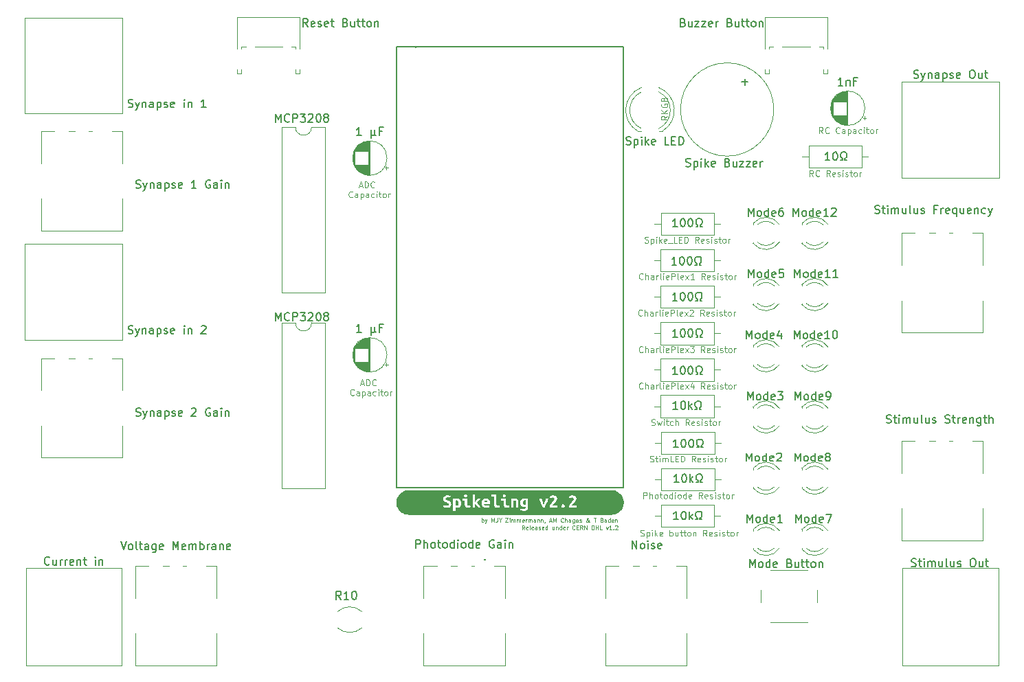
<source format=gbr>
%TF.GenerationSoftware,KiCad,Pcbnew,(6.0.4)*%
%TF.CreationDate,2023-12-09T23:36:49+01:00*%
%TF.ProjectId,Spikeling_V2.2c,5370696b-656c-4696-9e67-5f56322e3263,rev?*%
%TF.SameCoordinates,Original*%
%TF.FileFunction,Legend,Top*%
%TF.FilePolarity,Positive*%
%FSLAX46Y46*%
G04 Gerber Fmt 4.6, Leading zero omitted, Abs format (unit mm)*
G04 Created by KiCad (PCBNEW (6.0.4)) date 2023-12-09 23:36:49*
%MOMM*%
%LPD*%
G01*
G04 APERTURE LIST*
%ADD10C,0.100000*%
%ADD11C,0.150000*%
%ADD12C,0.120000*%
%ADD13C,0.127000*%
G04 APERTURE END LIST*
D10*
X141185714Y-70921250D02*
X141542857Y-70921250D01*
X141114285Y-71135535D02*
X141364285Y-70385535D01*
X141614285Y-71135535D01*
X141864285Y-71135535D02*
X141864285Y-70385535D01*
X142042857Y-70385535D01*
X142150000Y-70421250D01*
X142221428Y-70492678D01*
X142257142Y-70564107D01*
X142292857Y-70706964D01*
X142292857Y-70814107D01*
X142257142Y-70956964D01*
X142221428Y-71028392D01*
X142150000Y-71099821D01*
X142042857Y-71135535D01*
X141864285Y-71135535D01*
X143042857Y-71064107D02*
X143007142Y-71099821D01*
X142900000Y-71135535D01*
X142828571Y-71135535D01*
X142721428Y-71099821D01*
X142650000Y-71028392D01*
X142614285Y-70956964D01*
X142578571Y-70814107D01*
X142578571Y-70706964D01*
X142614285Y-70564107D01*
X142650000Y-70492678D01*
X142721428Y-70421250D01*
X142828571Y-70385535D01*
X142900000Y-70385535D01*
X143007142Y-70421250D01*
X143042857Y-70456964D01*
X140328571Y-72271607D02*
X140292857Y-72307321D01*
X140185714Y-72343035D01*
X140114285Y-72343035D01*
X140007142Y-72307321D01*
X139935714Y-72235892D01*
X139900000Y-72164464D01*
X139864285Y-72021607D01*
X139864285Y-71914464D01*
X139900000Y-71771607D01*
X139935714Y-71700178D01*
X140007142Y-71628750D01*
X140114285Y-71593035D01*
X140185714Y-71593035D01*
X140292857Y-71628750D01*
X140328571Y-71664464D01*
X140971428Y-72343035D02*
X140971428Y-71950178D01*
X140935714Y-71878750D01*
X140864285Y-71843035D01*
X140721428Y-71843035D01*
X140650000Y-71878750D01*
X140971428Y-72307321D02*
X140900000Y-72343035D01*
X140721428Y-72343035D01*
X140650000Y-72307321D01*
X140614285Y-72235892D01*
X140614285Y-72164464D01*
X140650000Y-72093035D01*
X140721428Y-72057321D01*
X140900000Y-72057321D01*
X140971428Y-72021607D01*
X141328571Y-71843035D02*
X141328571Y-72593035D01*
X141328571Y-71878750D02*
X141400000Y-71843035D01*
X141542857Y-71843035D01*
X141614285Y-71878750D01*
X141650000Y-71914464D01*
X141685714Y-71985892D01*
X141685714Y-72200178D01*
X141650000Y-72271607D01*
X141614285Y-72307321D01*
X141542857Y-72343035D01*
X141400000Y-72343035D01*
X141328571Y-72307321D01*
X142328571Y-72343035D02*
X142328571Y-71950178D01*
X142292857Y-71878750D01*
X142221428Y-71843035D01*
X142078571Y-71843035D01*
X142007142Y-71878750D01*
X142328571Y-72307321D02*
X142257142Y-72343035D01*
X142078571Y-72343035D01*
X142007142Y-72307321D01*
X141971428Y-72235892D01*
X141971428Y-72164464D01*
X142007142Y-72093035D01*
X142078571Y-72057321D01*
X142257142Y-72057321D01*
X142328571Y-72021607D01*
X143007142Y-72307321D02*
X142935714Y-72343035D01*
X142792857Y-72343035D01*
X142721428Y-72307321D01*
X142685714Y-72271607D01*
X142650000Y-72200178D01*
X142650000Y-71985892D01*
X142685714Y-71914464D01*
X142721428Y-71878750D01*
X142792857Y-71843035D01*
X142935714Y-71843035D01*
X143007142Y-71878750D01*
X143328571Y-72343035D02*
X143328571Y-71843035D01*
X143328571Y-71593035D02*
X143292857Y-71628750D01*
X143328571Y-71664464D01*
X143364285Y-71628750D01*
X143328571Y-71593035D01*
X143328571Y-71664464D01*
X143578571Y-71843035D02*
X143864285Y-71843035D01*
X143685714Y-71593035D02*
X143685714Y-72235892D01*
X143721428Y-72307321D01*
X143792857Y-72343035D01*
X143864285Y-72343035D01*
X144221428Y-72343035D02*
X144150000Y-72307321D01*
X144114285Y-72271607D01*
X144078571Y-72200178D01*
X144078571Y-71985892D01*
X144114285Y-71914464D01*
X144150000Y-71878750D01*
X144221428Y-71843035D01*
X144328571Y-71843035D01*
X144400000Y-71878750D01*
X144435714Y-71914464D01*
X144471428Y-71985892D01*
X144471428Y-72200178D01*
X144435714Y-72271607D01*
X144400000Y-72307321D01*
X144328571Y-72343035D01*
X144221428Y-72343035D01*
X144792857Y-72343035D02*
X144792857Y-71843035D01*
X144792857Y-71985892D02*
X144828571Y-71914464D01*
X144864285Y-71878750D01*
X144935714Y-71843035D01*
X145007142Y-71843035D01*
X177185714Y-100403571D02*
X177292857Y-100439285D01*
X177471428Y-100439285D01*
X177542857Y-100403571D01*
X177578571Y-100367857D01*
X177614285Y-100296428D01*
X177614285Y-100225000D01*
X177578571Y-100153571D01*
X177542857Y-100117857D01*
X177471428Y-100082142D01*
X177328571Y-100046428D01*
X177257142Y-100010714D01*
X177221428Y-99975000D01*
X177185714Y-99903571D01*
X177185714Y-99832142D01*
X177221428Y-99760714D01*
X177257142Y-99725000D01*
X177328571Y-99689285D01*
X177507142Y-99689285D01*
X177614285Y-99725000D01*
X177864285Y-99939285D02*
X178007142Y-100439285D01*
X178150000Y-100082142D01*
X178292857Y-100439285D01*
X178435714Y-99939285D01*
X178721428Y-100439285D02*
X178721428Y-99939285D01*
X178721428Y-99689285D02*
X178685714Y-99725000D01*
X178721428Y-99760714D01*
X178757142Y-99725000D01*
X178721428Y-99689285D01*
X178721428Y-99760714D01*
X178971428Y-99939285D02*
X179257142Y-99939285D01*
X179078571Y-99689285D02*
X179078571Y-100332142D01*
X179114285Y-100403571D01*
X179185714Y-100439285D01*
X179257142Y-100439285D01*
X179828571Y-100403571D02*
X179757142Y-100439285D01*
X179614285Y-100439285D01*
X179542857Y-100403571D01*
X179507142Y-100367857D01*
X179471428Y-100296428D01*
X179471428Y-100082142D01*
X179507142Y-100010714D01*
X179542857Y-99975000D01*
X179614285Y-99939285D01*
X179757142Y-99939285D01*
X179828571Y-99975000D01*
X180150000Y-100439285D02*
X180150000Y-99689285D01*
X180471428Y-100439285D02*
X180471428Y-100046428D01*
X180435714Y-99975000D01*
X180364285Y-99939285D01*
X180257142Y-99939285D01*
X180185714Y-99975000D01*
X180150000Y-100010714D01*
X181828571Y-100439285D02*
X181578571Y-100082142D01*
X181400000Y-100439285D02*
X181400000Y-99689285D01*
X181685714Y-99689285D01*
X181757142Y-99725000D01*
X181792857Y-99760714D01*
X181828571Y-99832142D01*
X181828571Y-99939285D01*
X181792857Y-100010714D01*
X181757142Y-100046428D01*
X181685714Y-100082142D01*
X181400000Y-100082142D01*
X182435714Y-100403571D02*
X182364285Y-100439285D01*
X182221428Y-100439285D01*
X182150000Y-100403571D01*
X182114285Y-100332142D01*
X182114285Y-100046428D01*
X182150000Y-99975000D01*
X182221428Y-99939285D01*
X182364285Y-99939285D01*
X182435714Y-99975000D01*
X182471428Y-100046428D01*
X182471428Y-100117857D01*
X182114285Y-100189285D01*
X182757142Y-100403571D02*
X182828571Y-100439285D01*
X182971428Y-100439285D01*
X183042857Y-100403571D01*
X183078571Y-100332142D01*
X183078571Y-100296428D01*
X183042857Y-100225000D01*
X182971428Y-100189285D01*
X182864285Y-100189285D01*
X182792857Y-100153571D01*
X182757142Y-100082142D01*
X182757142Y-100046428D01*
X182792857Y-99975000D01*
X182864285Y-99939285D01*
X182971428Y-99939285D01*
X183042857Y-99975000D01*
X183400000Y-100439285D02*
X183400000Y-99939285D01*
X183400000Y-99689285D02*
X183364285Y-99725000D01*
X183400000Y-99760714D01*
X183435714Y-99725000D01*
X183400000Y-99689285D01*
X183400000Y-99760714D01*
X183721428Y-100403571D02*
X183792857Y-100439285D01*
X183935714Y-100439285D01*
X184007142Y-100403571D01*
X184042857Y-100332142D01*
X184042857Y-100296428D01*
X184007142Y-100225000D01*
X183935714Y-100189285D01*
X183828571Y-100189285D01*
X183757142Y-100153571D01*
X183721428Y-100082142D01*
X183721428Y-100046428D01*
X183757142Y-99975000D01*
X183828571Y-99939285D01*
X183935714Y-99939285D01*
X184007142Y-99975000D01*
X184257142Y-99939285D02*
X184542857Y-99939285D01*
X184364285Y-99689285D02*
X184364285Y-100332142D01*
X184400000Y-100403571D01*
X184471428Y-100439285D01*
X184542857Y-100439285D01*
X184900000Y-100439285D02*
X184828571Y-100403571D01*
X184792857Y-100367857D01*
X184757142Y-100296428D01*
X184757142Y-100082142D01*
X184792857Y-100010714D01*
X184828571Y-99975000D01*
X184900000Y-99939285D01*
X185007142Y-99939285D01*
X185078571Y-99975000D01*
X185114285Y-100010714D01*
X185150000Y-100082142D01*
X185150000Y-100296428D01*
X185114285Y-100367857D01*
X185078571Y-100403571D01*
X185007142Y-100439285D01*
X184900000Y-100439285D01*
X185471428Y-100439285D02*
X185471428Y-99939285D01*
X185471428Y-100082142D02*
X185507142Y-100010714D01*
X185542857Y-99975000D01*
X185614285Y-99939285D01*
X185685714Y-99939285D01*
X176097857Y-91367857D02*
X176062142Y-91403571D01*
X175955000Y-91439285D01*
X175883571Y-91439285D01*
X175776428Y-91403571D01*
X175705000Y-91332142D01*
X175669285Y-91260714D01*
X175633571Y-91117857D01*
X175633571Y-91010714D01*
X175669285Y-90867857D01*
X175705000Y-90796428D01*
X175776428Y-90725000D01*
X175883571Y-90689285D01*
X175955000Y-90689285D01*
X176062142Y-90725000D01*
X176097857Y-90760714D01*
X176419285Y-91439285D02*
X176419285Y-90689285D01*
X176740714Y-91439285D02*
X176740714Y-91046428D01*
X176705000Y-90975000D01*
X176633571Y-90939285D01*
X176526428Y-90939285D01*
X176455000Y-90975000D01*
X176419285Y-91010714D01*
X177419285Y-91439285D02*
X177419285Y-91046428D01*
X177383571Y-90975000D01*
X177312142Y-90939285D01*
X177169285Y-90939285D01*
X177097857Y-90975000D01*
X177419285Y-91403571D02*
X177347857Y-91439285D01*
X177169285Y-91439285D01*
X177097857Y-91403571D01*
X177062142Y-91332142D01*
X177062142Y-91260714D01*
X177097857Y-91189285D01*
X177169285Y-91153571D01*
X177347857Y-91153571D01*
X177419285Y-91117857D01*
X177776428Y-91439285D02*
X177776428Y-90939285D01*
X177776428Y-91082142D02*
X177812142Y-91010714D01*
X177847857Y-90975000D01*
X177919285Y-90939285D01*
X177990714Y-90939285D01*
X178347857Y-91439285D02*
X178276428Y-91403571D01*
X178240714Y-91332142D01*
X178240714Y-90689285D01*
X178633571Y-91439285D02*
X178633571Y-90939285D01*
X178633571Y-90689285D02*
X178597857Y-90725000D01*
X178633571Y-90760714D01*
X178669285Y-90725000D01*
X178633571Y-90689285D01*
X178633571Y-90760714D01*
X179276428Y-91403571D02*
X179205000Y-91439285D01*
X179062142Y-91439285D01*
X178990714Y-91403571D01*
X178955000Y-91332142D01*
X178955000Y-91046428D01*
X178990714Y-90975000D01*
X179062142Y-90939285D01*
X179205000Y-90939285D01*
X179276428Y-90975000D01*
X179312142Y-91046428D01*
X179312142Y-91117857D01*
X178955000Y-91189285D01*
X179633571Y-91439285D02*
X179633571Y-90689285D01*
X179919285Y-90689285D01*
X179990714Y-90725000D01*
X180026428Y-90760714D01*
X180062142Y-90832142D01*
X180062142Y-90939285D01*
X180026428Y-91010714D01*
X179990714Y-91046428D01*
X179919285Y-91082142D01*
X179633571Y-91082142D01*
X180490714Y-91439285D02*
X180419285Y-91403571D01*
X180383571Y-91332142D01*
X180383571Y-90689285D01*
X181062142Y-91403571D02*
X180990714Y-91439285D01*
X180847857Y-91439285D01*
X180776428Y-91403571D01*
X180740714Y-91332142D01*
X180740714Y-91046428D01*
X180776428Y-90975000D01*
X180847857Y-90939285D01*
X180990714Y-90939285D01*
X181062142Y-90975000D01*
X181097857Y-91046428D01*
X181097857Y-91117857D01*
X180740714Y-91189285D01*
X181347857Y-91439285D02*
X181740714Y-90939285D01*
X181347857Y-90939285D02*
X181740714Y-91439285D01*
X181955000Y-90689285D02*
X182419285Y-90689285D01*
X182169285Y-90975000D01*
X182276428Y-90975000D01*
X182347857Y-91010714D01*
X182383571Y-91046428D01*
X182419285Y-91117857D01*
X182419285Y-91296428D01*
X182383571Y-91367857D01*
X182347857Y-91403571D01*
X182276428Y-91439285D01*
X182062142Y-91439285D01*
X181990714Y-91403571D01*
X181955000Y-91367857D01*
X183740714Y-91439285D02*
X183490714Y-91082142D01*
X183312142Y-91439285D02*
X183312142Y-90689285D01*
X183597857Y-90689285D01*
X183669285Y-90725000D01*
X183705000Y-90760714D01*
X183740714Y-90832142D01*
X183740714Y-90939285D01*
X183705000Y-91010714D01*
X183669285Y-91046428D01*
X183597857Y-91082142D01*
X183312142Y-91082142D01*
X184347857Y-91403571D02*
X184276428Y-91439285D01*
X184133571Y-91439285D01*
X184062142Y-91403571D01*
X184026428Y-91332142D01*
X184026428Y-91046428D01*
X184062142Y-90975000D01*
X184133571Y-90939285D01*
X184276428Y-90939285D01*
X184347857Y-90975000D01*
X184383571Y-91046428D01*
X184383571Y-91117857D01*
X184026428Y-91189285D01*
X184669285Y-91403571D02*
X184740714Y-91439285D01*
X184883571Y-91439285D01*
X184955000Y-91403571D01*
X184990714Y-91332142D01*
X184990714Y-91296428D01*
X184955000Y-91225000D01*
X184883571Y-91189285D01*
X184776428Y-91189285D01*
X184705000Y-91153571D01*
X184669285Y-91082142D01*
X184669285Y-91046428D01*
X184705000Y-90975000D01*
X184776428Y-90939285D01*
X184883571Y-90939285D01*
X184955000Y-90975000D01*
X185312142Y-91439285D02*
X185312142Y-90939285D01*
X185312142Y-90689285D02*
X185276428Y-90725000D01*
X185312142Y-90760714D01*
X185347857Y-90725000D01*
X185312142Y-90689285D01*
X185312142Y-90760714D01*
X185633571Y-91403571D02*
X185705000Y-91439285D01*
X185847857Y-91439285D01*
X185919285Y-91403571D01*
X185955000Y-91332142D01*
X185955000Y-91296428D01*
X185919285Y-91225000D01*
X185847857Y-91189285D01*
X185740714Y-91189285D01*
X185669285Y-91153571D01*
X185633571Y-91082142D01*
X185633571Y-91046428D01*
X185669285Y-90975000D01*
X185740714Y-90939285D01*
X185847857Y-90939285D01*
X185919285Y-90975000D01*
X186169285Y-90939285D02*
X186455000Y-90939285D01*
X186276428Y-90689285D02*
X186276428Y-91332142D01*
X186312142Y-91403571D01*
X186383571Y-91439285D01*
X186455000Y-91439285D01*
X186812142Y-91439285D02*
X186740714Y-91403571D01*
X186705000Y-91367857D01*
X186669285Y-91296428D01*
X186669285Y-91082142D01*
X186705000Y-91010714D01*
X186740714Y-90975000D01*
X186812142Y-90939285D01*
X186919285Y-90939285D01*
X186990714Y-90975000D01*
X187026428Y-91010714D01*
X187062142Y-91082142D01*
X187062142Y-91296428D01*
X187026428Y-91367857D01*
X186990714Y-91403571D01*
X186919285Y-91439285D01*
X186812142Y-91439285D01*
X187383571Y-91439285D02*
X187383571Y-90939285D01*
X187383571Y-91082142D02*
X187419285Y-91010714D01*
X187455000Y-90975000D01*
X187526428Y-90939285D01*
X187597857Y-90939285D01*
X176017857Y-86867857D02*
X175982142Y-86903571D01*
X175875000Y-86939285D01*
X175803571Y-86939285D01*
X175696428Y-86903571D01*
X175625000Y-86832142D01*
X175589285Y-86760714D01*
X175553571Y-86617857D01*
X175553571Y-86510714D01*
X175589285Y-86367857D01*
X175625000Y-86296428D01*
X175696428Y-86225000D01*
X175803571Y-86189285D01*
X175875000Y-86189285D01*
X175982142Y-86225000D01*
X176017857Y-86260714D01*
X176339285Y-86939285D02*
X176339285Y-86189285D01*
X176660714Y-86939285D02*
X176660714Y-86546428D01*
X176625000Y-86475000D01*
X176553571Y-86439285D01*
X176446428Y-86439285D01*
X176375000Y-86475000D01*
X176339285Y-86510714D01*
X177339285Y-86939285D02*
X177339285Y-86546428D01*
X177303571Y-86475000D01*
X177232142Y-86439285D01*
X177089285Y-86439285D01*
X177017857Y-86475000D01*
X177339285Y-86903571D02*
X177267857Y-86939285D01*
X177089285Y-86939285D01*
X177017857Y-86903571D01*
X176982142Y-86832142D01*
X176982142Y-86760714D01*
X177017857Y-86689285D01*
X177089285Y-86653571D01*
X177267857Y-86653571D01*
X177339285Y-86617857D01*
X177696428Y-86939285D02*
X177696428Y-86439285D01*
X177696428Y-86582142D02*
X177732142Y-86510714D01*
X177767857Y-86475000D01*
X177839285Y-86439285D01*
X177910714Y-86439285D01*
X178267857Y-86939285D02*
X178196428Y-86903571D01*
X178160714Y-86832142D01*
X178160714Y-86189285D01*
X178553571Y-86939285D02*
X178553571Y-86439285D01*
X178553571Y-86189285D02*
X178517857Y-86225000D01*
X178553571Y-86260714D01*
X178589285Y-86225000D01*
X178553571Y-86189285D01*
X178553571Y-86260714D01*
X179196428Y-86903571D02*
X179125000Y-86939285D01*
X178982142Y-86939285D01*
X178910714Y-86903571D01*
X178875000Y-86832142D01*
X178875000Y-86546428D01*
X178910714Y-86475000D01*
X178982142Y-86439285D01*
X179125000Y-86439285D01*
X179196428Y-86475000D01*
X179232142Y-86546428D01*
X179232142Y-86617857D01*
X178875000Y-86689285D01*
X179553571Y-86939285D02*
X179553571Y-86189285D01*
X179839285Y-86189285D01*
X179910714Y-86225000D01*
X179946428Y-86260714D01*
X179982142Y-86332142D01*
X179982142Y-86439285D01*
X179946428Y-86510714D01*
X179910714Y-86546428D01*
X179839285Y-86582142D01*
X179553571Y-86582142D01*
X180410714Y-86939285D02*
X180339285Y-86903571D01*
X180303571Y-86832142D01*
X180303571Y-86189285D01*
X180982142Y-86903571D02*
X180910714Y-86939285D01*
X180767857Y-86939285D01*
X180696428Y-86903571D01*
X180660714Y-86832142D01*
X180660714Y-86546428D01*
X180696428Y-86475000D01*
X180767857Y-86439285D01*
X180910714Y-86439285D01*
X180982142Y-86475000D01*
X181017857Y-86546428D01*
X181017857Y-86617857D01*
X180660714Y-86689285D01*
X181267857Y-86939285D02*
X181660714Y-86439285D01*
X181267857Y-86439285D02*
X181660714Y-86939285D01*
X181910714Y-86260714D02*
X181946428Y-86225000D01*
X182017857Y-86189285D01*
X182196428Y-86189285D01*
X182267857Y-86225000D01*
X182303571Y-86260714D01*
X182339285Y-86332142D01*
X182339285Y-86403571D01*
X182303571Y-86510714D01*
X181875000Y-86939285D01*
X182339285Y-86939285D01*
X183660714Y-86939285D02*
X183410714Y-86582142D01*
X183232142Y-86939285D02*
X183232142Y-86189285D01*
X183517857Y-86189285D01*
X183589285Y-86225000D01*
X183625000Y-86260714D01*
X183660714Y-86332142D01*
X183660714Y-86439285D01*
X183625000Y-86510714D01*
X183589285Y-86546428D01*
X183517857Y-86582142D01*
X183232142Y-86582142D01*
X184267857Y-86903571D02*
X184196428Y-86939285D01*
X184053571Y-86939285D01*
X183982142Y-86903571D01*
X183946428Y-86832142D01*
X183946428Y-86546428D01*
X183982142Y-86475000D01*
X184053571Y-86439285D01*
X184196428Y-86439285D01*
X184267857Y-86475000D01*
X184303571Y-86546428D01*
X184303571Y-86617857D01*
X183946428Y-86689285D01*
X184589285Y-86903571D02*
X184660714Y-86939285D01*
X184803571Y-86939285D01*
X184875000Y-86903571D01*
X184910714Y-86832142D01*
X184910714Y-86796428D01*
X184875000Y-86725000D01*
X184803571Y-86689285D01*
X184696428Y-86689285D01*
X184625000Y-86653571D01*
X184589285Y-86582142D01*
X184589285Y-86546428D01*
X184625000Y-86475000D01*
X184696428Y-86439285D01*
X184803571Y-86439285D01*
X184875000Y-86475000D01*
X185232142Y-86939285D02*
X185232142Y-86439285D01*
X185232142Y-86189285D02*
X185196428Y-86225000D01*
X185232142Y-86260714D01*
X185267857Y-86225000D01*
X185232142Y-86189285D01*
X185232142Y-86260714D01*
X185553571Y-86903571D02*
X185625000Y-86939285D01*
X185767857Y-86939285D01*
X185839285Y-86903571D01*
X185875000Y-86832142D01*
X185875000Y-86796428D01*
X185839285Y-86725000D01*
X185767857Y-86689285D01*
X185660714Y-86689285D01*
X185589285Y-86653571D01*
X185553571Y-86582142D01*
X185553571Y-86546428D01*
X185589285Y-86475000D01*
X185660714Y-86439285D01*
X185767857Y-86439285D01*
X185839285Y-86475000D01*
X186089285Y-86439285D02*
X186375000Y-86439285D01*
X186196428Y-86189285D02*
X186196428Y-86832142D01*
X186232142Y-86903571D01*
X186303571Y-86939285D01*
X186375000Y-86939285D01*
X186732142Y-86939285D02*
X186660714Y-86903571D01*
X186625000Y-86867857D01*
X186589285Y-86796428D01*
X186589285Y-86582142D01*
X186625000Y-86510714D01*
X186660714Y-86475000D01*
X186732142Y-86439285D01*
X186839285Y-86439285D01*
X186910714Y-86475000D01*
X186946428Y-86510714D01*
X186982142Y-86582142D01*
X186982142Y-86796428D01*
X186946428Y-86867857D01*
X186910714Y-86903571D01*
X186839285Y-86939285D01*
X186732142Y-86939285D01*
X187303571Y-86939285D02*
X187303571Y-86439285D01*
X187303571Y-86582142D02*
X187339285Y-86510714D01*
X187375000Y-86475000D01*
X187446428Y-86439285D01*
X187517857Y-86439285D01*
X176365714Y-77903571D02*
X176472857Y-77939285D01*
X176651428Y-77939285D01*
X176722857Y-77903571D01*
X176758571Y-77867857D01*
X176794285Y-77796428D01*
X176794285Y-77725000D01*
X176758571Y-77653571D01*
X176722857Y-77617857D01*
X176651428Y-77582142D01*
X176508571Y-77546428D01*
X176437142Y-77510714D01*
X176401428Y-77475000D01*
X176365714Y-77403571D01*
X176365714Y-77332142D01*
X176401428Y-77260714D01*
X176437142Y-77225000D01*
X176508571Y-77189285D01*
X176687142Y-77189285D01*
X176794285Y-77225000D01*
X177115714Y-77439285D02*
X177115714Y-78189285D01*
X177115714Y-77475000D02*
X177187142Y-77439285D01*
X177330000Y-77439285D01*
X177401428Y-77475000D01*
X177437142Y-77510714D01*
X177472857Y-77582142D01*
X177472857Y-77796428D01*
X177437142Y-77867857D01*
X177401428Y-77903571D01*
X177330000Y-77939285D01*
X177187142Y-77939285D01*
X177115714Y-77903571D01*
X177794285Y-77939285D02*
X177794285Y-77439285D01*
X177794285Y-77189285D02*
X177758571Y-77225000D01*
X177794285Y-77260714D01*
X177830000Y-77225000D01*
X177794285Y-77189285D01*
X177794285Y-77260714D01*
X178151428Y-77939285D02*
X178151428Y-77189285D01*
X178222857Y-77653571D02*
X178437142Y-77939285D01*
X178437142Y-77439285D02*
X178151428Y-77725000D01*
X179044285Y-77903571D02*
X178972857Y-77939285D01*
X178830000Y-77939285D01*
X178758571Y-77903571D01*
X178722857Y-77832142D01*
X178722857Y-77546428D01*
X178758571Y-77475000D01*
X178830000Y-77439285D01*
X178972857Y-77439285D01*
X179044285Y-77475000D01*
X179080000Y-77546428D01*
X179080000Y-77617857D01*
X178722857Y-77689285D01*
X179222857Y-78010714D02*
X179794285Y-78010714D01*
X180330000Y-77939285D02*
X179972857Y-77939285D01*
X179972857Y-77189285D01*
X180580000Y-77546428D02*
X180830000Y-77546428D01*
X180937142Y-77939285D02*
X180580000Y-77939285D01*
X180580000Y-77189285D01*
X180937142Y-77189285D01*
X181258571Y-77939285D02*
X181258571Y-77189285D01*
X181437142Y-77189285D01*
X181544285Y-77225000D01*
X181615714Y-77296428D01*
X181651428Y-77367857D01*
X181687142Y-77510714D01*
X181687142Y-77617857D01*
X181651428Y-77760714D01*
X181615714Y-77832142D01*
X181544285Y-77903571D01*
X181437142Y-77939285D01*
X181258571Y-77939285D01*
X183008571Y-77939285D02*
X182758571Y-77582142D01*
X182580000Y-77939285D02*
X182580000Y-77189285D01*
X182865714Y-77189285D01*
X182937142Y-77225000D01*
X182972857Y-77260714D01*
X183008571Y-77332142D01*
X183008571Y-77439285D01*
X182972857Y-77510714D01*
X182937142Y-77546428D01*
X182865714Y-77582142D01*
X182580000Y-77582142D01*
X183615714Y-77903571D02*
X183544285Y-77939285D01*
X183401428Y-77939285D01*
X183330000Y-77903571D01*
X183294285Y-77832142D01*
X183294285Y-77546428D01*
X183330000Y-77475000D01*
X183401428Y-77439285D01*
X183544285Y-77439285D01*
X183615714Y-77475000D01*
X183651428Y-77546428D01*
X183651428Y-77617857D01*
X183294285Y-77689285D01*
X183937142Y-77903571D02*
X184008571Y-77939285D01*
X184151428Y-77939285D01*
X184222857Y-77903571D01*
X184258571Y-77832142D01*
X184258571Y-77796428D01*
X184222857Y-77725000D01*
X184151428Y-77689285D01*
X184044285Y-77689285D01*
X183972857Y-77653571D01*
X183937142Y-77582142D01*
X183937142Y-77546428D01*
X183972857Y-77475000D01*
X184044285Y-77439285D01*
X184151428Y-77439285D01*
X184222857Y-77475000D01*
X184580000Y-77939285D02*
X184580000Y-77439285D01*
X184580000Y-77189285D02*
X184544285Y-77225000D01*
X184580000Y-77260714D01*
X184615714Y-77225000D01*
X184580000Y-77189285D01*
X184580000Y-77260714D01*
X184901428Y-77903571D02*
X184972857Y-77939285D01*
X185115714Y-77939285D01*
X185187142Y-77903571D01*
X185222857Y-77832142D01*
X185222857Y-77796428D01*
X185187142Y-77725000D01*
X185115714Y-77689285D01*
X185008571Y-77689285D01*
X184937142Y-77653571D01*
X184901428Y-77582142D01*
X184901428Y-77546428D01*
X184937142Y-77475000D01*
X185008571Y-77439285D01*
X185115714Y-77439285D01*
X185187142Y-77475000D01*
X185437142Y-77439285D02*
X185722857Y-77439285D01*
X185544285Y-77189285D02*
X185544285Y-77832142D01*
X185580000Y-77903571D01*
X185651428Y-77939285D01*
X185722857Y-77939285D01*
X186080000Y-77939285D02*
X186008571Y-77903571D01*
X185972857Y-77867857D01*
X185937142Y-77796428D01*
X185937142Y-77582142D01*
X185972857Y-77510714D01*
X186008571Y-77475000D01*
X186080000Y-77439285D01*
X186187142Y-77439285D01*
X186258571Y-77475000D01*
X186294285Y-77510714D01*
X186330000Y-77582142D01*
X186330000Y-77796428D01*
X186294285Y-77867857D01*
X186258571Y-77903571D01*
X186187142Y-77939285D01*
X186080000Y-77939285D01*
X186651428Y-77939285D02*
X186651428Y-77439285D01*
X186651428Y-77582142D02*
X186687142Y-77510714D01*
X186722857Y-77475000D01*
X186794285Y-77439285D01*
X186865714Y-77439285D01*
X161516666Y-113276190D02*
X161350000Y-113038095D01*
X161230952Y-113276190D02*
X161230952Y-112776190D01*
X161421428Y-112776190D01*
X161469047Y-112800000D01*
X161492857Y-112823809D01*
X161516666Y-112871428D01*
X161516666Y-112942857D01*
X161492857Y-112990476D01*
X161469047Y-113014285D01*
X161421428Y-113038095D01*
X161230952Y-113038095D01*
X161921428Y-113252380D02*
X161873809Y-113276190D01*
X161778571Y-113276190D01*
X161730952Y-113252380D01*
X161707142Y-113204761D01*
X161707142Y-113014285D01*
X161730952Y-112966666D01*
X161778571Y-112942857D01*
X161873809Y-112942857D01*
X161921428Y-112966666D01*
X161945238Y-113014285D01*
X161945238Y-113061904D01*
X161707142Y-113109523D01*
X162230952Y-113276190D02*
X162183333Y-113252380D01*
X162159523Y-113204761D01*
X162159523Y-112776190D01*
X162611904Y-113252380D02*
X162564285Y-113276190D01*
X162469047Y-113276190D01*
X162421428Y-113252380D01*
X162397619Y-113204761D01*
X162397619Y-113014285D01*
X162421428Y-112966666D01*
X162469047Y-112942857D01*
X162564285Y-112942857D01*
X162611904Y-112966666D01*
X162635714Y-113014285D01*
X162635714Y-113061904D01*
X162397619Y-113109523D01*
X163064285Y-113276190D02*
X163064285Y-113014285D01*
X163040476Y-112966666D01*
X162992857Y-112942857D01*
X162897619Y-112942857D01*
X162850000Y-112966666D01*
X163064285Y-113252380D02*
X163016666Y-113276190D01*
X162897619Y-113276190D01*
X162850000Y-113252380D01*
X162826190Y-113204761D01*
X162826190Y-113157142D01*
X162850000Y-113109523D01*
X162897619Y-113085714D01*
X163016666Y-113085714D01*
X163064285Y-113061904D01*
X163278571Y-113252380D02*
X163326190Y-113276190D01*
X163421428Y-113276190D01*
X163469047Y-113252380D01*
X163492857Y-113204761D01*
X163492857Y-113180952D01*
X163469047Y-113133333D01*
X163421428Y-113109523D01*
X163350000Y-113109523D01*
X163302380Y-113085714D01*
X163278571Y-113038095D01*
X163278571Y-113014285D01*
X163302380Y-112966666D01*
X163350000Y-112942857D01*
X163421428Y-112942857D01*
X163469047Y-112966666D01*
X163897619Y-113252380D02*
X163850000Y-113276190D01*
X163754761Y-113276190D01*
X163707142Y-113252380D01*
X163683333Y-113204761D01*
X163683333Y-113014285D01*
X163707142Y-112966666D01*
X163754761Y-112942857D01*
X163850000Y-112942857D01*
X163897619Y-112966666D01*
X163921428Y-113014285D01*
X163921428Y-113061904D01*
X163683333Y-113109523D01*
X164350000Y-113276190D02*
X164350000Y-112776190D01*
X164350000Y-113252380D02*
X164302380Y-113276190D01*
X164207142Y-113276190D01*
X164159523Y-113252380D01*
X164135714Y-113228571D01*
X164111904Y-113180952D01*
X164111904Y-113038095D01*
X164135714Y-112990476D01*
X164159523Y-112966666D01*
X164207142Y-112942857D01*
X164302380Y-112942857D01*
X164350000Y-112966666D01*
X165183333Y-112942857D02*
X165183333Y-113276190D01*
X164969047Y-112942857D02*
X164969047Y-113204761D01*
X164992857Y-113252380D01*
X165040476Y-113276190D01*
X165111904Y-113276190D01*
X165159523Y-113252380D01*
X165183333Y-113228571D01*
X165421428Y-112942857D02*
X165421428Y-113276190D01*
X165421428Y-112990476D02*
X165445238Y-112966666D01*
X165492857Y-112942857D01*
X165564285Y-112942857D01*
X165611904Y-112966666D01*
X165635714Y-113014285D01*
X165635714Y-113276190D01*
X166088095Y-113276190D02*
X166088095Y-112776190D01*
X166088095Y-113252380D02*
X166040476Y-113276190D01*
X165945238Y-113276190D01*
X165897619Y-113252380D01*
X165873809Y-113228571D01*
X165850000Y-113180952D01*
X165850000Y-113038095D01*
X165873809Y-112990476D01*
X165897619Y-112966666D01*
X165945238Y-112942857D01*
X166040476Y-112942857D01*
X166088095Y-112966666D01*
X166516666Y-113252380D02*
X166469047Y-113276190D01*
X166373809Y-113276190D01*
X166326190Y-113252380D01*
X166302380Y-113204761D01*
X166302380Y-113014285D01*
X166326190Y-112966666D01*
X166373809Y-112942857D01*
X166469047Y-112942857D01*
X166516666Y-112966666D01*
X166540476Y-113014285D01*
X166540476Y-113061904D01*
X166302380Y-113109523D01*
X166754761Y-113276190D02*
X166754761Y-112942857D01*
X166754761Y-113038095D02*
X166778571Y-112990476D01*
X166802380Y-112966666D01*
X166850000Y-112942857D01*
X166897619Y-112942857D01*
X167730952Y-113228571D02*
X167707142Y-113252380D01*
X167635714Y-113276190D01*
X167588095Y-113276190D01*
X167516666Y-113252380D01*
X167469047Y-113204761D01*
X167445238Y-113157142D01*
X167421428Y-113061904D01*
X167421428Y-112990476D01*
X167445238Y-112895238D01*
X167469047Y-112847619D01*
X167516666Y-112800000D01*
X167588095Y-112776190D01*
X167635714Y-112776190D01*
X167707142Y-112800000D01*
X167730952Y-112823809D01*
X167945238Y-113014285D02*
X168111904Y-113014285D01*
X168183333Y-113276190D02*
X167945238Y-113276190D01*
X167945238Y-112776190D01*
X168183333Y-112776190D01*
X168683333Y-113276190D02*
X168516666Y-113038095D01*
X168397619Y-113276190D02*
X168397619Y-112776190D01*
X168588095Y-112776190D01*
X168635714Y-112800000D01*
X168659523Y-112823809D01*
X168683333Y-112871428D01*
X168683333Y-112942857D01*
X168659523Y-112990476D01*
X168635714Y-113014285D01*
X168588095Y-113038095D01*
X168397619Y-113038095D01*
X168897619Y-113276190D02*
X168897619Y-112776190D01*
X169183333Y-113276190D01*
X169183333Y-112776190D01*
X169897619Y-112776190D02*
X169992857Y-112776190D01*
X170040476Y-112800000D01*
X170088095Y-112847619D01*
X170111904Y-112942857D01*
X170111904Y-113109523D01*
X170088095Y-113204761D01*
X170040476Y-113252380D01*
X169992857Y-113276190D01*
X169897619Y-113276190D01*
X169850000Y-113252380D01*
X169802380Y-113204761D01*
X169778571Y-113109523D01*
X169778571Y-112942857D01*
X169802380Y-112847619D01*
X169850000Y-112800000D01*
X169897619Y-112776190D01*
X170326190Y-113276190D02*
X170326190Y-112776190D01*
X170326190Y-113014285D02*
X170611904Y-113014285D01*
X170611904Y-113276190D02*
X170611904Y-112776190D01*
X171088095Y-113276190D02*
X170850000Y-113276190D01*
X170850000Y-112776190D01*
X171588095Y-112942857D02*
X171707142Y-113276190D01*
X171826190Y-112942857D01*
X172278571Y-113276190D02*
X171992857Y-113276190D01*
X172135714Y-113276190D02*
X172135714Y-112776190D01*
X172088095Y-112847619D01*
X172040476Y-112895238D01*
X171992857Y-112919047D01*
X172492857Y-113228571D02*
X172516666Y-113252380D01*
X172492857Y-113276190D01*
X172469047Y-113252380D01*
X172492857Y-113228571D01*
X172492857Y-113276190D01*
X172707142Y-112823809D02*
X172730952Y-112800000D01*
X172778571Y-112776190D01*
X172897619Y-112776190D01*
X172945238Y-112800000D01*
X172969047Y-112823809D01*
X172992857Y-112871428D01*
X172992857Y-112919047D01*
X172969047Y-112990476D01*
X172683333Y-113276190D01*
X172992857Y-113276190D01*
X176117857Y-82367857D02*
X176082142Y-82403571D01*
X175975000Y-82439285D01*
X175903571Y-82439285D01*
X175796428Y-82403571D01*
X175725000Y-82332142D01*
X175689285Y-82260714D01*
X175653571Y-82117857D01*
X175653571Y-82010714D01*
X175689285Y-81867857D01*
X175725000Y-81796428D01*
X175796428Y-81725000D01*
X175903571Y-81689285D01*
X175975000Y-81689285D01*
X176082142Y-81725000D01*
X176117857Y-81760714D01*
X176439285Y-82439285D02*
X176439285Y-81689285D01*
X176760714Y-82439285D02*
X176760714Y-82046428D01*
X176725000Y-81975000D01*
X176653571Y-81939285D01*
X176546428Y-81939285D01*
X176475000Y-81975000D01*
X176439285Y-82010714D01*
X177439285Y-82439285D02*
X177439285Y-82046428D01*
X177403571Y-81975000D01*
X177332142Y-81939285D01*
X177189285Y-81939285D01*
X177117857Y-81975000D01*
X177439285Y-82403571D02*
X177367857Y-82439285D01*
X177189285Y-82439285D01*
X177117857Y-82403571D01*
X177082142Y-82332142D01*
X177082142Y-82260714D01*
X177117857Y-82189285D01*
X177189285Y-82153571D01*
X177367857Y-82153571D01*
X177439285Y-82117857D01*
X177796428Y-82439285D02*
X177796428Y-81939285D01*
X177796428Y-82082142D02*
X177832142Y-82010714D01*
X177867857Y-81975000D01*
X177939285Y-81939285D01*
X178010714Y-81939285D01*
X178367857Y-82439285D02*
X178296428Y-82403571D01*
X178260714Y-82332142D01*
X178260714Y-81689285D01*
X178653571Y-82439285D02*
X178653571Y-81939285D01*
X178653571Y-81689285D02*
X178617857Y-81725000D01*
X178653571Y-81760714D01*
X178689285Y-81725000D01*
X178653571Y-81689285D01*
X178653571Y-81760714D01*
X179296428Y-82403571D02*
X179225000Y-82439285D01*
X179082142Y-82439285D01*
X179010714Y-82403571D01*
X178975000Y-82332142D01*
X178975000Y-82046428D01*
X179010714Y-81975000D01*
X179082142Y-81939285D01*
X179225000Y-81939285D01*
X179296428Y-81975000D01*
X179332142Y-82046428D01*
X179332142Y-82117857D01*
X178975000Y-82189285D01*
X179653571Y-82439285D02*
X179653571Y-81689285D01*
X179939285Y-81689285D01*
X180010714Y-81725000D01*
X180046428Y-81760714D01*
X180082142Y-81832142D01*
X180082142Y-81939285D01*
X180046428Y-82010714D01*
X180010714Y-82046428D01*
X179939285Y-82082142D01*
X179653571Y-82082142D01*
X180510714Y-82439285D02*
X180439285Y-82403571D01*
X180403571Y-82332142D01*
X180403571Y-81689285D01*
X181082142Y-82403571D02*
X181010714Y-82439285D01*
X180867857Y-82439285D01*
X180796428Y-82403571D01*
X180760714Y-82332142D01*
X180760714Y-82046428D01*
X180796428Y-81975000D01*
X180867857Y-81939285D01*
X181010714Y-81939285D01*
X181082142Y-81975000D01*
X181117857Y-82046428D01*
X181117857Y-82117857D01*
X180760714Y-82189285D01*
X181367857Y-82439285D02*
X181760714Y-81939285D01*
X181367857Y-81939285D02*
X181760714Y-82439285D01*
X182439285Y-82439285D02*
X182010714Y-82439285D01*
X182225000Y-82439285D02*
X182225000Y-81689285D01*
X182153571Y-81796428D01*
X182082142Y-81867857D01*
X182010714Y-81903571D01*
X183760714Y-82439285D02*
X183510714Y-82082142D01*
X183332142Y-82439285D02*
X183332142Y-81689285D01*
X183617857Y-81689285D01*
X183689285Y-81725000D01*
X183725000Y-81760714D01*
X183760714Y-81832142D01*
X183760714Y-81939285D01*
X183725000Y-82010714D01*
X183689285Y-82046428D01*
X183617857Y-82082142D01*
X183332142Y-82082142D01*
X184367857Y-82403571D02*
X184296428Y-82439285D01*
X184153571Y-82439285D01*
X184082142Y-82403571D01*
X184046428Y-82332142D01*
X184046428Y-82046428D01*
X184082142Y-81975000D01*
X184153571Y-81939285D01*
X184296428Y-81939285D01*
X184367857Y-81975000D01*
X184403571Y-82046428D01*
X184403571Y-82117857D01*
X184046428Y-82189285D01*
X184689285Y-82403571D02*
X184760714Y-82439285D01*
X184903571Y-82439285D01*
X184975000Y-82403571D01*
X185010714Y-82332142D01*
X185010714Y-82296428D01*
X184975000Y-82225000D01*
X184903571Y-82189285D01*
X184796428Y-82189285D01*
X184725000Y-82153571D01*
X184689285Y-82082142D01*
X184689285Y-82046428D01*
X184725000Y-81975000D01*
X184796428Y-81939285D01*
X184903571Y-81939285D01*
X184975000Y-81975000D01*
X185332142Y-82439285D02*
X185332142Y-81939285D01*
X185332142Y-81689285D02*
X185296428Y-81725000D01*
X185332142Y-81760714D01*
X185367857Y-81725000D01*
X185332142Y-81689285D01*
X185332142Y-81760714D01*
X185653571Y-82403571D02*
X185725000Y-82439285D01*
X185867857Y-82439285D01*
X185939285Y-82403571D01*
X185975000Y-82332142D01*
X185975000Y-82296428D01*
X185939285Y-82225000D01*
X185867857Y-82189285D01*
X185760714Y-82189285D01*
X185689285Y-82153571D01*
X185653571Y-82082142D01*
X185653571Y-82046428D01*
X185689285Y-81975000D01*
X185760714Y-81939285D01*
X185867857Y-81939285D01*
X185939285Y-81975000D01*
X186189285Y-81939285D02*
X186475000Y-81939285D01*
X186296428Y-81689285D02*
X186296428Y-82332142D01*
X186332142Y-82403571D01*
X186403571Y-82439285D01*
X186475000Y-82439285D01*
X186832142Y-82439285D02*
X186760714Y-82403571D01*
X186725000Y-82367857D01*
X186689285Y-82296428D01*
X186689285Y-82082142D01*
X186725000Y-82010714D01*
X186760714Y-81975000D01*
X186832142Y-81939285D01*
X186939285Y-81939285D01*
X187010714Y-81975000D01*
X187046428Y-82010714D01*
X187082142Y-82082142D01*
X187082142Y-82296428D01*
X187046428Y-82367857D01*
X187010714Y-82403571D01*
X186939285Y-82439285D01*
X186832142Y-82439285D01*
X187403571Y-82439285D02*
X187403571Y-81939285D01*
X187403571Y-82082142D02*
X187439285Y-82010714D01*
X187475000Y-81975000D01*
X187546428Y-81939285D01*
X187617857Y-81939285D01*
X179139285Y-62292857D02*
X178782142Y-62542857D01*
X179139285Y-62721428D02*
X178389285Y-62721428D01*
X178389285Y-62435714D01*
X178425000Y-62364285D01*
X178460714Y-62328571D01*
X178532142Y-62292857D01*
X178639285Y-62292857D01*
X178710714Y-62328571D01*
X178746428Y-62364285D01*
X178782142Y-62435714D01*
X178782142Y-62721428D01*
X179139285Y-61971428D02*
X178389285Y-61971428D01*
X179139285Y-61542857D02*
X178710714Y-61864285D01*
X178389285Y-61542857D02*
X178817857Y-61971428D01*
X178425000Y-60828571D02*
X178389285Y-60900000D01*
X178389285Y-61007142D01*
X178425000Y-61114285D01*
X178496428Y-61185714D01*
X178567857Y-61221428D01*
X178710714Y-61257142D01*
X178817857Y-61257142D01*
X178960714Y-61221428D01*
X179032142Y-61185714D01*
X179103571Y-61114285D01*
X179139285Y-61007142D01*
X179139285Y-60935714D01*
X179103571Y-60828571D01*
X179067857Y-60792857D01*
X178817857Y-60792857D01*
X178817857Y-60935714D01*
X178746428Y-60221428D02*
X178782142Y-60114285D01*
X178817857Y-60078571D01*
X178889285Y-60042857D01*
X178996428Y-60042857D01*
X179067857Y-60078571D01*
X179103571Y-60114285D01*
X179139285Y-60185714D01*
X179139285Y-60471428D01*
X178389285Y-60471428D01*
X178389285Y-60221428D01*
X178425000Y-60150000D01*
X178460714Y-60114285D01*
X178532142Y-60078571D01*
X178603571Y-60078571D01*
X178675000Y-60114285D01*
X178710714Y-60150000D01*
X178746428Y-60221428D01*
X178746428Y-60471428D01*
X198292857Y-64439285D02*
X198042857Y-64082142D01*
X197864285Y-64439285D02*
X197864285Y-63689285D01*
X198150000Y-63689285D01*
X198221428Y-63725000D01*
X198257142Y-63760714D01*
X198292857Y-63832142D01*
X198292857Y-63939285D01*
X198257142Y-64010714D01*
X198221428Y-64046428D01*
X198150000Y-64082142D01*
X197864285Y-64082142D01*
X199042857Y-64367857D02*
X199007142Y-64403571D01*
X198900000Y-64439285D01*
X198828571Y-64439285D01*
X198721428Y-64403571D01*
X198650000Y-64332142D01*
X198614285Y-64260714D01*
X198578571Y-64117857D01*
X198578571Y-64010714D01*
X198614285Y-63867857D01*
X198650000Y-63796428D01*
X198721428Y-63725000D01*
X198828571Y-63689285D01*
X198900000Y-63689285D01*
X199007142Y-63725000D01*
X199042857Y-63760714D01*
X200364285Y-64367857D02*
X200328571Y-64403571D01*
X200221428Y-64439285D01*
X200150000Y-64439285D01*
X200042857Y-64403571D01*
X199971428Y-64332142D01*
X199935714Y-64260714D01*
X199900000Y-64117857D01*
X199900000Y-64010714D01*
X199935714Y-63867857D01*
X199971428Y-63796428D01*
X200042857Y-63725000D01*
X200150000Y-63689285D01*
X200221428Y-63689285D01*
X200328571Y-63725000D01*
X200364285Y-63760714D01*
X201007142Y-64439285D02*
X201007142Y-64046428D01*
X200971428Y-63975000D01*
X200900000Y-63939285D01*
X200757142Y-63939285D01*
X200685714Y-63975000D01*
X201007142Y-64403571D02*
X200935714Y-64439285D01*
X200757142Y-64439285D01*
X200685714Y-64403571D01*
X200650000Y-64332142D01*
X200650000Y-64260714D01*
X200685714Y-64189285D01*
X200757142Y-64153571D01*
X200935714Y-64153571D01*
X201007142Y-64117857D01*
X201364285Y-63939285D02*
X201364285Y-64689285D01*
X201364285Y-63975000D02*
X201435714Y-63939285D01*
X201578571Y-63939285D01*
X201650000Y-63975000D01*
X201685714Y-64010714D01*
X201721428Y-64082142D01*
X201721428Y-64296428D01*
X201685714Y-64367857D01*
X201650000Y-64403571D01*
X201578571Y-64439285D01*
X201435714Y-64439285D01*
X201364285Y-64403571D01*
X202364285Y-64439285D02*
X202364285Y-64046428D01*
X202328571Y-63975000D01*
X202257142Y-63939285D01*
X202114285Y-63939285D01*
X202042857Y-63975000D01*
X202364285Y-64403571D02*
X202292857Y-64439285D01*
X202114285Y-64439285D01*
X202042857Y-64403571D01*
X202007142Y-64332142D01*
X202007142Y-64260714D01*
X202042857Y-64189285D01*
X202114285Y-64153571D01*
X202292857Y-64153571D01*
X202364285Y-64117857D01*
X203042857Y-64403571D02*
X202971428Y-64439285D01*
X202828571Y-64439285D01*
X202757142Y-64403571D01*
X202721428Y-64367857D01*
X202685714Y-64296428D01*
X202685714Y-64082142D01*
X202721428Y-64010714D01*
X202757142Y-63975000D01*
X202828571Y-63939285D01*
X202971428Y-63939285D01*
X203042857Y-63975000D01*
X203364285Y-64439285D02*
X203364285Y-63939285D01*
X203364285Y-63689285D02*
X203328571Y-63725000D01*
X203364285Y-63760714D01*
X203400000Y-63725000D01*
X203364285Y-63689285D01*
X203364285Y-63760714D01*
X203614285Y-63939285D02*
X203900000Y-63939285D01*
X203721428Y-63689285D02*
X203721428Y-64332142D01*
X203757142Y-64403571D01*
X203828571Y-64439285D01*
X203900000Y-64439285D01*
X204257142Y-64439285D02*
X204185714Y-64403571D01*
X204150000Y-64367857D01*
X204114285Y-64296428D01*
X204114285Y-64082142D01*
X204150000Y-64010714D01*
X204185714Y-63975000D01*
X204257142Y-63939285D01*
X204364285Y-63939285D01*
X204435714Y-63975000D01*
X204471428Y-64010714D01*
X204507142Y-64082142D01*
X204507142Y-64296428D01*
X204471428Y-64367857D01*
X204435714Y-64403571D01*
X204364285Y-64439285D01*
X204257142Y-64439285D01*
X204828571Y-64439285D02*
X204828571Y-63939285D01*
X204828571Y-64082142D02*
X204864285Y-64010714D01*
X204900000Y-63975000D01*
X204971428Y-63939285D01*
X205042857Y-63939285D01*
X197103571Y-69739285D02*
X196853571Y-69382142D01*
X196675000Y-69739285D02*
X196675000Y-68989285D01*
X196960714Y-68989285D01*
X197032142Y-69025000D01*
X197067857Y-69060714D01*
X197103571Y-69132142D01*
X197103571Y-69239285D01*
X197067857Y-69310714D01*
X197032142Y-69346428D01*
X196960714Y-69382142D01*
X196675000Y-69382142D01*
X197853571Y-69667857D02*
X197817857Y-69703571D01*
X197710714Y-69739285D01*
X197639285Y-69739285D01*
X197532142Y-69703571D01*
X197460714Y-69632142D01*
X197425000Y-69560714D01*
X197389285Y-69417857D01*
X197389285Y-69310714D01*
X197425000Y-69167857D01*
X197460714Y-69096428D01*
X197532142Y-69025000D01*
X197639285Y-68989285D01*
X197710714Y-68989285D01*
X197817857Y-69025000D01*
X197853571Y-69060714D01*
X199175000Y-69739285D02*
X198925000Y-69382142D01*
X198746428Y-69739285D02*
X198746428Y-68989285D01*
X199032142Y-68989285D01*
X199103571Y-69025000D01*
X199139285Y-69060714D01*
X199175000Y-69132142D01*
X199175000Y-69239285D01*
X199139285Y-69310714D01*
X199103571Y-69346428D01*
X199032142Y-69382142D01*
X198746428Y-69382142D01*
X199782142Y-69703571D02*
X199710714Y-69739285D01*
X199567857Y-69739285D01*
X199496428Y-69703571D01*
X199460714Y-69632142D01*
X199460714Y-69346428D01*
X199496428Y-69275000D01*
X199567857Y-69239285D01*
X199710714Y-69239285D01*
X199782142Y-69275000D01*
X199817857Y-69346428D01*
X199817857Y-69417857D01*
X199460714Y-69489285D01*
X200103571Y-69703571D02*
X200175000Y-69739285D01*
X200317857Y-69739285D01*
X200389285Y-69703571D01*
X200425000Y-69632142D01*
X200425000Y-69596428D01*
X200389285Y-69525000D01*
X200317857Y-69489285D01*
X200210714Y-69489285D01*
X200139285Y-69453571D01*
X200103571Y-69382142D01*
X200103571Y-69346428D01*
X200139285Y-69275000D01*
X200210714Y-69239285D01*
X200317857Y-69239285D01*
X200389285Y-69275000D01*
X200746428Y-69739285D02*
X200746428Y-69239285D01*
X200746428Y-68989285D02*
X200710714Y-69025000D01*
X200746428Y-69060714D01*
X200782142Y-69025000D01*
X200746428Y-68989285D01*
X200746428Y-69060714D01*
X201067857Y-69703571D02*
X201139285Y-69739285D01*
X201282142Y-69739285D01*
X201353571Y-69703571D01*
X201389285Y-69632142D01*
X201389285Y-69596428D01*
X201353571Y-69525000D01*
X201282142Y-69489285D01*
X201175000Y-69489285D01*
X201103571Y-69453571D01*
X201067857Y-69382142D01*
X201067857Y-69346428D01*
X201103571Y-69275000D01*
X201175000Y-69239285D01*
X201282142Y-69239285D01*
X201353571Y-69275000D01*
X201603571Y-69239285D02*
X201889285Y-69239285D01*
X201710714Y-68989285D02*
X201710714Y-69632142D01*
X201746428Y-69703571D01*
X201817857Y-69739285D01*
X201889285Y-69739285D01*
X202246428Y-69739285D02*
X202175000Y-69703571D01*
X202139285Y-69667857D01*
X202103571Y-69596428D01*
X202103571Y-69382142D01*
X202139285Y-69310714D01*
X202175000Y-69275000D01*
X202246428Y-69239285D01*
X202353571Y-69239285D01*
X202425000Y-69275000D01*
X202460714Y-69310714D01*
X202496428Y-69382142D01*
X202496428Y-69596428D01*
X202460714Y-69667857D01*
X202425000Y-69703571D01*
X202353571Y-69739285D01*
X202246428Y-69739285D01*
X202817857Y-69739285D02*
X202817857Y-69239285D01*
X202817857Y-69382142D02*
X202853571Y-69310714D01*
X202889285Y-69275000D01*
X202960714Y-69239285D01*
X203032142Y-69239285D01*
X156254761Y-112376190D02*
X156254761Y-111876190D01*
X156254761Y-112066666D02*
X156302380Y-112042857D01*
X156397619Y-112042857D01*
X156445238Y-112066666D01*
X156469047Y-112090476D01*
X156492857Y-112138095D01*
X156492857Y-112280952D01*
X156469047Y-112328571D01*
X156445238Y-112352380D01*
X156397619Y-112376190D01*
X156302380Y-112376190D01*
X156254761Y-112352380D01*
X156659523Y-112042857D02*
X156778571Y-112376190D01*
X156897619Y-112042857D02*
X156778571Y-112376190D01*
X156730952Y-112495238D01*
X156707142Y-112519047D01*
X156659523Y-112542857D01*
X157469047Y-112376190D02*
X157469047Y-111876190D01*
X157635714Y-112233333D01*
X157802380Y-111876190D01*
X157802380Y-112376190D01*
X158183333Y-111876190D02*
X158183333Y-112233333D01*
X158159523Y-112304761D01*
X158111904Y-112352380D01*
X158040476Y-112376190D01*
X157992857Y-112376190D01*
X158516666Y-112138095D02*
X158516666Y-112376190D01*
X158350000Y-111876190D02*
X158516666Y-112138095D01*
X158683333Y-111876190D01*
X159183333Y-111876190D02*
X159516666Y-111876190D01*
X159183333Y-112376190D01*
X159516666Y-112376190D01*
X159707142Y-112376190D02*
X159707142Y-112042857D01*
X159707142Y-111876190D02*
X159683333Y-111900000D01*
X159707142Y-111923809D01*
X159730952Y-111900000D01*
X159707142Y-111876190D01*
X159707142Y-111923809D01*
X159945238Y-112376190D02*
X159945238Y-112042857D01*
X159945238Y-112090476D02*
X159969047Y-112066666D01*
X160016666Y-112042857D01*
X160088095Y-112042857D01*
X160135714Y-112066666D01*
X160159523Y-112114285D01*
X160159523Y-112376190D01*
X160159523Y-112114285D02*
X160183333Y-112066666D01*
X160230952Y-112042857D01*
X160302380Y-112042857D01*
X160350000Y-112066666D01*
X160373809Y-112114285D01*
X160373809Y-112376190D01*
X160611904Y-112376190D02*
X160611904Y-112042857D01*
X160611904Y-112090476D02*
X160635714Y-112066666D01*
X160683333Y-112042857D01*
X160754761Y-112042857D01*
X160802380Y-112066666D01*
X160826190Y-112114285D01*
X160826190Y-112376190D01*
X160826190Y-112114285D02*
X160850000Y-112066666D01*
X160897619Y-112042857D01*
X160969047Y-112042857D01*
X161016666Y-112066666D01*
X161040476Y-112114285D01*
X161040476Y-112376190D01*
X161469047Y-112352380D02*
X161421428Y-112376190D01*
X161326190Y-112376190D01*
X161278571Y-112352380D01*
X161254761Y-112304761D01*
X161254761Y-112114285D01*
X161278571Y-112066666D01*
X161326190Y-112042857D01*
X161421428Y-112042857D01*
X161469047Y-112066666D01*
X161492857Y-112114285D01*
X161492857Y-112161904D01*
X161254761Y-112209523D01*
X161707142Y-112376190D02*
X161707142Y-112042857D01*
X161707142Y-112138095D02*
X161730952Y-112090476D01*
X161754761Y-112066666D01*
X161802380Y-112042857D01*
X161850000Y-112042857D01*
X162016666Y-112376190D02*
X162016666Y-112042857D01*
X162016666Y-112090476D02*
X162040476Y-112066666D01*
X162088095Y-112042857D01*
X162159523Y-112042857D01*
X162207142Y-112066666D01*
X162230952Y-112114285D01*
X162230952Y-112376190D01*
X162230952Y-112114285D02*
X162254761Y-112066666D01*
X162302380Y-112042857D01*
X162373809Y-112042857D01*
X162421428Y-112066666D01*
X162445238Y-112114285D01*
X162445238Y-112376190D01*
X162897619Y-112376190D02*
X162897619Y-112114285D01*
X162873809Y-112066666D01*
X162826190Y-112042857D01*
X162730952Y-112042857D01*
X162683333Y-112066666D01*
X162897619Y-112352380D02*
X162850000Y-112376190D01*
X162730952Y-112376190D01*
X162683333Y-112352380D01*
X162659523Y-112304761D01*
X162659523Y-112257142D01*
X162683333Y-112209523D01*
X162730952Y-112185714D01*
X162850000Y-112185714D01*
X162897619Y-112161904D01*
X163135714Y-112042857D02*
X163135714Y-112376190D01*
X163135714Y-112090476D02*
X163159523Y-112066666D01*
X163207142Y-112042857D01*
X163278571Y-112042857D01*
X163326190Y-112066666D01*
X163350000Y-112114285D01*
X163350000Y-112376190D01*
X163588095Y-112042857D02*
X163588095Y-112376190D01*
X163588095Y-112090476D02*
X163611904Y-112066666D01*
X163659523Y-112042857D01*
X163730952Y-112042857D01*
X163778571Y-112066666D01*
X163802380Y-112114285D01*
X163802380Y-112376190D01*
X164064285Y-112352380D02*
X164064285Y-112376190D01*
X164040476Y-112423809D01*
X164016666Y-112447619D01*
X164635714Y-112233333D02*
X164873809Y-112233333D01*
X164588095Y-112376190D02*
X164754761Y-111876190D01*
X164921428Y-112376190D01*
X165088095Y-112376190D02*
X165088095Y-111876190D01*
X165254761Y-112233333D01*
X165421428Y-111876190D01*
X165421428Y-112376190D01*
X166326190Y-112328571D02*
X166302380Y-112352380D01*
X166230952Y-112376190D01*
X166183333Y-112376190D01*
X166111904Y-112352380D01*
X166064285Y-112304761D01*
X166040476Y-112257142D01*
X166016666Y-112161904D01*
X166016666Y-112090476D01*
X166040476Y-111995238D01*
X166064285Y-111947619D01*
X166111904Y-111900000D01*
X166183333Y-111876190D01*
X166230952Y-111876190D01*
X166302380Y-111900000D01*
X166326190Y-111923809D01*
X166540476Y-112376190D02*
X166540476Y-111876190D01*
X166754761Y-112376190D02*
X166754761Y-112114285D01*
X166730952Y-112066666D01*
X166683333Y-112042857D01*
X166611904Y-112042857D01*
X166564285Y-112066666D01*
X166540476Y-112090476D01*
X167207142Y-112376190D02*
X167207142Y-112114285D01*
X167183333Y-112066666D01*
X167135714Y-112042857D01*
X167040476Y-112042857D01*
X166992857Y-112066666D01*
X167207142Y-112352380D02*
X167159523Y-112376190D01*
X167040476Y-112376190D01*
X166992857Y-112352380D01*
X166969047Y-112304761D01*
X166969047Y-112257142D01*
X166992857Y-112209523D01*
X167040476Y-112185714D01*
X167159523Y-112185714D01*
X167207142Y-112161904D01*
X167659523Y-112042857D02*
X167659523Y-112447619D01*
X167635714Y-112495238D01*
X167611904Y-112519047D01*
X167564285Y-112542857D01*
X167492857Y-112542857D01*
X167445238Y-112519047D01*
X167659523Y-112352380D02*
X167611904Y-112376190D01*
X167516666Y-112376190D01*
X167469047Y-112352380D01*
X167445238Y-112328571D01*
X167421428Y-112280952D01*
X167421428Y-112138095D01*
X167445238Y-112090476D01*
X167469047Y-112066666D01*
X167516666Y-112042857D01*
X167611904Y-112042857D01*
X167659523Y-112066666D01*
X168111904Y-112376190D02*
X168111904Y-112114285D01*
X168088095Y-112066666D01*
X168040476Y-112042857D01*
X167945238Y-112042857D01*
X167897619Y-112066666D01*
X168111904Y-112352380D02*
X168064285Y-112376190D01*
X167945238Y-112376190D01*
X167897619Y-112352380D01*
X167873809Y-112304761D01*
X167873809Y-112257142D01*
X167897619Y-112209523D01*
X167945238Y-112185714D01*
X168064285Y-112185714D01*
X168111904Y-112161904D01*
X168326190Y-112352380D02*
X168373809Y-112376190D01*
X168469047Y-112376190D01*
X168516666Y-112352380D01*
X168540476Y-112304761D01*
X168540476Y-112280952D01*
X168516666Y-112233333D01*
X168469047Y-112209523D01*
X168397619Y-112209523D01*
X168350000Y-112185714D01*
X168326190Y-112138095D01*
X168326190Y-112114285D01*
X168350000Y-112066666D01*
X168397619Y-112042857D01*
X168469047Y-112042857D01*
X168516666Y-112066666D01*
X169540476Y-112376190D02*
X169516666Y-112376190D01*
X169469047Y-112352380D01*
X169397619Y-112280952D01*
X169278571Y-112138095D01*
X169230952Y-112066666D01*
X169207142Y-111995238D01*
X169207142Y-111947619D01*
X169230952Y-111900000D01*
X169278571Y-111876190D01*
X169302380Y-111876190D01*
X169350000Y-111900000D01*
X169373809Y-111947619D01*
X169373809Y-111971428D01*
X169350000Y-112019047D01*
X169326190Y-112042857D01*
X169183333Y-112138095D01*
X169159523Y-112161904D01*
X169135714Y-112209523D01*
X169135714Y-112280952D01*
X169159523Y-112328571D01*
X169183333Y-112352380D01*
X169230952Y-112376190D01*
X169302380Y-112376190D01*
X169350000Y-112352380D01*
X169373809Y-112328571D01*
X169445238Y-112233333D01*
X169469047Y-112161904D01*
X169469047Y-112114285D01*
X170064285Y-111876190D02*
X170350000Y-111876190D01*
X170207142Y-112376190D02*
X170207142Y-111876190D01*
X171064285Y-112114285D02*
X171135714Y-112138095D01*
X171159523Y-112161904D01*
X171183333Y-112209523D01*
X171183333Y-112280952D01*
X171159523Y-112328571D01*
X171135714Y-112352380D01*
X171088095Y-112376190D01*
X170897619Y-112376190D01*
X170897619Y-111876190D01*
X171064285Y-111876190D01*
X171111904Y-111900000D01*
X171135714Y-111923809D01*
X171159523Y-111971428D01*
X171159523Y-112019047D01*
X171135714Y-112066666D01*
X171111904Y-112090476D01*
X171064285Y-112114285D01*
X170897619Y-112114285D01*
X171611904Y-112376190D02*
X171611904Y-112114285D01*
X171588095Y-112066666D01*
X171540476Y-112042857D01*
X171445238Y-112042857D01*
X171397619Y-112066666D01*
X171611904Y-112352380D02*
X171564285Y-112376190D01*
X171445238Y-112376190D01*
X171397619Y-112352380D01*
X171373809Y-112304761D01*
X171373809Y-112257142D01*
X171397619Y-112209523D01*
X171445238Y-112185714D01*
X171564285Y-112185714D01*
X171611904Y-112161904D01*
X172064285Y-112376190D02*
X172064285Y-111876190D01*
X172064285Y-112352380D02*
X172016666Y-112376190D01*
X171921428Y-112376190D01*
X171873809Y-112352380D01*
X171850000Y-112328571D01*
X171826190Y-112280952D01*
X171826190Y-112138095D01*
X171850000Y-112090476D01*
X171873809Y-112066666D01*
X171921428Y-112042857D01*
X172016666Y-112042857D01*
X172064285Y-112066666D01*
X172492857Y-112352380D02*
X172445238Y-112376190D01*
X172350000Y-112376190D01*
X172302380Y-112352380D01*
X172278571Y-112304761D01*
X172278571Y-112114285D01*
X172302380Y-112066666D01*
X172350000Y-112042857D01*
X172445238Y-112042857D01*
X172492857Y-112066666D01*
X172516666Y-112114285D01*
X172516666Y-112161904D01*
X172278571Y-112209523D01*
X172730952Y-112042857D02*
X172730952Y-112376190D01*
X172730952Y-112090476D02*
X172754761Y-112066666D01*
X172802380Y-112042857D01*
X172873809Y-112042857D01*
X172921428Y-112066666D01*
X172945238Y-112114285D01*
X172945238Y-112376190D01*
X177001428Y-104903571D02*
X177108571Y-104939285D01*
X177287142Y-104939285D01*
X177358571Y-104903571D01*
X177394285Y-104867857D01*
X177430000Y-104796428D01*
X177430000Y-104725000D01*
X177394285Y-104653571D01*
X177358571Y-104617857D01*
X177287142Y-104582142D01*
X177144285Y-104546428D01*
X177072857Y-104510714D01*
X177037142Y-104475000D01*
X177001428Y-104403571D01*
X177001428Y-104332142D01*
X177037142Y-104260714D01*
X177072857Y-104225000D01*
X177144285Y-104189285D01*
X177322857Y-104189285D01*
X177430000Y-104225000D01*
X177644285Y-104439285D02*
X177930000Y-104439285D01*
X177751428Y-104189285D02*
X177751428Y-104832142D01*
X177787142Y-104903571D01*
X177858571Y-104939285D01*
X177930000Y-104939285D01*
X178180000Y-104939285D02*
X178180000Y-104439285D01*
X178180000Y-104189285D02*
X178144285Y-104225000D01*
X178180000Y-104260714D01*
X178215714Y-104225000D01*
X178180000Y-104189285D01*
X178180000Y-104260714D01*
X178537142Y-104939285D02*
X178537142Y-104439285D01*
X178537142Y-104510714D02*
X178572857Y-104475000D01*
X178644285Y-104439285D01*
X178751428Y-104439285D01*
X178822857Y-104475000D01*
X178858571Y-104546428D01*
X178858571Y-104939285D01*
X178858571Y-104546428D02*
X178894285Y-104475000D01*
X178965714Y-104439285D01*
X179072857Y-104439285D01*
X179144285Y-104475000D01*
X179180000Y-104546428D01*
X179180000Y-104939285D01*
X179894285Y-104939285D02*
X179537142Y-104939285D01*
X179537142Y-104189285D01*
X180144285Y-104546428D02*
X180394285Y-104546428D01*
X180501428Y-104939285D02*
X180144285Y-104939285D01*
X180144285Y-104189285D01*
X180501428Y-104189285D01*
X180822857Y-104939285D02*
X180822857Y-104189285D01*
X181001428Y-104189285D01*
X181108571Y-104225000D01*
X181180000Y-104296428D01*
X181215714Y-104367857D01*
X181251428Y-104510714D01*
X181251428Y-104617857D01*
X181215714Y-104760714D01*
X181180000Y-104832142D01*
X181108571Y-104903571D01*
X181001428Y-104939285D01*
X180822857Y-104939285D01*
X182572857Y-104939285D02*
X182322857Y-104582142D01*
X182144285Y-104939285D02*
X182144285Y-104189285D01*
X182430000Y-104189285D01*
X182501428Y-104225000D01*
X182537142Y-104260714D01*
X182572857Y-104332142D01*
X182572857Y-104439285D01*
X182537142Y-104510714D01*
X182501428Y-104546428D01*
X182430000Y-104582142D01*
X182144285Y-104582142D01*
X183180000Y-104903571D02*
X183108571Y-104939285D01*
X182965714Y-104939285D01*
X182894285Y-104903571D01*
X182858571Y-104832142D01*
X182858571Y-104546428D01*
X182894285Y-104475000D01*
X182965714Y-104439285D01*
X183108571Y-104439285D01*
X183180000Y-104475000D01*
X183215714Y-104546428D01*
X183215714Y-104617857D01*
X182858571Y-104689285D01*
X183501428Y-104903571D02*
X183572857Y-104939285D01*
X183715714Y-104939285D01*
X183787142Y-104903571D01*
X183822857Y-104832142D01*
X183822857Y-104796428D01*
X183787142Y-104725000D01*
X183715714Y-104689285D01*
X183608571Y-104689285D01*
X183537142Y-104653571D01*
X183501428Y-104582142D01*
X183501428Y-104546428D01*
X183537142Y-104475000D01*
X183608571Y-104439285D01*
X183715714Y-104439285D01*
X183787142Y-104475000D01*
X184144285Y-104939285D02*
X184144285Y-104439285D01*
X184144285Y-104189285D02*
X184108571Y-104225000D01*
X184144285Y-104260714D01*
X184180000Y-104225000D01*
X184144285Y-104189285D01*
X184144285Y-104260714D01*
X184465714Y-104903571D02*
X184537142Y-104939285D01*
X184680000Y-104939285D01*
X184751428Y-104903571D01*
X184787142Y-104832142D01*
X184787142Y-104796428D01*
X184751428Y-104725000D01*
X184680000Y-104689285D01*
X184572857Y-104689285D01*
X184501428Y-104653571D01*
X184465714Y-104582142D01*
X184465714Y-104546428D01*
X184501428Y-104475000D01*
X184572857Y-104439285D01*
X184680000Y-104439285D01*
X184751428Y-104475000D01*
X185001428Y-104439285D02*
X185287142Y-104439285D01*
X185108571Y-104189285D02*
X185108571Y-104832142D01*
X185144285Y-104903571D01*
X185215714Y-104939285D01*
X185287142Y-104939285D01*
X185644285Y-104939285D02*
X185572857Y-104903571D01*
X185537142Y-104867857D01*
X185501428Y-104796428D01*
X185501428Y-104582142D01*
X185537142Y-104510714D01*
X185572857Y-104475000D01*
X185644285Y-104439285D01*
X185751428Y-104439285D01*
X185822857Y-104475000D01*
X185858571Y-104510714D01*
X185894285Y-104582142D01*
X185894285Y-104796428D01*
X185858571Y-104867857D01*
X185822857Y-104903571D01*
X185751428Y-104939285D01*
X185644285Y-104939285D01*
X186215714Y-104939285D02*
X186215714Y-104439285D01*
X186215714Y-104582142D02*
X186251428Y-104510714D01*
X186287142Y-104475000D01*
X186358571Y-104439285D01*
X186430000Y-104439285D01*
X176200000Y-109439285D02*
X176200000Y-108689285D01*
X176485714Y-108689285D01*
X176557142Y-108725000D01*
X176592857Y-108760714D01*
X176628571Y-108832142D01*
X176628571Y-108939285D01*
X176592857Y-109010714D01*
X176557142Y-109046428D01*
X176485714Y-109082142D01*
X176200000Y-109082142D01*
X176950000Y-109439285D02*
X176950000Y-108689285D01*
X177271428Y-109439285D02*
X177271428Y-109046428D01*
X177235714Y-108975000D01*
X177164285Y-108939285D01*
X177057142Y-108939285D01*
X176985714Y-108975000D01*
X176950000Y-109010714D01*
X177735714Y-109439285D02*
X177664285Y-109403571D01*
X177628571Y-109367857D01*
X177592857Y-109296428D01*
X177592857Y-109082142D01*
X177628571Y-109010714D01*
X177664285Y-108975000D01*
X177735714Y-108939285D01*
X177842857Y-108939285D01*
X177914285Y-108975000D01*
X177950000Y-109010714D01*
X177985714Y-109082142D01*
X177985714Y-109296428D01*
X177950000Y-109367857D01*
X177914285Y-109403571D01*
X177842857Y-109439285D01*
X177735714Y-109439285D01*
X178200000Y-108939285D02*
X178485714Y-108939285D01*
X178307142Y-108689285D02*
X178307142Y-109332142D01*
X178342857Y-109403571D01*
X178414285Y-109439285D01*
X178485714Y-109439285D01*
X178842857Y-109439285D02*
X178771428Y-109403571D01*
X178735714Y-109367857D01*
X178700000Y-109296428D01*
X178700000Y-109082142D01*
X178735714Y-109010714D01*
X178771428Y-108975000D01*
X178842857Y-108939285D01*
X178950000Y-108939285D01*
X179021428Y-108975000D01*
X179057142Y-109010714D01*
X179092857Y-109082142D01*
X179092857Y-109296428D01*
X179057142Y-109367857D01*
X179021428Y-109403571D01*
X178950000Y-109439285D01*
X178842857Y-109439285D01*
X179735714Y-109439285D02*
X179735714Y-108689285D01*
X179735714Y-109403571D02*
X179664285Y-109439285D01*
X179521428Y-109439285D01*
X179450000Y-109403571D01*
X179414285Y-109367857D01*
X179378571Y-109296428D01*
X179378571Y-109082142D01*
X179414285Y-109010714D01*
X179450000Y-108975000D01*
X179521428Y-108939285D01*
X179664285Y-108939285D01*
X179735714Y-108975000D01*
X180092857Y-109439285D02*
X180092857Y-108939285D01*
X180092857Y-108689285D02*
X180057142Y-108725000D01*
X180092857Y-108760714D01*
X180128571Y-108725000D01*
X180092857Y-108689285D01*
X180092857Y-108760714D01*
X180557142Y-109439285D02*
X180485714Y-109403571D01*
X180450000Y-109367857D01*
X180414285Y-109296428D01*
X180414285Y-109082142D01*
X180450000Y-109010714D01*
X180485714Y-108975000D01*
X180557142Y-108939285D01*
X180664285Y-108939285D01*
X180735714Y-108975000D01*
X180771428Y-109010714D01*
X180807142Y-109082142D01*
X180807142Y-109296428D01*
X180771428Y-109367857D01*
X180735714Y-109403571D01*
X180664285Y-109439285D01*
X180557142Y-109439285D01*
X181450000Y-109439285D02*
X181450000Y-108689285D01*
X181450000Y-109403571D02*
X181378571Y-109439285D01*
X181235714Y-109439285D01*
X181164285Y-109403571D01*
X181128571Y-109367857D01*
X181092857Y-109296428D01*
X181092857Y-109082142D01*
X181128571Y-109010714D01*
X181164285Y-108975000D01*
X181235714Y-108939285D01*
X181378571Y-108939285D01*
X181450000Y-108975000D01*
X182092857Y-109403571D02*
X182021428Y-109439285D01*
X181878571Y-109439285D01*
X181807142Y-109403571D01*
X181771428Y-109332142D01*
X181771428Y-109046428D01*
X181807142Y-108975000D01*
X181878571Y-108939285D01*
X182021428Y-108939285D01*
X182092857Y-108975000D01*
X182128571Y-109046428D01*
X182128571Y-109117857D01*
X181771428Y-109189285D01*
X183450000Y-109439285D02*
X183200000Y-109082142D01*
X183021428Y-109439285D02*
X183021428Y-108689285D01*
X183307142Y-108689285D01*
X183378571Y-108725000D01*
X183414285Y-108760714D01*
X183450000Y-108832142D01*
X183450000Y-108939285D01*
X183414285Y-109010714D01*
X183378571Y-109046428D01*
X183307142Y-109082142D01*
X183021428Y-109082142D01*
X184057142Y-109403571D02*
X183985714Y-109439285D01*
X183842857Y-109439285D01*
X183771428Y-109403571D01*
X183735714Y-109332142D01*
X183735714Y-109046428D01*
X183771428Y-108975000D01*
X183842857Y-108939285D01*
X183985714Y-108939285D01*
X184057142Y-108975000D01*
X184092857Y-109046428D01*
X184092857Y-109117857D01*
X183735714Y-109189285D01*
X184378571Y-109403571D02*
X184450000Y-109439285D01*
X184592857Y-109439285D01*
X184664285Y-109403571D01*
X184700000Y-109332142D01*
X184700000Y-109296428D01*
X184664285Y-109225000D01*
X184592857Y-109189285D01*
X184485714Y-109189285D01*
X184414285Y-109153571D01*
X184378571Y-109082142D01*
X184378571Y-109046428D01*
X184414285Y-108975000D01*
X184485714Y-108939285D01*
X184592857Y-108939285D01*
X184664285Y-108975000D01*
X185021428Y-109439285D02*
X185021428Y-108939285D01*
X185021428Y-108689285D02*
X184985714Y-108725000D01*
X185021428Y-108760714D01*
X185057142Y-108725000D01*
X185021428Y-108689285D01*
X185021428Y-108760714D01*
X185342857Y-109403571D02*
X185414285Y-109439285D01*
X185557142Y-109439285D01*
X185628571Y-109403571D01*
X185664285Y-109332142D01*
X185664285Y-109296428D01*
X185628571Y-109225000D01*
X185557142Y-109189285D01*
X185450000Y-109189285D01*
X185378571Y-109153571D01*
X185342857Y-109082142D01*
X185342857Y-109046428D01*
X185378571Y-108975000D01*
X185450000Y-108939285D01*
X185557142Y-108939285D01*
X185628571Y-108975000D01*
X185878571Y-108939285D02*
X186164285Y-108939285D01*
X185985714Y-108689285D02*
X185985714Y-109332142D01*
X186021428Y-109403571D01*
X186092857Y-109439285D01*
X186164285Y-109439285D01*
X186521428Y-109439285D02*
X186450000Y-109403571D01*
X186414285Y-109367857D01*
X186378571Y-109296428D01*
X186378571Y-109082142D01*
X186414285Y-109010714D01*
X186450000Y-108975000D01*
X186521428Y-108939285D01*
X186628571Y-108939285D01*
X186700000Y-108975000D01*
X186735714Y-109010714D01*
X186771428Y-109082142D01*
X186771428Y-109296428D01*
X186735714Y-109367857D01*
X186700000Y-109403571D01*
X186628571Y-109439285D01*
X186521428Y-109439285D01*
X187092857Y-109439285D02*
X187092857Y-108939285D01*
X187092857Y-109082142D02*
X187128571Y-109010714D01*
X187164285Y-108975000D01*
X187235714Y-108939285D01*
X187307142Y-108939285D01*
X141385714Y-95321250D02*
X141742857Y-95321250D01*
X141314285Y-95535535D02*
X141564285Y-94785535D01*
X141814285Y-95535535D01*
X142064285Y-95535535D02*
X142064285Y-94785535D01*
X142242857Y-94785535D01*
X142350000Y-94821250D01*
X142421428Y-94892678D01*
X142457142Y-94964107D01*
X142492857Y-95106964D01*
X142492857Y-95214107D01*
X142457142Y-95356964D01*
X142421428Y-95428392D01*
X142350000Y-95499821D01*
X142242857Y-95535535D01*
X142064285Y-95535535D01*
X143242857Y-95464107D02*
X143207142Y-95499821D01*
X143100000Y-95535535D01*
X143028571Y-95535535D01*
X142921428Y-95499821D01*
X142850000Y-95428392D01*
X142814285Y-95356964D01*
X142778571Y-95214107D01*
X142778571Y-95106964D01*
X142814285Y-94964107D01*
X142850000Y-94892678D01*
X142921428Y-94821250D01*
X143028571Y-94785535D01*
X143100000Y-94785535D01*
X143207142Y-94821250D01*
X143242857Y-94856964D01*
X140528571Y-96671607D02*
X140492857Y-96707321D01*
X140385714Y-96743035D01*
X140314285Y-96743035D01*
X140207142Y-96707321D01*
X140135714Y-96635892D01*
X140100000Y-96564464D01*
X140064285Y-96421607D01*
X140064285Y-96314464D01*
X140100000Y-96171607D01*
X140135714Y-96100178D01*
X140207142Y-96028750D01*
X140314285Y-95993035D01*
X140385714Y-95993035D01*
X140492857Y-96028750D01*
X140528571Y-96064464D01*
X141171428Y-96743035D02*
X141171428Y-96350178D01*
X141135714Y-96278750D01*
X141064285Y-96243035D01*
X140921428Y-96243035D01*
X140850000Y-96278750D01*
X141171428Y-96707321D02*
X141100000Y-96743035D01*
X140921428Y-96743035D01*
X140850000Y-96707321D01*
X140814285Y-96635892D01*
X140814285Y-96564464D01*
X140850000Y-96493035D01*
X140921428Y-96457321D01*
X141100000Y-96457321D01*
X141171428Y-96421607D01*
X141528571Y-96243035D02*
X141528571Y-96993035D01*
X141528571Y-96278750D02*
X141600000Y-96243035D01*
X141742857Y-96243035D01*
X141814285Y-96278750D01*
X141850000Y-96314464D01*
X141885714Y-96385892D01*
X141885714Y-96600178D01*
X141850000Y-96671607D01*
X141814285Y-96707321D01*
X141742857Y-96743035D01*
X141600000Y-96743035D01*
X141528571Y-96707321D01*
X142528571Y-96743035D02*
X142528571Y-96350178D01*
X142492857Y-96278750D01*
X142421428Y-96243035D01*
X142278571Y-96243035D01*
X142207142Y-96278750D01*
X142528571Y-96707321D02*
X142457142Y-96743035D01*
X142278571Y-96743035D01*
X142207142Y-96707321D01*
X142171428Y-96635892D01*
X142171428Y-96564464D01*
X142207142Y-96493035D01*
X142278571Y-96457321D01*
X142457142Y-96457321D01*
X142528571Y-96421607D01*
X143207142Y-96707321D02*
X143135714Y-96743035D01*
X142992857Y-96743035D01*
X142921428Y-96707321D01*
X142885714Y-96671607D01*
X142850000Y-96600178D01*
X142850000Y-96385892D01*
X142885714Y-96314464D01*
X142921428Y-96278750D01*
X142992857Y-96243035D01*
X143135714Y-96243035D01*
X143207142Y-96278750D01*
X143528571Y-96743035D02*
X143528571Y-96243035D01*
X143528571Y-95993035D02*
X143492857Y-96028750D01*
X143528571Y-96064464D01*
X143564285Y-96028750D01*
X143528571Y-95993035D01*
X143528571Y-96064464D01*
X143778571Y-96243035D02*
X144064285Y-96243035D01*
X143885714Y-95993035D02*
X143885714Y-96635892D01*
X143921428Y-96707321D01*
X143992857Y-96743035D01*
X144064285Y-96743035D01*
X144421428Y-96743035D02*
X144350000Y-96707321D01*
X144314285Y-96671607D01*
X144278571Y-96600178D01*
X144278571Y-96385892D01*
X144314285Y-96314464D01*
X144350000Y-96278750D01*
X144421428Y-96243035D01*
X144528571Y-96243035D01*
X144600000Y-96278750D01*
X144635714Y-96314464D01*
X144671428Y-96385892D01*
X144671428Y-96600178D01*
X144635714Y-96671607D01*
X144600000Y-96707321D01*
X144528571Y-96743035D01*
X144421428Y-96743035D01*
X144992857Y-96743035D02*
X144992857Y-96243035D01*
X144992857Y-96385892D02*
X145028571Y-96314464D01*
X145064285Y-96278750D01*
X145135714Y-96243035D01*
X145207142Y-96243035D01*
X176097857Y-95867857D02*
X176062142Y-95903571D01*
X175955000Y-95939285D01*
X175883571Y-95939285D01*
X175776428Y-95903571D01*
X175705000Y-95832142D01*
X175669285Y-95760714D01*
X175633571Y-95617857D01*
X175633571Y-95510714D01*
X175669285Y-95367857D01*
X175705000Y-95296428D01*
X175776428Y-95225000D01*
X175883571Y-95189285D01*
X175955000Y-95189285D01*
X176062142Y-95225000D01*
X176097857Y-95260714D01*
X176419285Y-95939285D02*
X176419285Y-95189285D01*
X176740714Y-95939285D02*
X176740714Y-95546428D01*
X176705000Y-95475000D01*
X176633571Y-95439285D01*
X176526428Y-95439285D01*
X176455000Y-95475000D01*
X176419285Y-95510714D01*
X177419285Y-95939285D02*
X177419285Y-95546428D01*
X177383571Y-95475000D01*
X177312142Y-95439285D01*
X177169285Y-95439285D01*
X177097857Y-95475000D01*
X177419285Y-95903571D02*
X177347857Y-95939285D01*
X177169285Y-95939285D01*
X177097857Y-95903571D01*
X177062142Y-95832142D01*
X177062142Y-95760714D01*
X177097857Y-95689285D01*
X177169285Y-95653571D01*
X177347857Y-95653571D01*
X177419285Y-95617857D01*
X177776428Y-95939285D02*
X177776428Y-95439285D01*
X177776428Y-95582142D02*
X177812142Y-95510714D01*
X177847857Y-95475000D01*
X177919285Y-95439285D01*
X177990714Y-95439285D01*
X178347857Y-95939285D02*
X178276428Y-95903571D01*
X178240714Y-95832142D01*
X178240714Y-95189285D01*
X178633571Y-95939285D02*
X178633571Y-95439285D01*
X178633571Y-95189285D02*
X178597857Y-95225000D01*
X178633571Y-95260714D01*
X178669285Y-95225000D01*
X178633571Y-95189285D01*
X178633571Y-95260714D01*
X179276428Y-95903571D02*
X179205000Y-95939285D01*
X179062142Y-95939285D01*
X178990714Y-95903571D01*
X178955000Y-95832142D01*
X178955000Y-95546428D01*
X178990714Y-95475000D01*
X179062142Y-95439285D01*
X179205000Y-95439285D01*
X179276428Y-95475000D01*
X179312142Y-95546428D01*
X179312142Y-95617857D01*
X178955000Y-95689285D01*
X179633571Y-95939285D02*
X179633571Y-95189285D01*
X179919285Y-95189285D01*
X179990714Y-95225000D01*
X180026428Y-95260714D01*
X180062142Y-95332142D01*
X180062142Y-95439285D01*
X180026428Y-95510714D01*
X179990714Y-95546428D01*
X179919285Y-95582142D01*
X179633571Y-95582142D01*
X180490714Y-95939285D02*
X180419285Y-95903571D01*
X180383571Y-95832142D01*
X180383571Y-95189285D01*
X181062142Y-95903571D02*
X180990714Y-95939285D01*
X180847857Y-95939285D01*
X180776428Y-95903571D01*
X180740714Y-95832142D01*
X180740714Y-95546428D01*
X180776428Y-95475000D01*
X180847857Y-95439285D01*
X180990714Y-95439285D01*
X181062142Y-95475000D01*
X181097857Y-95546428D01*
X181097857Y-95617857D01*
X180740714Y-95689285D01*
X181347857Y-95939285D02*
X181740714Y-95439285D01*
X181347857Y-95439285D02*
X181740714Y-95939285D01*
X182347857Y-95439285D02*
X182347857Y-95939285D01*
X182169285Y-95153571D02*
X181990714Y-95689285D01*
X182455000Y-95689285D01*
X183740714Y-95939285D02*
X183490714Y-95582142D01*
X183312142Y-95939285D02*
X183312142Y-95189285D01*
X183597857Y-95189285D01*
X183669285Y-95225000D01*
X183705000Y-95260714D01*
X183740714Y-95332142D01*
X183740714Y-95439285D01*
X183705000Y-95510714D01*
X183669285Y-95546428D01*
X183597857Y-95582142D01*
X183312142Y-95582142D01*
X184347857Y-95903571D02*
X184276428Y-95939285D01*
X184133571Y-95939285D01*
X184062142Y-95903571D01*
X184026428Y-95832142D01*
X184026428Y-95546428D01*
X184062142Y-95475000D01*
X184133571Y-95439285D01*
X184276428Y-95439285D01*
X184347857Y-95475000D01*
X184383571Y-95546428D01*
X184383571Y-95617857D01*
X184026428Y-95689285D01*
X184669285Y-95903571D02*
X184740714Y-95939285D01*
X184883571Y-95939285D01*
X184955000Y-95903571D01*
X184990714Y-95832142D01*
X184990714Y-95796428D01*
X184955000Y-95725000D01*
X184883571Y-95689285D01*
X184776428Y-95689285D01*
X184705000Y-95653571D01*
X184669285Y-95582142D01*
X184669285Y-95546428D01*
X184705000Y-95475000D01*
X184776428Y-95439285D01*
X184883571Y-95439285D01*
X184955000Y-95475000D01*
X185312142Y-95939285D02*
X185312142Y-95439285D01*
X185312142Y-95189285D02*
X185276428Y-95225000D01*
X185312142Y-95260714D01*
X185347857Y-95225000D01*
X185312142Y-95189285D01*
X185312142Y-95260714D01*
X185633571Y-95903571D02*
X185705000Y-95939285D01*
X185847857Y-95939285D01*
X185919285Y-95903571D01*
X185955000Y-95832142D01*
X185955000Y-95796428D01*
X185919285Y-95725000D01*
X185847857Y-95689285D01*
X185740714Y-95689285D01*
X185669285Y-95653571D01*
X185633571Y-95582142D01*
X185633571Y-95546428D01*
X185669285Y-95475000D01*
X185740714Y-95439285D01*
X185847857Y-95439285D01*
X185919285Y-95475000D01*
X186169285Y-95439285D02*
X186455000Y-95439285D01*
X186276428Y-95189285D02*
X186276428Y-95832142D01*
X186312142Y-95903571D01*
X186383571Y-95939285D01*
X186455000Y-95939285D01*
X186812142Y-95939285D02*
X186740714Y-95903571D01*
X186705000Y-95867857D01*
X186669285Y-95796428D01*
X186669285Y-95582142D01*
X186705000Y-95510714D01*
X186740714Y-95475000D01*
X186812142Y-95439285D01*
X186919285Y-95439285D01*
X186990714Y-95475000D01*
X187026428Y-95510714D01*
X187062142Y-95582142D01*
X187062142Y-95796428D01*
X187026428Y-95867857D01*
X186990714Y-95903571D01*
X186919285Y-95939285D01*
X186812142Y-95939285D01*
X187383571Y-95939285D02*
X187383571Y-95439285D01*
X187383571Y-95582142D02*
X187419285Y-95510714D01*
X187455000Y-95475000D01*
X187526428Y-95439285D01*
X187597857Y-95439285D01*
X175817857Y-114053571D02*
X175925000Y-114089285D01*
X176103571Y-114089285D01*
X176175000Y-114053571D01*
X176210714Y-114017857D01*
X176246428Y-113946428D01*
X176246428Y-113875000D01*
X176210714Y-113803571D01*
X176175000Y-113767857D01*
X176103571Y-113732142D01*
X175960714Y-113696428D01*
X175889285Y-113660714D01*
X175853571Y-113625000D01*
X175817857Y-113553571D01*
X175817857Y-113482142D01*
X175853571Y-113410714D01*
X175889285Y-113375000D01*
X175960714Y-113339285D01*
X176139285Y-113339285D01*
X176246428Y-113375000D01*
X176567857Y-113589285D02*
X176567857Y-114339285D01*
X176567857Y-113625000D02*
X176639285Y-113589285D01*
X176782142Y-113589285D01*
X176853571Y-113625000D01*
X176889285Y-113660714D01*
X176925000Y-113732142D01*
X176925000Y-113946428D01*
X176889285Y-114017857D01*
X176853571Y-114053571D01*
X176782142Y-114089285D01*
X176639285Y-114089285D01*
X176567857Y-114053571D01*
X177246428Y-114089285D02*
X177246428Y-113589285D01*
X177246428Y-113339285D02*
X177210714Y-113375000D01*
X177246428Y-113410714D01*
X177282142Y-113375000D01*
X177246428Y-113339285D01*
X177246428Y-113410714D01*
X177603571Y-114089285D02*
X177603571Y-113339285D01*
X177675000Y-113803571D02*
X177889285Y-114089285D01*
X177889285Y-113589285D02*
X177603571Y-113875000D01*
X178496428Y-114053571D02*
X178425000Y-114089285D01*
X178282142Y-114089285D01*
X178210714Y-114053571D01*
X178175000Y-113982142D01*
X178175000Y-113696428D01*
X178210714Y-113625000D01*
X178282142Y-113589285D01*
X178425000Y-113589285D01*
X178496428Y-113625000D01*
X178532142Y-113696428D01*
X178532142Y-113767857D01*
X178175000Y-113839285D01*
X179425000Y-114089285D02*
X179425000Y-113339285D01*
X179425000Y-113625000D02*
X179496428Y-113589285D01*
X179639285Y-113589285D01*
X179710714Y-113625000D01*
X179746428Y-113660714D01*
X179782142Y-113732142D01*
X179782142Y-113946428D01*
X179746428Y-114017857D01*
X179710714Y-114053571D01*
X179639285Y-114089285D01*
X179496428Y-114089285D01*
X179425000Y-114053571D01*
X180425000Y-113589285D02*
X180425000Y-114089285D01*
X180103571Y-113589285D02*
X180103571Y-113982142D01*
X180139285Y-114053571D01*
X180210714Y-114089285D01*
X180317857Y-114089285D01*
X180389285Y-114053571D01*
X180425000Y-114017857D01*
X180675000Y-113589285D02*
X180960714Y-113589285D01*
X180782142Y-113339285D02*
X180782142Y-113982142D01*
X180817857Y-114053571D01*
X180889285Y-114089285D01*
X180960714Y-114089285D01*
X181103571Y-113589285D02*
X181389285Y-113589285D01*
X181210714Y-113339285D02*
X181210714Y-113982142D01*
X181246428Y-114053571D01*
X181317857Y-114089285D01*
X181389285Y-114089285D01*
X181746428Y-114089285D02*
X181675000Y-114053571D01*
X181639285Y-114017857D01*
X181603571Y-113946428D01*
X181603571Y-113732142D01*
X181639285Y-113660714D01*
X181675000Y-113625000D01*
X181746428Y-113589285D01*
X181853571Y-113589285D01*
X181925000Y-113625000D01*
X181960714Y-113660714D01*
X181996428Y-113732142D01*
X181996428Y-113946428D01*
X181960714Y-114017857D01*
X181925000Y-114053571D01*
X181853571Y-114089285D01*
X181746428Y-114089285D01*
X182317857Y-113589285D02*
X182317857Y-114089285D01*
X182317857Y-113660714D02*
X182353571Y-113625000D01*
X182425000Y-113589285D01*
X182532142Y-113589285D01*
X182603571Y-113625000D01*
X182639285Y-113696428D01*
X182639285Y-114089285D01*
X183996428Y-114089285D02*
X183746428Y-113732142D01*
X183567857Y-114089285D02*
X183567857Y-113339285D01*
X183853571Y-113339285D01*
X183925000Y-113375000D01*
X183960714Y-113410714D01*
X183996428Y-113482142D01*
X183996428Y-113589285D01*
X183960714Y-113660714D01*
X183925000Y-113696428D01*
X183853571Y-113732142D01*
X183567857Y-113732142D01*
X184603571Y-114053571D02*
X184532142Y-114089285D01*
X184389285Y-114089285D01*
X184317857Y-114053571D01*
X184282142Y-113982142D01*
X184282142Y-113696428D01*
X184317857Y-113625000D01*
X184389285Y-113589285D01*
X184532142Y-113589285D01*
X184603571Y-113625000D01*
X184639285Y-113696428D01*
X184639285Y-113767857D01*
X184282142Y-113839285D01*
X184925000Y-114053571D02*
X184996428Y-114089285D01*
X185139285Y-114089285D01*
X185210714Y-114053571D01*
X185246428Y-113982142D01*
X185246428Y-113946428D01*
X185210714Y-113875000D01*
X185139285Y-113839285D01*
X185032142Y-113839285D01*
X184960714Y-113803571D01*
X184925000Y-113732142D01*
X184925000Y-113696428D01*
X184960714Y-113625000D01*
X185032142Y-113589285D01*
X185139285Y-113589285D01*
X185210714Y-113625000D01*
X185567857Y-114089285D02*
X185567857Y-113589285D01*
X185567857Y-113339285D02*
X185532142Y-113375000D01*
X185567857Y-113410714D01*
X185603571Y-113375000D01*
X185567857Y-113339285D01*
X185567857Y-113410714D01*
X185889285Y-114053571D02*
X185960714Y-114089285D01*
X186103571Y-114089285D01*
X186175000Y-114053571D01*
X186210714Y-113982142D01*
X186210714Y-113946428D01*
X186175000Y-113875000D01*
X186103571Y-113839285D01*
X185996428Y-113839285D01*
X185925000Y-113803571D01*
X185889285Y-113732142D01*
X185889285Y-113696428D01*
X185925000Y-113625000D01*
X185996428Y-113589285D01*
X186103571Y-113589285D01*
X186175000Y-113625000D01*
X186425000Y-113589285D02*
X186710714Y-113589285D01*
X186532142Y-113339285D02*
X186532142Y-113982142D01*
X186567857Y-114053571D01*
X186639285Y-114089285D01*
X186710714Y-114089285D01*
X187067857Y-114089285D02*
X186996428Y-114053571D01*
X186960714Y-114017857D01*
X186925000Y-113946428D01*
X186925000Y-113732142D01*
X186960714Y-113660714D01*
X186996428Y-113625000D01*
X187067857Y-113589285D01*
X187175000Y-113589285D01*
X187246428Y-113625000D01*
X187282142Y-113660714D01*
X187317857Y-113732142D01*
X187317857Y-113946428D01*
X187282142Y-114017857D01*
X187246428Y-114053571D01*
X187175000Y-114089285D01*
X187067857Y-114089285D01*
X187639285Y-114089285D02*
X187639285Y-113589285D01*
X187639285Y-113732142D02*
X187675000Y-113660714D01*
X187710714Y-113625000D01*
X187782142Y-113589285D01*
X187853571Y-113589285D01*
D11*
%TO.C,D1*%
X174052380Y-65804761D02*
X174195238Y-65852380D01*
X174433333Y-65852380D01*
X174528571Y-65804761D01*
X174576190Y-65757142D01*
X174623809Y-65661904D01*
X174623809Y-65566666D01*
X174576190Y-65471428D01*
X174528571Y-65423809D01*
X174433333Y-65376190D01*
X174242857Y-65328571D01*
X174147619Y-65280952D01*
X174100000Y-65233333D01*
X174052380Y-65138095D01*
X174052380Y-65042857D01*
X174100000Y-64947619D01*
X174147619Y-64900000D01*
X174242857Y-64852380D01*
X174480952Y-64852380D01*
X174623809Y-64900000D01*
X175052380Y-65185714D02*
X175052380Y-66185714D01*
X175052380Y-65233333D02*
X175147619Y-65185714D01*
X175338095Y-65185714D01*
X175433333Y-65233333D01*
X175480952Y-65280952D01*
X175528571Y-65376190D01*
X175528571Y-65661904D01*
X175480952Y-65757142D01*
X175433333Y-65804761D01*
X175338095Y-65852380D01*
X175147619Y-65852380D01*
X175052380Y-65804761D01*
X175957142Y-65852380D02*
X175957142Y-65185714D01*
X175957142Y-64852380D02*
X175909523Y-64900000D01*
X175957142Y-64947619D01*
X176004761Y-64900000D01*
X175957142Y-64852380D01*
X175957142Y-64947619D01*
X176433333Y-65852380D02*
X176433333Y-64852380D01*
X176528571Y-65471428D02*
X176814285Y-65852380D01*
X176814285Y-65185714D02*
X176433333Y-65566666D01*
X177623809Y-65804761D02*
X177528571Y-65852380D01*
X177338095Y-65852380D01*
X177242857Y-65804761D01*
X177195238Y-65709523D01*
X177195238Y-65328571D01*
X177242857Y-65233333D01*
X177338095Y-65185714D01*
X177528571Y-65185714D01*
X177623809Y-65233333D01*
X177671428Y-65328571D01*
X177671428Y-65423809D01*
X177195238Y-65519047D01*
X179338095Y-65852380D02*
X178861904Y-65852380D01*
X178861904Y-64852380D01*
X179671428Y-65328571D02*
X180004761Y-65328571D01*
X180147619Y-65852380D02*
X179671428Y-65852380D01*
X179671428Y-64852380D01*
X180147619Y-64852380D01*
X180576190Y-65852380D02*
X180576190Y-64852380D01*
X180814285Y-64852380D01*
X180957142Y-64900000D01*
X181052380Y-64995238D01*
X181100000Y-65090476D01*
X181147619Y-65280952D01*
X181147619Y-65423809D01*
X181100000Y-65614285D01*
X181052380Y-65709523D01*
X180957142Y-65804761D01*
X180814285Y-65852380D01*
X180576190Y-65852380D01*
%TO.C,SW2*%
X181061904Y-50778571D02*
X181204761Y-50826190D01*
X181252380Y-50873809D01*
X181300000Y-50969047D01*
X181300000Y-51111904D01*
X181252380Y-51207142D01*
X181204761Y-51254761D01*
X181109523Y-51302380D01*
X180728571Y-51302380D01*
X180728571Y-50302380D01*
X181061904Y-50302380D01*
X181157142Y-50350000D01*
X181204761Y-50397619D01*
X181252380Y-50492857D01*
X181252380Y-50588095D01*
X181204761Y-50683333D01*
X181157142Y-50730952D01*
X181061904Y-50778571D01*
X180728571Y-50778571D01*
X182157142Y-50635714D02*
X182157142Y-51302380D01*
X181728571Y-50635714D02*
X181728571Y-51159523D01*
X181776190Y-51254761D01*
X181871428Y-51302380D01*
X182014285Y-51302380D01*
X182109523Y-51254761D01*
X182157142Y-51207142D01*
X182538095Y-50635714D02*
X183061904Y-50635714D01*
X182538095Y-51302380D01*
X183061904Y-51302380D01*
X183347619Y-50635714D02*
X183871428Y-50635714D01*
X183347619Y-51302380D01*
X183871428Y-51302380D01*
X184633333Y-51254761D02*
X184538095Y-51302380D01*
X184347619Y-51302380D01*
X184252380Y-51254761D01*
X184204761Y-51159523D01*
X184204761Y-50778571D01*
X184252380Y-50683333D01*
X184347619Y-50635714D01*
X184538095Y-50635714D01*
X184633333Y-50683333D01*
X184680952Y-50778571D01*
X184680952Y-50873809D01*
X184204761Y-50969047D01*
X185109523Y-51302380D02*
X185109523Y-50635714D01*
X185109523Y-50826190D02*
X185157142Y-50730952D01*
X185204761Y-50683333D01*
X185300000Y-50635714D01*
X185395238Y-50635714D01*
X186823809Y-50778571D02*
X186966666Y-50826190D01*
X187014285Y-50873809D01*
X187061904Y-50969047D01*
X187061904Y-51111904D01*
X187014285Y-51207142D01*
X186966666Y-51254761D01*
X186871428Y-51302380D01*
X186490476Y-51302380D01*
X186490476Y-50302380D01*
X186823809Y-50302380D01*
X186919047Y-50350000D01*
X186966666Y-50397619D01*
X187014285Y-50492857D01*
X187014285Y-50588095D01*
X186966666Y-50683333D01*
X186919047Y-50730952D01*
X186823809Y-50778571D01*
X186490476Y-50778571D01*
X187919047Y-50635714D02*
X187919047Y-51302380D01*
X187490476Y-50635714D02*
X187490476Y-51159523D01*
X187538095Y-51254761D01*
X187633333Y-51302380D01*
X187776190Y-51302380D01*
X187871428Y-51254761D01*
X187919047Y-51207142D01*
X188252380Y-50635714D02*
X188633333Y-50635714D01*
X188395238Y-50302380D02*
X188395238Y-51159523D01*
X188442857Y-51254761D01*
X188538095Y-51302380D01*
X188633333Y-51302380D01*
X188823809Y-50635714D02*
X189204761Y-50635714D01*
X188966666Y-50302380D02*
X188966666Y-51159523D01*
X189014285Y-51254761D01*
X189109523Y-51302380D01*
X189204761Y-51302380D01*
X189680952Y-51302380D02*
X189585714Y-51254761D01*
X189538095Y-51207142D01*
X189490476Y-51111904D01*
X189490476Y-50826190D01*
X189538095Y-50730952D01*
X189585714Y-50683333D01*
X189680952Y-50635714D01*
X189823809Y-50635714D01*
X189919047Y-50683333D01*
X189966666Y-50730952D01*
X190014285Y-50826190D01*
X190014285Y-51111904D01*
X189966666Y-51207142D01*
X189919047Y-51254761D01*
X189823809Y-51302380D01*
X189680952Y-51302380D01*
X190442857Y-50635714D02*
X190442857Y-51302380D01*
X190442857Y-50730952D02*
X190490476Y-50683333D01*
X190585714Y-50635714D01*
X190728571Y-50635714D01*
X190823809Y-50683333D01*
X190871428Y-50778571D01*
X190871428Y-51302380D01*
%TO.C, *%
%TO.C,D7*%
X189107142Y-74652380D02*
X189107142Y-73652380D01*
X189440476Y-74366666D01*
X189773809Y-73652380D01*
X189773809Y-74652380D01*
X190392857Y-74652380D02*
X190297619Y-74604761D01*
X190250000Y-74557142D01*
X190202380Y-74461904D01*
X190202380Y-74176190D01*
X190250000Y-74080952D01*
X190297619Y-74033333D01*
X190392857Y-73985714D01*
X190535714Y-73985714D01*
X190630952Y-74033333D01*
X190678571Y-74080952D01*
X190726190Y-74176190D01*
X190726190Y-74461904D01*
X190678571Y-74557142D01*
X190630952Y-74604761D01*
X190535714Y-74652380D01*
X190392857Y-74652380D01*
X191583333Y-74652380D02*
X191583333Y-73652380D01*
X191583333Y-74604761D02*
X191488095Y-74652380D01*
X191297619Y-74652380D01*
X191202380Y-74604761D01*
X191154761Y-74557142D01*
X191107142Y-74461904D01*
X191107142Y-74176190D01*
X191154761Y-74080952D01*
X191202380Y-74033333D01*
X191297619Y-73985714D01*
X191488095Y-73985714D01*
X191583333Y-74033333D01*
X192440476Y-74604761D02*
X192345238Y-74652380D01*
X192154761Y-74652380D01*
X192059523Y-74604761D01*
X192011904Y-74509523D01*
X192011904Y-74128571D01*
X192059523Y-74033333D01*
X192154761Y-73985714D01*
X192345238Y-73985714D01*
X192440476Y-74033333D01*
X192488095Y-74128571D01*
X192488095Y-74223809D01*
X192011904Y-74319047D01*
X193345238Y-73652380D02*
X193154761Y-73652380D01*
X193059523Y-73700000D01*
X193011904Y-73747619D01*
X192916666Y-73890476D01*
X192869047Y-74080952D01*
X192869047Y-74461904D01*
X192916666Y-74557142D01*
X192964285Y-74604761D01*
X193059523Y-74652380D01*
X193250000Y-74652380D01*
X193345238Y-74604761D01*
X193392857Y-74557142D01*
X193440476Y-74461904D01*
X193440476Y-74223809D01*
X193392857Y-74128571D01*
X193345238Y-74080952D01*
X193250000Y-74033333D01*
X193059523Y-74033333D01*
X192964285Y-74080952D01*
X192916666Y-74128571D01*
X192869047Y-74223809D01*
%TO.C,D2*%
X188957142Y-112402380D02*
X188957142Y-111402380D01*
X189290476Y-112116666D01*
X189623809Y-111402380D01*
X189623809Y-112402380D01*
X190242857Y-112402380D02*
X190147619Y-112354761D01*
X190100000Y-112307142D01*
X190052380Y-112211904D01*
X190052380Y-111926190D01*
X190100000Y-111830952D01*
X190147619Y-111783333D01*
X190242857Y-111735714D01*
X190385714Y-111735714D01*
X190480952Y-111783333D01*
X190528571Y-111830952D01*
X190576190Y-111926190D01*
X190576190Y-112211904D01*
X190528571Y-112307142D01*
X190480952Y-112354761D01*
X190385714Y-112402380D01*
X190242857Y-112402380D01*
X191433333Y-112402380D02*
X191433333Y-111402380D01*
X191433333Y-112354761D02*
X191338095Y-112402380D01*
X191147619Y-112402380D01*
X191052380Y-112354761D01*
X191004761Y-112307142D01*
X190957142Y-112211904D01*
X190957142Y-111926190D01*
X191004761Y-111830952D01*
X191052380Y-111783333D01*
X191147619Y-111735714D01*
X191338095Y-111735714D01*
X191433333Y-111783333D01*
X192290476Y-112354761D02*
X192195238Y-112402380D01*
X192004761Y-112402380D01*
X191909523Y-112354761D01*
X191861904Y-112259523D01*
X191861904Y-111878571D01*
X191909523Y-111783333D01*
X192004761Y-111735714D01*
X192195238Y-111735714D01*
X192290476Y-111783333D01*
X192338095Y-111878571D01*
X192338095Y-111973809D01*
X191861904Y-112069047D01*
X193290476Y-112402380D02*
X192719047Y-112402380D01*
X193004761Y-112402380D02*
X193004761Y-111402380D01*
X192909523Y-111545238D01*
X192814285Y-111640476D01*
X192719047Y-111688095D01*
%TO.C,R5*%
X180413333Y-98452380D02*
X179841904Y-98452380D01*
X180127619Y-98452380D02*
X180127619Y-97452380D01*
X180032380Y-97595238D01*
X179937142Y-97690476D01*
X179841904Y-97738095D01*
X181032380Y-97452380D02*
X181127619Y-97452380D01*
X181222857Y-97500000D01*
X181270476Y-97547619D01*
X181318095Y-97642857D01*
X181365714Y-97833333D01*
X181365714Y-98071428D01*
X181318095Y-98261904D01*
X181270476Y-98357142D01*
X181222857Y-98404761D01*
X181127619Y-98452380D01*
X181032380Y-98452380D01*
X180937142Y-98404761D01*
X180889523Y-98357142D01*
X180841904Y-98261904D01*
X180794285Y-98071428D01*
X180794285Y-97833333D01*
X180841904Y-97642857D01*
X180889523Y-97547619D01*
X180937142Y-97500000D01*
X181032380Y-97452380D01*
X181794285Y-98452380D02*
X181794285Y-97452380D01*
X181889523Y-98071428D02*
X182175238Y-98452380D01*
X182175238Y-97785714D02*
X181794285Y-98166666D01*
X182556190Y-98452380D02*
X182794285Y-98452380D01*
X182794285Y-98261904D01*
X182699047Y-98214285D01*
X182603809Y-98119047D01*
X182556190Y-97976190D01*
X182556190Y-97738095D01*
X182603809Y-97595238D01*
X182699047Y-97500000D01*
X182841904Y-97452380D01*
X183032380Y-97452380D01*
X183175238Y-97500000D01*
X183270476Y-97595238D01*
X183318095Y-97738095D01*
X183318095Y-97976190D01*
X183270476Y-98119047D01*
X183175238Y-98214285D01*
X183080000Y-98261904D01*
X183080000Y-98452380D01*
X183318095Y-98452380D01*
%TO.C,U3*%
X130861904Y-87552380D02*
X130861904Y-86552380D01*
X131195238Y-87266666D01*
X131528571Y-86552380D01*
X131528571Y-87552380D01*
X132576190Y-87457142D02*
X132528571Y-87504761D01*
X132385714Y-87552380D01*
X132290476Y-87552380D01*
X132147619Y-87504761D01*
X132052380Y-87409523D01*
X132004761Y-87314285D01*
X131957142Y-87123809D01*
X131957142Y-86980952D01*
X132004761Y-86790476D01*
X132052380Y-86695238D01*
X132147619Y-86600000D01*
X132290476Y-86552380D01*
X132385714Y-86552380D01*
X132528571Y-86600000D01*
X132576190Y-86647619D01*
X133004761Y-87552380D02*
X133004761Y-86552380D01*
X133385714Y-86552380D01*
X133480952Y-86600000D01*
X133528571Y-86647619D01*
X133576190Y-86742857D01*
X133576190Y-86885714D01*
X133528571Y-86980952D01*
X133480952Y-87028571D01*
X133385714Y-87076190D01*
X133004761Y-87076190D01*
X133909523Y-86552380D02*
X134528571Y-86552380D01*
X134195238Y-86933333D01*
X134338095Y-86933333D01*
X134433333Y-86980952D01*
X134480952Y-87028571D01*
X134528571Y-87123809D01*
X134528571Y-87361904D01*
X134480952Y-87457142D01*
X134433333Y-87504761D01*
X134338095Y-87552380D01*
X134052380Y-87552380D01*
X133957142Y-87504761D01*
X133909523Y-87457142D01*
X134909523Y-86647619D02*
X134957142Y-86600000D01*
X135052380Y-86552380D01*
X135290476Y-86552380D01*
X135385714Y-86600000D01*
X135433333Y-86647619D01*
X135480952Y-86742857D01*
X135480952Y-86838095D01*
X135433333Y-86980952D01*
X134861904Y-87552380D01*
X135480952Y-87552380D01*
X136100000Y-86552380D02*
X136195238Y-86552380D01*
X136290476Y-86600000D01*
X136338095Y-86647619D01*
X136385714Y-86742857D01*
X136433333Y-86933333D01*
X136433333Y-87171428D01*
X136385714Y-87361904D01*
X136338095Y-87457142D01*
X136290476Y-87504761D01*
X136195238Y-87552380D01*
X136100000Y-87552380D01*
X136004761Y-87504761D01*
X135957142Y-87457142D01*
X135909523Y-87361904D01*
X135861904Y-87171428D01*
X135861904Y-86933333D01*
X135909523Y-86742857D01*
X135957142Y-86647619D01*
X136004761Y-86600000D01*
X136100000Y-86552380D01*
X137004761Y-86980952D02*
X136909523Y-86933333D01*
X136861904Y-86885714D01*
X136814285Y-86790476D01*
X136814285Y-86742857D01*
X136861904Y-86647619D01*
X136909523Y-86600000D01*
X137004761Y-86552380D01*
X137195238Y-86552380D01*
X137290476Y-86600000D01*
X137338095Y-86647619D01*
X137385714Y-86742857D01*
X137385714Y-86790476D01*
X137338095Y-86885714D01*
X137290476Y-86933333D01*
X137195238Y-86980952D01*
X137004761Y-86980952D01*
X136909523Y-87028571D01*
X136861904Y-87076190D01*
X136814285Y-87171428D01*
X136814285Y-87361904D01*
X136861904Y-87457142D01*
X136909523Y-87504761D01*
X137004761Y-87552380D01*
X137195238Y-87552380D01*
X137290476Y-87504761D01*
X137338095Y-87457142D01*
X137385714Y-87361904D01*
X137385714Y-87171428D01*
X137338095Y-87076190D01*
X137290476Y-87028571D01*
X137195238Y-86980952D01*
%TO.C,RV6*%
X206128571Y-100104761D02*
X206271428Y-100152380D01*
X206509523Y-100152380D01*
X206604761Y-100104761D01*
X206652380Y-100057142D01*
X206700000Y-99961904D01*
X206700000Y-99866666D01*
X206652380Y-99771428D01*
X206604761Y-99723809D01*
X206509523Y-99676190D01*
X206319047Y-99628571D01*
X206223809Y-99580952D01*
X206176190Y-99533333D01*
X206128571Y-99438095D01*
X206128571Y-99342857D01*
X206176190Y-99247619D01*
X206223809Y-99200000D01*
X206319047Y-99152380D01*
X206557142Y-99152380D01*
X206700000Y-99200000D01*
X206985714Y-99485714D02*
X207366666Y-99485714D01*
X207128571Y-99152380D02*
X207128571Y-100009523D01*
X207176190Y-100104761D01*
X207271428Y-100152380D01*
X207366666Y-100152380D01*
X207700000Y-100152380D02*
X207700000Y-99485714D01*
X207700000Y-99152380D02*
X207652380Y-99200000D01*
X207700000Y-99247619D01*
X207747619Y-99200000D01*
X207700000Y-99152380D01*
X207700000Y-99247619D01*
X208176190Y-100152380D02*
X208176190Y-99485714D01*
X208176190Y-99580952D02*
X208223809Y-99533333D01*
X208319047Y-99485714D01*
X208461904Y-99485714D01*
X208557142Y-99533333D01*
X208604761Y-99628571D01*
X208604761Y-100152380D01*
X208604761Y-99628571D02*
X208652380Y-99533333D01*
X208747619Y-99485714D01*
X208890476Y-99485714D01*
X208985714Y-99533333D01*
X209033333Y-99628571D01*
X209033333Y-100152380D01*
X209938095Y-99485714D02*
X209938095Y-100152380D01*
X209509523Y-99485714D02*
X209509523Y-100009523D01*
X209557142Y-100104761D01*
X209652380Y-100152380D01*
X209795238Y-100152380D01*
X209890476Y-100104761D01*
X209938095Y-100057142D01*
X210557142Y-100152380D02*
X210461904Y-100104761D01*
X210414285Y-100009523D01*
X210414285Y-99152380D01*
X211366666Y-99485714D02*
X211366666Y-100152380D01*
X210938095Y-99485714D02*
X210938095Y-100009523D01*
X210985714Y-100104761D01*
X211080952Y-100152380D01*
X211223809Y-100152380D01*
X211319047Y-100104761D01*
X211366666Y-100057142D01*
X211795238Y-100104761D02*
X211890476Y-100152380D01*
X212080952Y-100152380D01*
X212176190Y-100104761D01*
X212223809Y-100009523D01*
X212223809Y-99961904D01*
X212176190Y-99866666D01*
X212080952Y-99819047D01*
X211938095Y-99819047D01*
X211842857Y-99771428D01*
X211795238Y-99676190D01*
X211795238Y-99628571D01*
X211842857Y-99533333D01*
X211938095Y-99485714D01*
X212080952Y-99485714D01*
X212176190Y-99533333D01*
X213366666Y-100104761D02*
X213509523Y-100152380D01*
X213747619Y-100152380D01*
X213842857Y-100104761D01*
X213890476Y-100057142D01*
X213938095Y-99961904D01*
X213938095Y-99866666D01*
X213890476Y-99771428D01*
X213842857Y-99723809D01*
X213747619Y-99676190D01*
X213557142Y-99628571D01*
X213461904Y-99580952D01*
X213414285Y-99533333D01*
X213366666Y-99438095D01*
X213366666Y-99342857D01*
X213414285Y-99247619D01*
X213461904Y-99200000D01*
X213557142Y-99152380D01*
X213795238Y-99152380D01*
X213938095Y-99200000D01*
X214223809Y-99485714D02*
X214604761Y-99485714D01*
X214366666Y-99152380D02*
X214366666Y-100009523D01*
X214414285Y-100104761D01*
X214509523Y-100152380D01*
X214604761Y-100152380D01*
X214938095Y-100152380D02*
X214938095Y-99485714D01*
X214938095Y-99676190D02*
X214985714Y-99580952D01*
X215033333Y-99533333D01*
X215128571Y-99485714D01*
X215223809Y-99485714D01*
X215938095Y-100104761D02*
X215842857Y-100152380D01*
X215652380Y-100152380D01*
X215557142Y-100104761D01*
X215509523Y-100009523D01*
X215509523Y-99628571D01*
X215557142Y-99533333D01*
X215652380Y-99485714D01*
X215842857Y-99485714D01*
X215938095Y-99533333D01*
X215985714Y-99628571D01*
X215985714Y-99723809D01*
X215509523Y-99819047D01*
X216414285Y-99485714D02*
X216414285Y-100152380D01*
X216414285Y-99580952D02*
X216461904Y-99533333D01*
X216557142Y-99485714D01*
X216700000Y-99485714D01*
X216795238Y-99533333D01*
X216842857Y-99628571D01*
X216842857Y-100152380D01*
X217747619Y-99485714D02*
X217747619Y-100295238D01*
X217700000Y-100390476D01*
X217652380Y-100438095D01*
X217557142Y-100485714D01*
X217414285Y-100485714D01*
X217319047Y-100438095D01*
X217747619Y-100104761D02*
X217652380Y-100152380D01*
X217461904Y-100152380D01*
X217366666Y-100104761D01*
X217319047Y-100057142D01*
X217271428Y-99961904D01*
X217271428Y-99676190D01*
X217319047Y-99580952D01*
X217366666Y-99533333D01*
X217461904Y-99485714D01*
X217652380Y-99485714D01*
X217747619Y-99533333D01*
X218080952Y-99485714D02*
X218461904Y-99485714D01*
X218223809Y-99152380D02*
X218223809Y-100009523D01*
X218271428Y-100104761D01*
X218366666Y-100152380D01*
X218461904Y-100152380D01*
X218795238Y-100152380D02*
X218795238Y-99152380D01*
X219223809Y-100152380D02*
X219223809Y-99628571D01*
X219176190Y-99533333D01*
X219080952Y-99485714D01*
X218938095Y-99485714D01*
X218842857Y-99533333D01*
X218795238Y-99580952D01*
%TO.C,RV4*%
X174790476Y-115652380D02*
X174790476Y-114652380D01*
X175361904Y-115652380D01*
X175361904Y-114652380D01*
X175980952Y-115652380D02*
X175885714Y-115604761D01*
X175838095Y-115557142D01*
X175790476Y-115461904D01*
X175790476Y-115176190D01*
X175838095Y-115080952D01*
X175885714Y-115033333D01*
X175980952Y-114985714D01*
X176123809Y-114985714D01*
X176219047Y-115033333D01*
X176266666Y-115080952D01*
X176314285Y-115176190D01*
X176314285Y-115461904D01*
X176266666Y-115557142D01*
X176219047Y-115604761D01*
X176123809Y-115652380D01*
X175980952Y-115652380D01*
X176742857Y-115652380D02*
X176742857Y-114985714D01*
X176742857Y-114652380D02*
X176695238Y-114700000D01*
X176742857Y-114747619D01*
X176790476Y-114700000D01*
X176742857Y-114652380D01*
X176742857Y-114747619D01*
X177171428Y-115604761D02*
X177266666Y-115652380D01*
X177457142Y-115652380D01*
X177552380Y-115604761D01*
X177600000Y-115509523D01*
X177600000Y-115461904D01*
X177552380Y-115366666D01*
X177457142Y-115319047D01*
X177314285Y-115319047D01*
X177219047Y-115271428D01*
X177171428Y-115176190D01*
X177171428Y-115128571D01*
X177219047Y-115033333D01*
X177314285Y-114985714D01*
X177457142Y-114985714D01*
X177552380Y-115033333D01*
X178409523Y-115604761D02*
X178314285Y-115652380D01*
X178123809Y-115652380D01*
X178028571Y-115604761D01*
X177980952Y-115509523D01*
X177980952Y-115128571D01*
X178028571Y-115033333D01*
X178123809Y-114985714D01*
X178314285Y-114985714D01*
X178409523Y-115033333D01*
X178457142Y-115128571D01*
X178457142Y-115223809D01*
X177980952Y-115319047D01*
%TO.C,.*%
X156607142Y-117000000D02*
X156654761Y-116952380D01*
X156702380Y-117000000D01*
X156654761Y-117047619D01*
X156607142Y-117000000D01*
X156702380Y-117000000D01*
%TO.C,J2*%
X112714285Y-61204761D02*
X112857142Y-61252380D01*
X113095238Y-61252380D01*
X113190476Y-61204761D01*
X113238095Y-61157142D01*
X113285714Y-61061904D01*
X113285714Y-60966666D01*
X113238095Y-60871428D01*
X113190476Y-60823809D01*
X113095238Y-60776190D01*
X112904761Y-60728571D01*
X112809523Y-60680952D01*
X112761904Y-60633333D01*
X112714285Y-60538095D01*
X112714285Y-60442857D01*
X112761904Y-60347619D01*
X112809523Y-60300000D01*
X112904761Y-60252380D01*
X113142857Y-60252380D01*
X113285714Y-60300000D01*
X113619047Y-60585714D02*
X113857142Y-61252380D01*
X114095238Y-60585714D02*
X113857142Y-61252380D01*
X113761904Y-61490476D01*
X113714285Y-61538095D01*
X113619047Y-61585714D01*
X114476190Y-60585714D02*
X114476190Y-61252380D01*
X114476190Y-60680952D02*
X114523809Y-60633333D01*
X114619047Y-60585714D01*
X114761904Y-60585714D01*
X114857142Y-60633333D01*
X114904761Y-60728571D01*
X114904761Y-61252380D01*
X115809523Y-61252380D02*
X115809523Y-60728571D01*
X115761904Y-60633333D01*
X115666666Y-60585714D01*
X115476190Y-60585714D01*
X115380952Y-60633333D01*
X115809523Y-61204761D02*
X115714285Y-61252380D01*
X115476190Y-61252380D01*
X115380952Y-61204761D01*
X115333333Y-61109523D01*
X115333333Y-61014285D01*
X115380952Y-60919047D01*
X115476190Y-60871428D01*
X115714285Y-60871428D01*
X115809523Y-60823809D01*
X116285714Y-60585714D02*
X116285714Y-61585714D01*
X116285714Y-60633333D02*
X116380952Y-60585714D01*
X116571428Y-60585714D01*
X116666666Y-60633333D01*
X116714285Y-60680952D01*
X116761904Y-60776190D01*
X116761904Y-61061904D01*
X116714285Y-61157142D01*
X116666666Y-61204761D01*
X116571428Y-61252380D01*
X116380952Y-61252380D01*
X116285714Y-61204761D01*
X117142857Y-61204761D02*
X117238095Y-61252380D01*
X117428571Y-61252380D01*
X117523809Y-61204761D01*
X117571428Y-61109523D01*
X117571428Y-61061904D01*
X117523809Y-60966666D01*
X117428571Y-60919047D01*
X117285714Y-60919047D01*
X117190476Y-60871428D01*
X117142857Y-60776190D01*
X117142857Y-60728571D01*
X117190476Y-60633333D01*
X117285714Y-60585714D01*
X117428571Y-60585714D01*
X117523809Y-60633333D01*
X118380952Y-61204761D02*
X118285714Y-61252380D01*
X118095238Y-61252380D01*
X118000000Y-61204761D01*
X117952380Y-61109523D01*
X117952380Y-60728571D01*
X118000000Y-60633333D01*
X118095238Y-60585714D01*
X118285714Y-60585714D01*
X118380952Y-60633333D01*
X118428571Y-60728571D01*
X118428571Y-60823809D01*
X117952380Y-60919047D01*
X119619047Y-61252380D02*
X119619047Y-60585714D01*
X119619047Y-60252380D02*
X119571428Y-60300000D01*
X119619047Y-60347619D01*
X119666666Y-60300000D01*
X119619047Y-60252380D01*
X119619047Y-60347619D01*
X120095238Y-60585714D02*
X120095238Y-61252380D01*
X120095238Y-60680952D02*
X120142857Y-60633333D01*
X120238095Y-60585714D01*
X120380952Y-60585714D01*
X120476190Y-60633333D01*
X120523809Y-60728571D01*
X120523809Y-61252380D01*
X122285714Y-61252380D02*
X121714285Y-61252380D01*
X122000000Y-61252380D02*
X122000000Y-60252380D01*
X121904761Y-60395238D01*
X121809523Y-60490476D01*
X121714285Y-60538095D01*
%TO.C,J1*%
X209500000Y-57604761D02*
X209642857Y-57652380D01*
X209880952Y-57652380D01*
X209976190Y-57604761D01*
X210023809Y-57557142D01*
X210071428Y-57461904D01*
X210071428Y-57366666D01*
X210023809Y-57271428D01*
X209976190Y-57223809D01*
X209880952Y-57176190D01*
X209690476Y-57128571D01*
X209595238Y-57080952D01*
X209547619Y-57033333D01*
X209500000Y-56938095D01*
X209500000Y-56842857D01*
X209547619Y-56747619D01*
X209595238Y-56700000D01*
X209690476Y-56652380D01*
X209928571Y-56652380D01*
X210071428Y-56700000D01*
X210404761Y-56985714D02*
X210642857Y-57652380D01*
X210880952Y-56985714D02*
X210642857Y-57652380D01*
X210547619Y-57890476D01*
X210500000Y-57938095D01*
X210404761Y-57985714D01*
X211261904Y-56985714D02*
X211261904Y-57652380D01*
X211261904Y-57080952D02*
X211309523Y-57033333D01*
X211404761Y-56985714D01*
X211547619Y-56985714D01*
X211642857Y-57033333D01*
X211690476Y-57128571D01*
X211690476Y-57652380D01*
X212595238Y-57652380D02*
X212595238Y-57128571D01*
X212547619Y-57033333D01*
X212452380Y-56985714D01*
X212261904Y-56985714D01*
X212166666Y-57033333D01*
X212595238Y-57604761D02*
X212500000Y-57652380D01*
X212261904Y-57652380D01*
X212166666Y-57604761D01*
X212119047Y-57509523D01*
X212119047Y-57414285D01*
X212166666Y-57319047D01*
X212261904Y-57271428D01*
X212500000Y-57271428D01*
X212595238Y-57223809D01*
X213071428Y-56985714D02*
X213071428Y-57985714D01*
X213071428Y-57033333D02*
X213166666Y-56985714D01*
X213357142Y-56985714D01*
X213452380Y-57033333D01*
X213500000Y-57080952D01*
X213547619Y-57176190D01*
X213547619Y-57461904D01*
X213500000Y-57557142D01*
X213452380Y-57604761D01*
X213357142Y-57652380D01*
X213166666Y-57652380D01*
X213071428Y-57604761D01*
X213928571Y-57604761D02*
X214023809Y-57652380D01*
X214214285Y-57652380D01*
X214309523Y-57604761D01*
X214357142Y-57509523D01*
X214357142Y-57461904D01*
X214309523Y-57366666D01*
X214214285Y-57319047D01*
X214071428Y-57319047D01*
X213976190Y-57271428D01*
X213928571Y-57176190D01*
X213928571Y-57128571D01*
X213976190Y-57033333D01*
X214071428Y-56985714D01*
X214214285Y-56985714D01*
X214309523Y-57033333D01*
X215166666Y-57604761D02*
X215071428Y-57652380D01*
X214880952Y-57652380D01*
X214785714Y-57604761D01*
X214738095Y-57509523D01*
X214738095Y-57128571D01*
X214785714Y-57033333D01*
X214880952Y-56985714D01*
X215071428Y-56985714D01*
X215166666Y-57033333D01*
X215214285Y-57128571D01*
X215214285Y-57223809D01*
X214738095Y-57319047D01*
X216595238Y-56652380D02*
X216785714Y-56652380D01*
X216880952Y-56700000D01*
X216976190Y-56795238D01*
X217023809Y-56985714D01*
X217023809Y-57319047D01*
X216976190Y-57509523D01*
X216880952Y-57604761D01*
X216785714Y-57652380D01*
X216595238Y-57652380D01*
X216500000Y-57604761D01*
X216404761Y-57509523D01*
X216357142Y-57319047D01*
X216357142Y-56985714D01*
X216404761Y-56795238D01*
X216500000Y-56700000D01*
X216595238Y-56652380D01*
X217880952Y-56985714D02*
X217880952Y-57652380D01*
X217452380Y-56985714D02*
X217452380Y-57509523D01*
X217500000Y-57604761D01*
X217595238Y-57652380D01*
X217738095Y-57652380D01*
X217833333Y-57604761D01*
X217880952Y-57557142D01*
X218214285Y-56985714D02*
X218595238Y-56985714D01*
X218357142Y-56652380D02*
X218357142Y-57509523D01*
X218404761Y-57604761D01*
X218500000Y-57652380D01*
X218595238Y-57652380D01*
%TO.C,RV1*%
X113661904Y-71154761D02*
X113804761Y-71202380D01*
X114042857Y-71202380D01*
X114138095Y-71154761D01*
X114185714Y-71107142D01*
X114233333Y-71011904D01*
X114233333Y-70916666D01*
X114185714Y-70821428D01*
X114138095Y-70773809D01*
X114042857Y-70726190D01*
X113852380Y-70678571D01*
X113757142Y-70630952D01*
X113709523Y-70583333D01*
X113661904Y-70488095D01*
X113661904Y-70392857D01*
X113709523Y-70297619D01*
X113757142Y-70250000D01*
X113852380Y-70202380D01*
X114090476Y-70202380D01*
X114233333Y-70250000D01*
X114566666Y-70535714D02*
X114804761Y-71202380D01*
X115042857Y-70535714D02*
X114804761Y-71202380D01*
X114709523Y-71440476D01*
X114661904Y-71488095D01*
X114566666Y-71535714D01*
X115423809Y-70535714D02*
X115423809Y-71202380D01*
X115423809Y-70630952D02*
X115471428Y-70583333D01*
X115566666Y-70535714D01*
X115709523Y-70535714D01*
X115804761Y-70583333D01*
X115852380Y-70678571D01*
X115852380Y-71202380D01*
X116757142Y-71202380D02*
X116757142Y-70678571D01*
X116709523Y-70583333D01*
X116614285Y-70535714D01*
X116423809Y-70535714D01*
X116328571Y-70583333D01*
X116757142Y-71154761D02*
X116661904Y-71202380D01*
X116423809Y-71202380D01*
X116328571Y-71154761D01*
X116280952Y-71059523D01*
X116280952Y-70964285D01*
X116328571Y-70869047D01*
X116423809Y-70821428D01*
X116661904Y-70821428D01*
X116757142Y-70773809D01*
X117233333Y-70535714D02*
X117233333Y-71535714D01*
X117233333Y-70583333D02*
X117328571Y-70535714D01*
X117519047Y-70535714D01*
X117614285Y-70583333D01*
X117661904Y-70630952D01*
X117709523Y-70726190D01*
X117709523Y-71011904D01*
X117661904Y-71107142D01*
X117614285Y-71154761D01*
X117519047Y-71202380D01*
X117328571Y-71202380D01*
X117233333Y-71154761D01*
X118090476Y-71154761D02*
X118185714Y-71202380D01*
X118376190Y-71202380D01*
X118471428Y-71154761D01*
X118519047Y-71059523D01*
X118519047Y-71011904D01*
X118471428Y-70916666D01*
X118376190Y-70869047D01*
X118233333Y-70869047D01*
X118138095Y-70821428D01*
X118090476Y-70726190D01*
X118090476Y-70678571D01*
X118138095Y-70583333D01*
X118233333Y-70535714D01*
X118376190Y-70535714D01*
X118471428Y-70583333D01*
X119328571Y-71154761D02*
X119233333Y-71202380D01*
X119042857Y-71202380D01*
X118947619Y-71154761D01*
X118900000Y-71059523D01*
X118900000Y-70678571D01*
X118947619Y-70583333D01*
X119042857Y-70535714D01*
X119233333Y-70535714D01*
X119328571Y-70583333D01*
X119376190Y-70678571D01*
X119376190Y-70773809D01*
X118900000Y-70869047D01*
X121090476Y-71202380D02*
X120519047Y-71202380D01*
X120804761Y-71202380D02*
X120804761Y-70202380D01*
X120709523Y-70345238D01*
X120614285Y-70440476D01*
X120519047Y-70488095D01*
X122804761Y-70250000D02*
X122709523Y-70202380D01*
X122566666Y-70202380D01*
X122423809Y-70250000D01*
X122328571Y-70345238D01*
X122280952Y-70440476D01*
X122233333Y-70630952D01*
X122233333Y-70773809D01*
X122280952Y-70964285D01*
X122328571Y-71059523D01*
X122423809Y-71154761D01*
X122566666Y-71202380D01*
X122661904Y-71202380D01*
X122804761Y-71154761D01*
X122852380Y-71107142D01*
X122852380Y-70773809D01*
X122661904Y-70773809D01*
X123709523Y-71202380D02*
X123709523Y-70678571D01*
X123661904Y-70583333D01*
X123566666Y-70535714D01*
X123376190Y-70535714D01*
X123280952Y-70583333D01*
X123709523Y-71154761D02*
X123614285Y-71202380D01*
X123376190Y-71202380D01*
X123280952Y-71154761D01*
X123233333Y-71059523D01*
X123233333Y-70964285D01*
X123280952Y-70869047D01*
X123376190Y-70821428D01*
X123614285Y-70821428D01*
X123709523Y-70773809D01*
X124185714Y-71202380D02*
X124185714Y-70535714D01*
X124185714Y-70202380D02*
X124138095Y-70250000D01*
X124185714Y-70297619D01*
X124233333Y-70250000D01*
X124185714Y-70202380D01*
X124185714Y-70297619D01*
X124661904Y-70535714D02*
X124661904Y-71202380D01*
X124661904Y-70630952D02*
X124709523Y-70583333D01*
X124804761Y-70535714D01*
X124947619Y-70535714D01*
X125042857Y-70583333D01*
X125090476Y-70678571D01*
X125090476Y-71202380D01*
%TO.C,D4*%
X189007142Y-97302380D02*
X189007142Y-96302380D01*
X189340476Y-97016666D01*
X189673809Y-96302380D01*
X189673809Y-97302380D01*
X190292857Y-97302380D02*
X190197619Y-97254761D01*
X190150000Y-97207142D01*
X190102380Y-97111904D01*
X190102380Y-96826190D01*
X190150000Y-96730952D01*
X190197619Y-96683333D01*
X190292857Y-96635714D01*
X190435714Y-96635714D01*
X190530952Y-96683333D01*
X190578571Y-96730952D01*
X190626190Y-96826190D01*
X190626190Y-97111904D01*
X190578571Y-97207142D01*
X190530952Y-97254761D01*
X190435714Y-97302380D01*
X190292857Y-97302380D01*
X191483333Y-97302380D02*
X191483333Y-96302380D01*
X191483333Y-97254761D02*
X191388095Y-97302380D01*
X191197619Y-97302380D01*
X191102380Y-97254761D01*
X191054761Y-97207142D01*
X191007142Y-97111904D01*
X191007142Y-96826190D01*
X191054761Y-96730952D01*
X191102380Y-96683333D01*
X191197619Y-96635714D01*
X191388095Y-96635714D01*
X191483333Y-96683333D01*
X192340476Y-97254761D02*
X192245238Y-97302380D01*
X192054761Y-97302380D01*
X191959523Y-97254761D01*
X191911904Y-97159523D01*
X191911904Y-96778571D01*
X191959523Y-96683333D01*
X192054761Y-96635714D01*
X192245238Y-96635714D01*
X192340476Y-96683333D01*
X192388095Y-96778571D01*
X192388095Y-96873809D01*
X191911904Y-96969047D01*
X192721428Y-96302380D02*
X193340476Y-96302380D01*
X193007142Y-96683333D01*
X193150000Y-96683333D01*
X193245238Y-96730952D01*
X193292857Y-96778571D01*
X193340476Y-96873809D01*
X193340476Y-97111904D01*
X193292857Y-97207142D01*
X193245238Y-97254761D01*
X193150000Y-97302380D01*
X192864285Y-97302380D01*
X192769047Y-97254761D01*
X192721428Y-97207142D01*
%TO.C,RV3*%
X111790476Y-114752380D02*
X112123809Y-115752380D01*
X112457142Y-114752380D01*
X112933333Y-115752380D02*
X112838095Y-115704761D01*
X112790476Y-115657142D01*
X112742857Y-115561904D01*
X112742857Y-115276190D01*
X112790476Y-115180952D01*
X112838095Y-115133333D01*
X112933333Y-115085714D01*
X113076190Y-115085714D01*
X113171428Y-115133333D01*
X113219047Y-115180952D01*
X113266666Y-115276190D01*
X113266666Y-115561904D01*
X113219047Y-115657142D01*
X113171428Y-115704761D01*
X113076190Y-115752380D01*
X112933333Y-115752380D01*
X113838095Y-115752380D02*
X113742857Y-115704761D01*
X113695238Y-115609523D01*
X113695238Y-114752380D01*
X114076190Y-115085714D02*
X114457142Y-115085714D01*
X114219047Y-114752380D02*
X114219047Y-115609523D01*
X114266666Y-115704761D01*
X114361904Y-115752380D01*
X114457142Y-115752380D01*
X115219047Y-115752380D02*
X115219047Y-115228571D01*
X115171428Y-115133333D01*
X115076190Y-115085714D01*
X114885714Y-115085714D01*
X114790476Y-115133333D01*
X115219047Y-115704761D02*
X115123809Y-115752380D01*
X114885714Y-115752380D01*
X114790476Y-115704761D01*
X114742857Y-115609523D01*
X114742857Y-115514285D01*
X114790476Y-115419047D01*
X114885714Y-115371428D01*
X115123809Y-115371428D01*
X115219047Y-115323809D01*
X116123809Y-115085714D02*
X116123809Y-115895238D01*
X116076190Y-115990476D01*
X116028571Y-116038095D01*
X115933333Y-116085714D01*
X115790476Y-116085714D01*
X115695238Y-116038095D01*
X116123809Y-115704761D02*
X116028571Y-115752380D01*
X115838095Y-115752380D01*
X115742857Y-115704761D01*
X115695238Y-115657142D01*
X115647619Y-115561904D01*
X115647619Y-115276190D01*
X115695238Y-115180952D01*
X115742857Y-115133333D01*
X115838095Y-115085714D01*
X116028571Y-115085714D01*
X116123809Y-115133333D01*
X116980952Y-115704761D02*
X116885714Y-115752380D01*
X116695238Y-115752380D01*
X116600000Y-115704761D01*
X116552380Y-115609523D01*
X116552380Y-115228571D01*
X116600000Y-115133333D01*
X116695238Y-115085714D01*
X116885714Y-115085714D01*
X116980952Y-115133333D01*
X117028571Y-115228571D01*
X117028571Y-115323809D01*
X116552380Y-115419047D01*
X118219047Y-115752380D02*
X118219047Y-114752380D01*
X118552380Y-115466666D01*
X118885714Y-114752380D01*
X118885714Y-115752380D01*
X119742857Y-115704761D02*
X119647619Y-115752380D01*
X119457142Y-115752380D01*
X119361904Y-115704761D01*
X119314285Y-115609523D01*
X119314285Y-115228571D01*
X119361904Y-115133333D01*
X119457142Y-115085714D01*
X119647619Y-115085714D01*
X119742857Y-115133333D01*
X119790476Y-115228571D01*
X119790476Y-115323809D01*
X119314285Y-115419047D01*
X120219047Y-115752380D02*
X120219047Y-115085714D01*
X120219047Y-115180952D02*
X120266666Y-115133333D01*
X120361904Y-115085714D01*
X120504761Y-115085714D01*
X120600000Y-115133333D01*
X120647619Y-115228571D01*
X120647619Y-115752380D01*
X120647619Y-115228571D02*
X120695238Y-115133333D01*
X120790476Y-115085714D01*
X120933333Y-115085714D01*
X121028571Y-115133333D01*
X121076190Y-115228571D01*
X121076190Y-115752380D01*
X121552380Y-115752380D02*
X121552380Y-114752380D01*
X121552380Y-115133333D02*
X121647619Y-115085714D01*
X121838095Y-115085714D01*
X121933333Y-115133333D01*
X121980952Y-115180952D01*
X122028571Y-115276190D01*
X122028571Y-115561904D01*
X121980952Y-115657142D01*
X121933333Y-115704761D01*
X121838095Y-115752380D01*
X121647619Y-115752380D01*
X121552380Y-115704761D01*
X122457142Y-115752380D02*
X122457142Y-115085714D01*
X122457142Y-115276190D02*
X122504761Y-115180952D01*
X122552380Y-115133333D01*
X122647619Y-115085714D01*
X122742857Y-115085714D01*
X123504761Y-115752380D02*
X123504761Y-115228571D01*
X123457142Y-115133333D01*
X123361904Y-115085714D01*
X123171428Y-115085714D01*
X123076190Y-115133333D01*
X123504761Y-115704761D02*
X123409523Y-115752380D01*
X123171428Y-115752380D01*
X123076190Y-115704761D01*
X123028571Y-115609523D01*
X123028571Y-115514285D01*
X123076190Y-115419047D01*
X123171428Y-115371428D01*
X123409523Y-115371428D01*
X123504761Y-115323809D01*
X123980952Y-115085714D02*
X123980952Y-115752380D01*
X123980952Y-115180952D02*
X124028571Y-115133333D01*
X124123809Y-115085714D01*
X124266666Y-115085714D01*
X124361904Y-115133333D01*
X124409523Y-115228571D01*
X124409523Y-115752380D01*
X125266666Y-115704761D02*
X125171428Y-115752380D01*
X124980952Y-115752380D01*
X124885714Y-115704761D01*
X124838095Y-115609523D01*
X124838095Y-115228571D01*
X124885714Y-115133333D01*
X124980952Y-115085714D01*
X125171428Y-115085714D01*
X125266666Y-115133333D01*
X125314285Y-115228571D01*
X125314285Y-115323809D01*
X124838095Y-115419047D01*
%TO.C,R3*%
X180461904Y-103152380D02*
X179890476Y-103152380D01*
X180176190Y-103152380D02*
X180176190Y-102152380D01*
X180080952Y-102295238D01*
X179985714Y-102390476D01*
X179890476Y-102438095D01*
X181080952Y-102152380D02*
X181176190Y-102152380D01*
X181271428Y-102200000D01*
X181319047Y-102247619D01*
X181366666Y-102342857D01*
X181414285Y-102533333D01*
X181414285Y-102771428D01*
X181366666Y-102961904D01*
X181319047Y-103057142D01*
X181271428Y-103104761D01*
X181176190Y-103152380D01*
X181080952Y-103152380D01*
X180985714Y-103104761D01*
X180938095Y-103057142D01*
X180890476Y-102961904D01*
X180842857Y-102771428D01*
X180842857Y-102533333D01*
X180890476Y-102342857D01*
X180938095Y-102247619D01*
X180985714Y-102200000D01*
X181080952Y-102152380D01*
X182033333Y-102152380D02*
X182128571Y-102152380D01*
X182223809Y-102200000D01*
X182271428Y-102247619D01*
X182319047Y-102342857D01*
X182366666Y-102533333D01*
X182366666Y-102771428D01*
X182319047Y-102961904D01*
X182271428Y-103057142D01*
X182223809Y-103104761D01*
X182128571Y-103152380D01*
X182033333Y-103152380D01*
X181938095Y-103104761D01*
X181890476Y-103057142D01*
X181842857Y-102961904D01*
X181795238Y-102771428D01*
X181795238Y-102533333D01*
X181842857Y-102342857D01*
X181890476Y-102247619D01*
X181938095Y-102200000D01*
X182033333Y-102152380D01*
X182747619Y-103152380D02*
X182985714Y-103152380D01*
X182985714Y-102961904D01*
X182890476Y-102914285D01*
X182795238Y-102819047D01*
X182747619Y-102676190D01*
X182747619Y-102438095D01*
X182795238Y-102295238D01*
X182890476Y-102200000D01*
X183033333Y-102152380D01*
X183223809Y-102152380D01*
X183366666Y-102200000D01*
X183461904Y-102295238D01*
X183509523Y-102438095D01*
X183509523Y-102676190D01*
X183461904Y-102819047D01*
X183366666Y-102914285D01*
X183271428Y-102961904D01*
X183271428Y-103152380D01*
X183509523Y-103152380D01*
%TO.C, *%
%TO.C,U2*%
X130861904Y-63052380D02*
X130861904Y-62052380D01*
X131195238Y-62766666D01*
X131528571Y-62052380D01*
X131528571Y-63052380D01*
X132576190Y-62957142D02*
X132528571Y-63004761D01*
X132385714Y-63052380D01*
X132290476Y-63052380D01*
X132147619Y-63004761D01*
X132052380Y-62909523D01*
X132004761Y-62814285D01*
X131957142Y-62623809D01*
X131957142Y-62480952D01*
X132004761Y-62290476D01*
X132052380Y-62195238D01*
X132147619Y-62100000D01*
X132290476Y-62052380D01*
X132385714Y-62052380D01*
X132528571Y-62100000D01*
X132576190Y-62147619D01*
X133004761Y-63052380D02*
X133004761Y-62052380D01*
X133385714Y-62052380D01*
X133480952Y-62100000D01*
X133528571Y-62147619D01*
X133576190Y-62242857D01*
X133576190Y-62385714D01*
X133528571Y-62480952D01*
X133480952Y-62528571D01*
X133385714Y-62576190D01*
X133004761Y-62576190D01*
X133909523Y-62052380D02*
X134528571Y-62052380D01*
X134195238Y-62433333D01*
X134338095Y-62433333D01*
X134433333Y-62480952D01*
X134480952Y-62528571D01*
X134528571Y-62623809D01*
X134528571Y-62861904D01*
X134480952Y-62957142D01*
X134433333Y-63004761D01*
X134338095Y-63052380D01*
X134052380Y-63052380D01*
X133957142Y-63004761D01*
X133909523Y-62957142D01*
X134909523Y-62147619D02*
X134957142Y-62100000D01*
X135052380Y-62052380D01*
X135290476Y-62052380D01*
X135385714Y-62100000D01*
X135433333Y-62147619D01*
X135480952Y-62242857D01*
X135480952Y-62338095D01*
X135433333Y-62480952D01*
X134861904Y-63052380D01*
X135480952Y-63052380D01*
X136100000Y-62052380D02*
X136195238Y-62052380D01*
X136290476Y-62100000D01*
X136338095Y-62147619D01*
X136385714Y-62242857D01*
X136433333Y-62433333D01*
X136433333Y-62671428D01*
X136385714Y-62861904D01*
X136338095Y-62957142D01*
X136290476Y-63004761D01*
X136195238Y-63052380D01*
X136100000Y-63052380D01*
X136004761Y-63004761D01*
X135957142Y-62957142D01*
X135909523Y-62861904D01*
X135861904Y-62671428D01*
X135861904Y-62433333D01*
X135909523Y-62242857D01*
X135957142Y-62147619D01*
X136004761Y-62100000D01*
X136100000Y-62052380D01*
X137004761Y-62480952D02*
X136909523Y-62433333D01*
X136861904Y-62385714D01*
X136814285Y-62290476D01*
X136814285Y-62242857D01*
X136861904Y-62147619D01*
X136909523Y-62100000D01*
X137004761Y-62052380D01*
X137195238Y-62052380D01*
X137290476Y-62100000D01*
X137338095Y-62147619D01*
X137385714Y-62242857D01*
X137385714Y-62290476D01*
X137338095Y-62385714D01*
X137290476Y-62433333D01*
X137195238Y-62480952D01*
X137004761Y-62480952D01*
X136909523Y-62528571D01*
X136861904Y-62576190D01*
X136814285Y-62671428D01*
X136814285Y-62861904D01*
X136861904Y-62957142D01*
X136909523Y-63004761D01*
X137004761Y-63052380D01*
X137195238Y-63052380D01*
X137290476Y-63004761D01*
X137338095Y-62957142D01*
X137385714Y-62861904D01*
X137385714Y-62671428D01*
X137338095Y-62576190D01*
X137290476Y-62528571D01*
X137195238Y-62480952D01*
%TO.C,C2*%
X141424980Y-88952380D02*
X140853552Y-88952380D01*
X141139266Y-88952380D02*
X141139266Y-87952380D01*
X141044028Y-88095238D01*
X140948790Y-88190476D01*
X140853552Y-88238095D01*
X142615457Y-88285714D02*
X142615457Y-89285714D01*
X143091647Y-88809523D02*
X143139266Y-88904761D01*
X143234504Y-88952380D01*
X142615457Y-88809523D02*
X142663076Y-88904761D01*
X142758314Y-88952380D01*
X142948790Y-88952380D01*
X143044028Y-88904761D01*
X143091647Y-88809523D01*
X143091647Y-88285714D01*
X143996409Y-88428571D02*
X143663076Y-88428571D01*
X143663076Y-88952380D02*
X143663076Y-87952380D01*
X144139266Y-87952380D01*
%TO.C,J5*%
X209209523Y-117822261D02*
X209352380Y-117869880D01*
X209590476Y-117869880D01*
X209685714Y-117822261D01*
X209733333Y-117774642D01*
X209780952Y-117679404D01*
X209780952Y-117584166D01*
X209733333Y-117488928D01*
X209685714Y-117441309D01*
X209590476Y-117393690D01*
X209400000Y-117346071D01*
X209304761Y-117298452D01*
X209257142Y-117250833D01*
X209209523Y-117155595D01*
X209209523Y-117060357D01*
X209257142Y-116965119D01*
X209304761Y-116917500D01*
X209400000Y-116869880D01*
X209638095Y-116869880D01*
X209780952Y-116917500D01*
X210066666Y-117203214D02*
X210447619Y-117203214D01*
X210209523Y-116869880D02*
X210209523Y-117727023D01*
X210257142Y-117822261D01*
X210352380Y-117869880D01*
X210447619Y-117869880D01*
X210780952Y-117869880D02*
X210780952Y-117203214D01*
X210780952Y-116869880D02*
X210733333Y-116917500D01*
X210780952Y-116965119D01*
X210828571Y-116917500D01*
X210780952Y-116869880D01*
X210780952Y-116965119D01*
X211257142Y-117869880D02*
X211257142Y-117203214D01*
X211257142Y-117298452D02*
X211304761Y-117250833D01*
X211400000Y-117203214D01*
X211542857Y-117203214D01*
X211638095Y-117250833D01*
X211685714Y-117346071D01*
X211685714Y-117869880D01*
X211685714Y-117346071D02*
X211733333Y-117250833D01*
X211828571Y-117203214D01*
X211971428Y-117203214D01*
X212066666Y-117250833D01*
X212114285Y-117346071D01*
X212114285Y-117869880D01*
X213019047Y-117203214D02*
X213019047Y-117869880D01*
X212590476Y-117203214D02*
X212590476Y-117727023D01*
X212638095Y-117822261D01*
X212733333Y-117869880D01*
X212876190Y-117869880D01*
X212971428Y-117822261D01*
X213019047Y-117774642D01*
X213638095Y-117869880D02*
X213542857Y-117822261D01*
X213495238Y-117727023D01*
X213495238Y-116869880D01*
X214447619Y-117203214D02*
X214447619Y-117869880D01*
X214019047Y-117203214D02*
X214019047Y-117727023D01*
X214066666Y-117822261D01*
X214161904Y-117869880D01*
X214304761Y-117869880D01*
X214400000Y-117822261D01*
X214447619Y-117774642D01*
X214876190Y-117822261D02*
X214971428Y-117869880D01*
X215161904Y-117869880D01*
X215257142Y-117822261D01*
X215304761Y-117727023D01*
X215304761Y-117679404D01*
X215257142Y-117584166D01*
X215161904Y-117536547D01*
X215019047Y-117536547D01*
X214923809Y-117488928D01*
X214876190Y-117393690D01*
X214876190Y-117346071D01*
X214923809Y-117250833D01*
X215019047Y-117203214D01*
X215161904Y-117203214D01*
X215257142Y-117250833D01*
X216685714Y-116869880D02*
X216876190Y-116869880D01*
X216971428Y-116917500D01*
X217066666Y-117012738D01*
X217114285Y-117203214D01*
X217114285Y-117536547D01*
X217066666Y-117727023D01*
X216971428Y-117822261D01*
X216876190Y-117869880D01*
X216685714Y-117869880D01*
X216590476Y-117822261D01*
X216495238Y-117727023D01*
X216447619Y-117536547D01*
X216447619Y-117203214D01*
X216495238Y-117012738D01*
X216590476Y-116917500D01*
X216685714Y-116869880D01*
X217971428Y-117203214D02*
X217971428Y-117869880D01*
X217542857Y-117203214D02*
X217542857Y-117727023D01*
X217590476Y-117822261D01*
X217685714Y-117869880D01*
X217828571Y-117869880D01*
X217923809Y-117822261D01*
X217971428Y-117774642D01*
X218304761Y-117203214D02*
X218685714Y-117203214D01*
X218447619Y-116869880D02*
X218447619Y-117727023D01*
X218495238Y-117822261D01*
X218590476Y-117869880D01*
X218685714Y-117869880D01*
%TO.C,SW3*%
X134852380Y-51302380D02*
X134519047Y-50826190D01*
X134280952Y-51302380D02*
X134280952Y-50302380D01*
X134661904Y-50302380D01*
X134757142Y-50350000D01*
X134804761Y-50397619D01*
X134852380Y-50492857D01*
X134852380Y-50635714D01*
X134804761Y-50730952D01*
X134757142Y-50778571D01*
X134661904Y-50826190D01*
X134280952Y-50826190D01*
X135661904Y-51254761D02*
X135566666Y-51302380D01*
X135376190Y-51302380D01*
X135280952Y-51254761D01*
X135233333Y-51159523D01*
X135233333Y-50778571D01*
X135280952Y-50683333D01*
X135376190Y-50635714D01*
X135566666Y-50635714D01*
X135661904Y-50683333D01*
X135709523Y-50778571D01*
X135709523Y-50873809D01*
X135233333Y-50969047D01*
X136090476Y-51254761D02*
X136185714Y-51302380D01*
X136376190Y-51302380D01*
X136471428Y-51254761D01*
X136519047Y-51159523D01*
X136519047Y-51111904D01*
X136471428Y-51016666D01*
X136376190Y-50969047D01*
X136233333Y-50969047D01*
X136138095Y-50921428D01*
X136090476Y-50826190D01*
X136090476Y-50778571D01*
X136138095Y-50683333D01*
X136233333Y-50635714D01*
X136376190Y-50635714D01*
X136471428Y-50683333D01*
X137328571Y-51254761D02*
X137233333Y-51302380D01*
X137042857Y-51302380D01*
X136947619Y-51254761D01*
X136900000Y-51159523D01*
X136900000Y-50778571D01*
X136947619Y-50683333D01*
X137042857Y-50635714D01*
X137233333Y-50635714D01*
X137328571Y-50683333D01*
X137376190Y-50778571D01*
X137376190Y-50873809D01*
X136900000Y-50969047D01*
X137661904Y-50635714D02*
X138042857Y-50635714D01*
X137804761Y-50302380D02*
X137804761Y-51159523D01*
X137852380Y-51254761D01*
X137947619Y-51302380D01*
X138042857Y-51302380D01*
X139471428Y-50778571D02*
X139614285Y-50826190D01*
X139661904Y-50873809D01*
X139709523Y-50969047D01*
X139709523Y-51111904D01*
X139661904Y-51207142D01*
X139614285Y-51254761D01*
X139519047Y-51302380D01*
X139138095Y-51302380D01*
X139138095Y-50302380D01*
X139471428Y-50302380D01*
X139566666Y-50350000D01*
X139614285Y-50397619D01*
X139661904Y-50492857D01*
X139661904Y-50588095D01*
X139614285Y-50683333D01*
X139566666Y-50730952D01*
X139471428Y-50778571D01*
X139138095Y-50778571D01*
X140566666Y-50635714D02*
X140566666Y-51302380D01*
X140138095Y-50635714D02*
X140138095Y-51159523D01*
X140185714Y-51254761D01*
X140280952Y-51302380D01*
X140423809Y-51302380D01*
X140519047Y-51254761D01*
X140566666Y-51207142D01*
X140900000Y-50635714D02*
X141280952Y-50635714D01*
X141042857Y-50302380D02*
X141042857Y-51159523D01*
X141090476Y-51254761D01*
X141185714Y-51302380D01*
X141280952Y-51302380D01*
X141471428Y-50635714D02*
X141852380Y-50635714D01*
X141614285Y-50302380D02*
X141614285Y-51159523D01*
X141661904Y-51254761D01*
X141757142Y-51302380D01*
X141852380Y-51302380D01*
X142328571Y-51302380D02*
X142233333Y-51254761D01*
X142185714Y-51207142D01*
X142138095Y-51111904D01*
X142138095Y-50826190D01*
X142185714Y-50730952D01*
X142233333Y-50683333D01*
X142328571Y-50635714D01*
X142471428Y-50635714D01*
X142566666Y-50683333D01*
X142614285Y-50730952D01*
X142661904Y-50826190D01*
X142661904Y-51111904D01*
X142614285Y-51207142D01*
X142566666Y-51254761D01*
X142471428Y-51302380D01*
X142328571Y-51302380D01*
X143090476Y-50635714D02*
X143090476Y-51302380D01*
X143090476Y-50730952D02*
X143138095Y-50683333D01*
X143233333Y-50635714D01*
X143376190Y-50635714D01*
X143471428Y-50683333D01*
X143519047Y-50778571D01*
X143519047Y-51302380D01*
%TO.C,D11*%
X194780952Y-89752380D02*
X194780952Y-88752380D01*
X195114285Y-89466666D01*
X195447619Y-88752380D01*
X195447619Y-89752380D01*
X196066666Y-89752380D02*
X195971428Y-89704761D01*
X195923809Y-89657142D01*
X195876190Y-89561904D01*
X195876190Y-89276190D01*
X195923809Y-89180952D01*
X195971428Y-89133333D01*
X196066666Y-89085714D01*
X196209523Y-89085714D01*
X196304761Y-89133333D01*
X196352380Y-89180952D01*
X196400000Y-89276190D01*
X196400000Y-89561904D01*
X196352380Y-89657142D01*
X196304761Y-89704761D01*
X196209523Y-89752380D01*
X196066666Y-89752380D01*
X197257142Y-89752380D02*
X197257142Y-88752380D01*
X197257142Y-89704761D02*
X197161904Y-89752380D01*
X196971428Y-89752380D01*
X196876190Y-89704761D01*
X196828571Y-89657142D01*
X196780952Y-89561904D01*
X196780952Y-89276190D01*
X196828571Y-89180952D01*
X196876190Y-89133333D01*
X196971428Y-89085714D01*
X197161904Y-89085714D01*
X197257142Y-89133333D01*
X198114285Y-89704761D02*
X198019047Y-89752380D01*
X197828571Y-89752380D01*
X197733333Y-89704761D01*
X197685714Y-89609523D01*
X197685714Y-89228571D01*
X197733333Y-89133333D01*
X197828571Y-89085714D01*
X198019047Y-89085714D01*
X198114285Y-89133333D01*
X198161904Y-89228571D01*
X198161904Y-89323809D01*
X197685714Y-89419047D01*
X199114285Y-89752380D02*
X198542857Y-89752380D01*
X198828571Y-89752380D02*
X198828571Y-88752380D01*
X198733333Y-88895238D01*
X198638095Y-88990476D01*
X198542857Y-89038095D01*
X199733333Y-88752380D02*
X199828571Y-88752380D01*
X199923809Y-88800000D01*
X199971428Y-88847619D01*
X200019047Y-88942857D01*
X200066666Y-89133333D01*
X200066666Y-89371428D01*
X200019047Y-89561904D01*
X199971428Y-89657142D01*
X199923809Y-89704761D01*
X199828571Y-89752380D01*
X199733333Y-89752380D01*
X199638095Y-89704761D01*
X199590476Y-89657142D01*
X199542857Y-89561904D01*
X199495238Y-89371428D01*
X199495238Y-89133333D01*
X199542857Y-88942857D01*
X199590476Y-88847619D01*
X199638095Y-88800000D01*
X199733333Y-88752380D01*
%TO.C,D9*%
X194857142Y-104852380D02*
X194857142Y-103852380D01*
X195190476Y-104566666D01*
X195523809Y-103852380D01*
X195523809Y-104852380D01*
X196142857Y-104852380D02*
X196047619Y-104804761D01*
X196000000Y-104757142D01*
X195952380Y-104661904D01*
X195952380Y-104376190D01*
X196000000Y-104280952D01*
X196047619Y-104233333D01*
X196142857Y-104185714D01*
X196285714Y-104185714D01*
X196380952Y-104233333D01*
X196428571Y-104280952D01*
X196476190Y-104376190D01*
X196476190Y-104661904D01*
X196428571Y-104757142D01*
X196380952Y-104804761D01*
X196285714Y-104852380D01*
X196142857Y-104852380D01*
X197333333Y-104852380D02*
X197333333Y-103852380D01*
X197333333Y-104804761D02*
X197238095Y-104852380D01*
X197047619Y-104852380D01*
X196952380Y-104804761D01*
X196904761Y-104757142D01*
X196857142Y-104661904D01*
X196857142Y-104376190D01*
X196904761Y-104280952D01*
X196952380Y-104233333D01*
X197047619Y-104185714D01*
X197238095Y-104185714D01*
X197333333Y-104233333D01*
X198190476Y-104804761D02*
X198095238Y-104852380D01*
X197904761Y-104852380D01*
X197809523Y-104804761D01*
X197761904Y-104709523D01*
X197761904Y-104328571D01*
X197809523Y-104233333D01*
X197904761Y-104185714D01*
X198095238Y-104185714D01*
X198190476Y-104233333D01*
X198238095Y-104328571D01*
X198238095Y-104423809D01*
X197761904Y-104519047D01*
X198809523Y-104280952D02*
X198714285Y-104233333D01*
X198666666Y-104185714D01*
X198619047Y-104090476D01*
X198619047Y-104042857D01*
X198666666Y-103947619D01*
X198714285Y-103900000D01*
X198809523Y-103852380D01*
X199000000Y-103852380D01*
X199095238Y-103900000D01*
X199142857Y-103947619D01*
X199190476Y-104042857D01*
X199190476Y-104090476D01*
X199142857Y-104185714D01*
X199095238Y-104233333D01*
X199000000Y-104280952D01*
X198809523Y-104280952D01*
X198714285Y-104328571D01*
X198666666Y-104376190D01*
X198619047Y-104471428D01*
X198619047Y-104661904D01*
X198666666Y-104757142D01*
X198714285Y-104804761D01*
X198809523Y-104852380D01*
X199000000Y-104852380D01*
X199095238Y-104804761D01*
X199142857Y-104757142D01*
X199190476Y-104661904D01*
X199190476Y-104471428D01*
X199142857Y-104376190D01*
X199095238Y-104328571D01*
X199000000Y-104280952D01*
%TO.C,C1*%
X141424980Y-64702380D02*
X140853552Y-64702380D01*
X141139266Y-64702380D02*
X141139266Y-63702380D01*
X141044028Y-63845238D01*
X140948790Y-63940476D01*
X140853552Y-63988095D01*
X142615457Y-64035714D02*
X142615457Y-65035714D01*
X143091647Y-64559523D02*
X143139266Y-64654761D01*
X143234504Y-64702380D01*
X142615457Y-64559523D02*
X142663076Y-64654761D01*
X142758314Y-64702380D01*
X142948790Y-64702380D01*
X143044028Y-64654761D01*
X143091647Y-64559523D01*
X143091647Y-64035714D01*
X143996409Y-64178571D02*
X143663076Y-64178571D01*
X143663076Y-64702380D02*
X143663076Y-63702380D01*
X144139266Y-63702380D01*
%TO.C,R9*%
X180361904Y-94152380D02*
X179790476Y-94152380D01*
X180076190Y-94152380D02*
X180076190Y-93152380D01*
X179980952Y-93295238D01*
X179885714Y-93390476D01*
X179790476Y-93438095D01*
X180980952Y-93152380D02*
X181076190Y-93152380D01*
X181171428Y-93200000D01*
X181219047Y-93247619D01*
X181266666Y-93342857D01*
X181314285Y-93533333D01*
X181314285Y-93771428D01*
X181266666Y-93961904D01*
X181219047Y-94057142D01*
X181171428Y-94104761D01*
X181076190Y-94152380D01*
X180980952Y-94152380D01*
X180885714Y-94104761D01*
X180838095Y-94057142D01*
X180790476Y-93961904D01*
X180742857Y-93771428D01*
X180742857Y-93533333D01*
X180790476Y-93342857D01*
X180838095Y-93247619D01*
X180885714Y-93200000D01*
X180980952Y-93152380D01*
X181933333Y-93152380D02*
X182028571Y-93152380D01*
X182123809Y-93200000D01*
X182171428Y-93247619D01*
X182219047Y-93342857D01*
X182266666Y-93533333D01*
X182266666Y-93771428D01*
X182219047Y-93961904D01*
X182171428Y-94057142D01*
X182123809Y-94104761D01*
X182028571Y-94152380D01*
X181933333Y-94152380D01*
X181838095Y-94104761D01*
X181790476Y-94057142D01*
X181742857Y-93961904D01*
X181695238Y-93771428D01*
X181695238Y-93533333D01*
X181742857Y-93342857D01*
X181790476Y-93247619D01*
X181838095Y-93200000D01*
X181933333Y-93152380D01*
X182647619Y-94152380D02*
X182885714Y-94152380D01*
X182885714Y-93961904D01*
X182790476Y-93914285D01*
X182695238Y-93819047D01*
X182647619Y-93676190D01*
X182647619Y-93438095D01*
X182695238Y-93295238D01*
X182790476Y-93200000D01*
X182933333Y-93152380D01*
X183123809Y-93152380D01*
X183266666Y-93200000D01*
X183361904Y-93295238D01*
X183409523Y-93438095D01*
X183409523Y-93676190D01*
X183361904Y-93819047D01*
X183266666Y-93914285D01*
X183171428Y-93961904D01*
X183171428Y-94152380D01*
X183409523Y-94152380D01*
%TO.C,D13*%
X194630952Y-74652380D02*
X194630952Y-73652380D01*
X194964285Y-74366666D01*
X195297619Y-73652380D01*
X195297619Y-74652380D01*
X195916666Y-74652380D02*
X195821428Y-74604761D01*
X195773809Y-74557142D01*
X195726190Y-74461904D01*
X195726190Y-74176190D01*
X195773809Y-74080952D01*
X195821428Y-74033333D01*
X195916666Y-73985714D01*
X196059523Y-73985714D01*
X196154761Y-74033333D01*
X196202380Y-74080952D01*
X196250000Y-74176190D01*
X196250000Y-74461904D01*
X196202380Y-74557142D01*
X196154761Y-74604761D01*
X196059523Y-74652380D01*
X195916666Y-74652380D01*
X197107142Y-74652380D02*
X197107142Y-73652380D01*
X197107142Y-74604761D02*
X197011904Y-74652380D01*
X196821428Y-74652380D01*
X196726190Y-74604761D01*
X196678571Y-74557142D01*
X196630952Y-74461904D01*
X196630952Y-74176190D01*
X196678571Y-74080952D01*
X196726190Y-74033333D01*
X196821428Y-73985714D01*
X197011904Y-73985714D01*
X197107142Y-74033333D01*
X197964285Y-74604761D02*
X197869047Y-74652380D01*
X197678571Y-74652380D01*
X197583333Y-74604761D01*
X197535714Y-74509523D01*
X197535714Y-74128571D01*
X197583333Y-74033333D01*
X197678571Y-73985714D01*
X197869047Y-73985714D01*
X197964285Y-74033333D01*
X198011904Y-74128571D01*
X198011904Y-74223809D01*
X197535714Y-74319047D01*
X198964285Y-74652380D02*
X198392857Y-74652380D01*
X198678571Y-74652380D02*
X198678571Y-73652380D01*
X198583333Y-73795238D01*
X198488095Y-73890476D01*
X198392857Y-73938095D01*
X199345238Y-73747619D02*
X199392857Y-73700000D01*
X199488095Y-73652380D01*
X199726190Y-73652380D01*
X199821428Y-73700000D01*
X199869047Y-73747619D01*
X199916666Y-73842857D01*
X199916666Y-73938095D01*
X199869047Y-74080952D01*
X199297619Y-74652380D01*
X199916666Y-74652380D01*
%TO.C,D12*%
X194830952Y-82202380D02*
X194830952Y-81202380D01*
X195164285Y-81916666D01*
X195497619Y-81202380D01*
X195497619Y-82202380D01*
X196116666Y-82202380D02*
X196021428Y-82154761D01*
X195973809Y-82107142D01*
X195926190Y-82011904D01*
X195926190Y-81726190D01*
X195973809Y-81630952D01*
X196021428Y-81583333D01*
X196116666Y-81535714D01*
X196259523Y-81535714D01*
X196354761Y-81583333D01*
X196402380Y-81630952D01*
X196450000Y-81726190D01*
X196450000Y-82011904D01*
X196402380Y-82107142D01*
X196354761Y-82154761D01*
X196259523Y-82202380D01*
X196116666Y-82202380D01*
X197307142Y-82202380D02*
X197307142Y-81202380D01*
X197307142Y-82154761D02*
X197211904Y-82202380D01*
X197021428Y-82202380D01*
X196926190Y-82154761D01*
X196878571Y-82107142D01*
X196830952Y-82011904D01*
X196830952Y-81726190D01*
X196878571Y-81630952D01*
X196926190Y-81583333D01*
X197021428Y-81535714D01*
X197211904Y-81535714D01*
X197307142Y-81583333D01*
X198164285Y-82154761D02*
X198069047Y-82202380D01*
X197878571Y-82202380D01*
X197783333Y-82154761D01*
X197735714Y-82059523D01*
X197735714Y-81678571D01*
X197783333Y-81583333D01*
X197878571Y-81535714D01*
X198069047Y-81535714D01*
X198164285Y-81583333D01*
X198211904Y-81678571D01*
X198211904Y-81773809D01*
X197735714Y-81869047D01*
X199164285Y-82202380D02*
X198592857Y-82202380D01*
X198878571Y-82202380D02*
X198878571Y-81202380D01*
X198783333Y-81345238D01*
X198688095Y-81440476D01*
X198592857Y-81488095D01*
X200116666Y-82202380D02*
X199545238Y-82202380D01*
X199830952Y-82202380D02*
X199830952Y-81202380D01*
X199735714Y-81345238D01*
X199640476Y-81440476D01*
X199545238Y-81488095D01*
%TO.C,D10*%
X194907142Y-97302380D02*
X194907142Y-96302380D01*
X195240476Y-97016666D01*
X195573809Y-96302380D01*
X195573809Y-97302380D01*
X196192857Y-97302380D02*
X196097619Y-97254761D01*
X196050000Y-97207142D01*
X196002380Y-97111904D01*
X196002380Y-96826190D01*
X196050000Y-96730952D01*
X196097619Y-96683333D01*
X196192857Y-96635714D01*
X196335714Y-96635714D01*
X196430952Y-96683333D01*
X196478571Y-96730952D01*
X196526190Y-96826190D01*
X196526190Y-97111904D01*
X196478571Y-97207142D01*
X196430952Y-97254761D01*
X196335714Y-97302380D01*
X196192857Y-97302380D01*
X197383333Y-97302380D02*
X197383333Y-96302380D01*
X197383333Y-97254761D02*
X197288095Y-97302380D01*
X197097619Y-97302380D01*
X197002380Y-97254761D01*
X196954761Y-97207142D01*
X196907142Y-97111904D01*
X196907142Y-96826190D01*
X196954761Y-96730952D01*
X197002380Y-96683333D01*
X197097619Y-96635714D01*
X197288095Y-96635714D01*
X197383333Y-96683333D01*
X198240476Y-97254761D02*
X198145238Y-97302380D01*
X197954761Y-97302380D01*
X197859523Y-97254761D01*
X197811904Y-97159523D01*
X197811904Y-96778571D01*
X197859523Y-96683333D01*
X197954761Y-96635714D01*
X198145238Y-96635714D01*
X198240476Y-96683333D01*
X198288095Y-96778571D01*
X198288095Y-96873809D01*
X197811904Y-96969047D01*
X198764285Y-97302380D02*
X198954761Y-97302380D01*
X199050000Y-97254761D01*
X199097619Y-97207142D01*
X199192857Y-97064285D01*
X199240476Y-96873809D01*
X199240476Y-96492857D01*
X199192857Y-96397619D01*
X199145238Y-96350000D01*
X199050000Y-96302380D01*
X198859523Y-96302380D01*
X198764285Y-96350000D01*
X198716666Y-96397619D01*
X198669047Y-96492857D01*
X198669047Y-96730952D01*
X198716666Y-96826190D01*
X198764285Y-96873809D01*
X198859523Y-96921428D01*
X199050000Y-96921428D01*
X199145238Y-96873809D01*
X199192857Y-96826190D01*
X199240476Y-96730952D01*
%TO.C,R1*%
X199138095Y-67752380D02*
X198566666Y-67752380D01*
X198852380Y-67752380D02*
X198852380Y-66752380D01*
X198757142Y-66895238D01*
X198661904Y-66990476D01*
X198566666Y-67038095D01*
X199757142Y-66752380D02*
X199852380Y-66752380D01*
X199947619Y-66800000D01*
X199995238Y-66847619D01*
X200042857Y-66942857D01*
X200090476Y-67133333D01*
X200090476Y-67371428D01*
X200042857Y-67561904D01*
X199995238Y-67657142D01*
X199947619Y-67704761D01*
X199852380Y-67752380D01*
X199757142Y-67752380D01*
X199661904Y-67704761D01*
X199614285Y-67657142D01*
X199566666Y-67561904D01*
X199519047Y-67371428D01*
X199519047Y-67133333D01*
X199566666Y-66942857D01*
X199614285Y-66847619D01*
X199661904Y-66800000D01*
X199757142Y-66752380D01*
X200471428Y-67752380D02*
X200709523Y-67752380D01*
X200709523Y-67561904D01*
X200614285Y-67514285D01*
X200519047Y-67419047D01*
X200471428Y-67276190D01*
X200471428Y-67038095D01*
X200519047Y-66895238D01*
X200614285Y-66800000D01*
X200757142Y-66752380D01*
X200947619Y-66752380D01*
X201090476Y-66800000D01*
X201185714Y-66895238D01*
X201233333Y-67038095D01*
X201233333Y-67276190D01*
X201185714Y-67419047D01*
X201090476Y-67514285D01*
X200995238Y-67561904D01*
X200995238Y-67752380D01*
X201233333Y-67752380D01*
%TO.C,R10*%
X138927142Y-121892380D02*
X138593809Y-121416190D01*
X138355714Y-121892380D02*
X138355714Y-120892380D01*
X138736666Y-120892380D01*
X138831904Y-120940000D01*
X138879523Y-120987619D01*
X138927142Y-121082857D01*
X138927142Y-121225714D01*
X138879523Y-121320952D01*
X138831904Y-121368571D01*
X138736666Y-121416190D01*
X138355714Y-121416190D01*
X139879523Y-121892380D02*
X139308095Y-121892380D01*
X139593809Y-121892380D02*
X139593809Y-120892380D01*
X139498571Y-121035238D01*
X139403333Y-121130476D01*
X139308095Y-121178095D01*
X140498571Y-120892380D02*
X140593809Y-120892380D01*
X140689047Y-120940000D01*
X140736666Y-120987619D01*
X140784285Y-121082857D01*
X140831904Y-121273333D01*
X140831904Y-121511428D01*
X140784285Y-121701904D01*
X140736666Y-121797142D01*
X140689047Y-121844761D01*
X140593809Y-121892380D01*
X140498571Y-121892380D01*
X140403333Y-121844761D01*
X140355714Y-121797142D01*
X140308095Y-121701904D01*
X140260476Y-121511428D01*
X140260476Y-121273333D01*
X140308095Y-121082857D01*
X140355714Y-120987619D01*
X140403333Y-120940000D01*
X140498571Y-120892380D01*
%TO.C,RV7*%
X204709523Y-74276761D02*
X204852380Y-74324380D01*
X205090476Y-74324380D01*
X205185714Y-74276761D01*
X205233333Y-74229142D01*
X205280952Y-74133904D01*
X205280952Y-74038666D01*
X205233333Y-73943428D01*
X205185714Y-73895809D01*
X205090476Y-73848190D01*
X204900000Y-73800571D01*
X204804761Y-73752952D01*
X204757142Y-73705333D01*
X204709523Y-73610095D01*
X204709523Y-73514857D01*
X204757142Y-73419619D01*
X204804761Y-73372000D01*
X204900000Y-73324380D01*
X205138095Y-73324380D01*
X205280952Y-73372000D01*
X205566666Y-73657714D02*
X205947619Y-73657714D01*
X205709523Y-73324380D02*
X205709523Y-74181523D01*
X205757142Y-74276761D01*
X205852380Y-74324380D01*
X205947619Y-74324380D01*
X206280952Y-74324380D02*
X206280952Y-73657714D01*
X206280952Y-73324380D02*
X206233333Y-73372000D01*
X206280952Y-73419619D01*
X206328571Y-73372000D01*
X206280952Y-73324380D01*
X206280952Y-73419619D01*
X206757142Y-74324380D02*
X206757142Y-73657714D01*
X206757142Y-73752952D02*
X206804761Y-73705333D01*
X206900000Y-73657714D01*
X207042857Y-73657714D01*
X207138095Y-73705333D01*
X207185714Y-73800571D01*
X207185714Y-74324380D01*
X207185714Y-73800571D02*
X207233333Y-73705333D01*
X207328571Y-73657714D01*
X207471428Y-73657714D01*
X207566666Y-73705333D01*
X207614285Y-73800571D01*
X207614285Y-74324380D01*
X208519047Y-73657714D02*
X208519047Y-74324380D01*
X208090476Y-73657714D02*
X208090476Y-74181523D01*
X208138095Y-74276761D01*
X208233333Y-74324380D01*
X208376190Y-74324380D01*
X208471428Y-74276761D01*
X208519047Y-74229142D01*
X209138095Y-74324380D02*
X209042857Y-74276761D01*
X208995238Y-74181523D01*
X208995238Y-73324380D01*
X209947619Y-73657714D02*
X209947619Y-74324380D01*
X209519047Y-73657714D02*
X209519047Y-74181523D01*
X209566666Y-74276761D01*
X209661904Y-74324380D01*
X209804761Y-74324380D01*
X209900000Y-74276761D01*
X209947619Y-74229142D01*
X210376190Y-74276761D02*
X210471428Y-74324380D01*
X210661904Y-74324380D01*
X210757142Y-74276761D01*
X210804761Y-74181523D01*
X210804761Y-74133904D01*
X210757142Y-74038666D01*
X210661904Y-73991047D01*
X210519047Y-73991047D01*
X210423809Y-73943428D01*
X210376190Y-73848190D01*
X210376190Y-73800571D01*
X210423809Y-73705333D01*
X210519047Y-73657714D01*
X210661904Y-73657714D01*
X210757142Y-73705333D01*
X212328571Y-73800571D02*
X211995238Y-73800571D01*
X211995238Y-74324380D02*
X211995238Y-73324380D01*
X212471428Y-73324380D01*
X212852380Y-74324380D02*
X212852380Y-73657714D01*
X212852380Y-73848190D02*
X212900000Y-73752952D01*
X212947619Y-73705333D01*
X213042857Y-73657714D01*
X213138095Y-73657714D01*
X213852380Y-74276761D02*
X213757142Y-74324380D01*
X213566666Y-74324380D01*
X213471428Y-74276761D01*
X213423809Y-74181523D01*
X213423809Y-73800571D01*
X213471428Y-73705333D01*
X213566666Y-73657714D01*
X213757142Y-73657714D01*
X213852380Y-73705333D01*
X213900000Y-73800571D01*
X213900000Y-73895809D01*
X213423809Y-73991047D01*
X214757142Y-73657714D02*
X214757142Y-74657714D01*
X214757142Y-74276761D02*
X214661904Y-74324380D01*
X214471428Y-74324380D01*
X214376190Y-74276761D01*
X214328571Y-74229142D01*
X214280952Y-74133904D01*
X214280952Y-73848190D01*
X214328571Y-73752952D01*
X214376190Y-73705333D01*
X214471428Y-73657714D01*
X214661904Y-73657714D01*
X214757142Y-73705333D01*
X215661904Y-73657714D02*
X215661904Y-74324380D01*
X215233333Y-73657714D02*
X215233333Y-74181523D01*
X215280952Y-74276761D01*
X215376190Y-74324380D01*
X215519047Y-74324380D01*
X215614285Y-74276761D01*
X215661904Y-74229142D01*
X216519047Y-74276761D02*
X216423809Y-74324380D01*
X216233333Y-74324380D01*
X216138095Y-74276761D01*
X216090476Y-74181523D01*
X216090476Y-73800571D01*
X216138095Y-73705333D01*
X216233333Y-73657714D01*
X216423809Y-73657714D01*
X216519047Y-73705333D01*
X216566666Y-73800571D01*
X216566666Y-73895809D01*
X216090476Y-73991047D01*
X216995238Y-73657714D02*
X216995238Y-74324380D01*
X216995238Y-73752952D02*
X217042857Y-73705333D01*
X217138095Y-73657714D01*
X217280952Y-73657714D01*
X217376190Y-73705333D01*
X217423809Y-73800571D01*
X217423809Y-74324380D01*
X218328571Y-74276761D02*
X218233333Y-74324380D01*
X218042857Y-74324380D01*
X217947619Y-74276761D01*
X217900000Y-74229142D01*
X217852380Y-74133904D01*
X217852380Y-73848190D01*
X217900000Y-73752952D01*
X217947619Y-73705333D01*
X218042857Y-73657714D01*
X218233333Y-73657714D01*
X218328571Y-73705333D01*
X218661904Y-73657714D02*
X218900000Y-74324380D01*
X219138095Y-73657714D02*
X218900000Y-74324380D01*
X218804761Y-74562476D01*
X218757142Y-74610095D01*
X218661904Y-74657714D01*
%TO.C,RV2*%
X113661904Y-99254761D02*
X113804761Y-99302380D01*
X114042857Y-99302380D01*
X114138095Y-99254761D01*
X114185714Y-99207142D01*
X114233333Y-99111904D01*
X114233333Y-99016666D01*
X114185714Y-98921428D01*
X114138095Y-98873809D01*
X114042857Y-98826190D01*
X113852380Y-98778571D01*
X113757142Y-98730952D01*
X113709523Y-98683333D01*
X113661904Y-98588095D01*
X113661904Y-98492857D01*
X113709523Y-98397619D01*
X113757142Y-98350000D01*
X113852380Y-98302380D01*
X114090476Y-98302380D01*
X114233333Y-98350000D01*
X114566666Y-98635714D02*
X114804761Y-99302380D01*
X115042857Y-98635714D02*
X114804761Y-99302380D01*
X114709523Y-99540476D01*
X114661904Y-99588095D01*
X114566666Y-99635714D01*
X115423809Y-98635714D02*
X115423809Y-99302380D01*
X115423809Y-98730952D02*
X115471428Y-98683333D01*
X115566666Y-98635714D01*
X115709523Y-98635714D01*
X115804761Y-98683333D01*
X115852380Y-98778571D01*
X115852380Y-99302380D01*
X116757142Y-99302380D02*
X116757142Y-98778571D01*
X116709523Y-98683333D01*
X116614285Y-98635714D01*
X116423809Y-98635714D01*
X116328571Y-98683333D01*
X116757142Y-99254761D02*
X116661904Y-99302380D01*
X116423809Y-99302380D01*
X116328571Y-99254761D01*
X116280952Y-99159523D01*
X116280952Y-99064285D01*
X116328571Y-98969047D01*
X116423809Y-98921428D01*
X116661904Y-98921428D01*
X116757142Y-98873809D01*
X117233333Y-98635714D02*
X117233333Y-99635714D01*
X117233333Y-98683333D02*
X117328571Y-98635714D01*
X117519047Y-98635714D01*
X117614285Y-98683333D01*
X117661904Y-98730952D01*
X117709523Y-98826190D01*
X117709523Y-99111904D01*
X117661904Y-99207142D01*
X117614285Y-99254761D01*
X117519047Y-99302380D01*
X117328571Y-99302380D01*
X117233333Y-99254761D01*
X118090476Y-99254761D02*
X118185714Y-99302380D01*
X118376190Y-99302380D01*
X118471428Y-99254761D01*
X118519047Y-99159523D01*
X118519047Y-99111904D01*
X118471428Y-99016666D01*
X118376190Y-98969047D01*
X118233333Y-98969047D01*
X118138095Y-98921428D01*
X118090476Y-98826190D01*
X118090476Y-98778571D01*
X118138095Y-98683333D01*
X118233333Y-98635714D01*
X118376190Y-98635714D01*
X118471428Y-98683333D01*
X119328571Y-99254761D02*
X119233333Y-99302380D01*
X119042857Y-99302380D01*
X118947619Y-99254761D01*
X118900000Y-99159523D01*
X118900000Y-98778571D01*
X118947619Y-98683333D01*
X119042857Y-98635714D01*
X119233333Y-98635714D01*
X119328571Y-98683333D01*
X119376190Y-98778571D01*
X119376190Y-98873809D01*
X118900000Y-98969047D01*
X120519047Y-98397619D02*
X120566666Y-98350000D01*
X120661904Y-98302380D01*
X120900000Y-98302380D01*
X120995238Y-98350000D01*
X121042857Y-98397619D01*
X121090476Y-98492857D01*
X121090476Y-98588095D01*
X121042857Y-98730952D01*
X120471428Y-99302380D01*
X121090476Y-99302380D01*
X122804761Y-98350000D02*
X122709523Y-98302380D01*
X122566666Y-98302380D01*
X122423809Y-98350000D01*
X122328571Y-98445238D01*
X122280952Y-98540476D01*
X122233333Y-98730952D01*
X122233333Y-98873809D01*
X122280952Y-99064285D01*
X122328571Y-99159523D01*
X122423809Y-99254761D01*
X122566666Y-99302380D01*
X122661904Y-99302380D01*
X122804761Y-99254761D01*
X122852380Y-99207142D01*
X122852380Y-98873809D01*
X122661904Y-98873809D01*
X123709523Y-99302380D02*
X123709523Y-98778571D01*
X123661904Y-98683333D01*
X123566666Y-98635714D01*
X123376190Y-98635714D01*
X123280952Y-98683333D01*
X123709523Y-99254761D02*
X123614285Y-99302380D01*
X123376190Y-99302380D01*
X123280952Y-99254761D01*
X123233333Y-99159523D01*
X123233333Y-99064285D01*
X123280952Y-98969047D01*
X123376190Y-98921428D01*
X123614285Y-98921428D01*
X123709523Y-98873809D01*
X124185714Y-99302380D02*
X124185714Y-98635714D01*
X124185714Y-98302380D02*
X124138095Y-98350000D01*
X124185714Y-98397619D01*
X124233333Y-98350000D01*
X124185714Y-98302380D01*
X124185714Y-98397619D01*
X124661904Y-98635714D02*
X124661904Y-99302380D01*
X124661904Y-98730952D02*
X124709523Y-98683333D01*
X124804761Y-98635714D01*
X124947619Y-98635714D01*
X125042857Y-98683333D01*
X125090476Y-98778571D01*
X125090476Y-99302380D01*
%TO.C,J3*%
X112714285Y-89104761D02*
X112857142Y-89152380D01*
X113095238Y-89152380D01*
X113190476Y-89104761D01*
X113238095Y-89057142D01*
X113285714Y-88961904D01*
X113285714Y-88866666D01*
X113238095Y-88771428D01*
X113190476Y-88723809D01*
X113095238Y-88676190D01*
X112904761Y-88628571D01*
X112809523Y-88580952D01*
X112761904Y-88533333D01*
X112714285Y-88438095D01*
X112714285Y-88342857D01*
X112761904Y-88247619D01*
X112809523Y-88200000D01*
X112904761Y-88152380D01*
X113142857Y-88152380D01*
X113285714Y-88200000D01*
X113619047Y-88485714D02*
X113857142Y-89152380D01*
X114095238Y-88485714D02*
X113857142Y-89152380D01*
X113761904Y-89390476D01*
X113714285Y-89438095D01*
X113619047Y-89485714D01*
X114476190Y-88485714D02*
X114476190Y-89152380D01*
X114476190Y-88580952D02*
X114523809Y-88533333D01*
X114619047Y-88485714D01*
X114761904Y-88485714D01*
X114857142Y-88533333D01*
X114904761Y-88628571D01*
X114904761Y-89152380D01*
X115809523Y-89152380D02*
X115809523Y-88628571D01*
X115761904Y-88533333D01*
X115666666Y-88485714D01*
X115476190Y-88485714D01*
X115380952Y-88533333D01*
X115809523Y-89104761D02*
X115714285Y-89152380D01*
X115476190Y-89152380D01*
X115380952Y-89104761D01*
X115333333Y-89009523D01*
X115333333Y-88914285D01*
X115380952Y-88819047D01*
X115476190Y-88771428D01*
X115714285Y-88771428D01*
X115809523Y-88723809D01*
X116285714Y-88485714D02*
X116285714Y-89485714D01*
X116285714Y-88533333D02*
X116380952Y-88485714D01*
X116571428Y-88485714D01*
X116666666Y-88533333D01*
X116714285Y-88580952D01*
X116761904Y-88676190D01*
X116761904Y-88961904D01*
X116714285Y-89057142D01*
X116666666Y-89104761D01*
X116571428Y-89152380D01*
X116380952Y-89152380D01*
X116285714Y-89104761D01*
X117142857Y-89104761D02*
X117238095Y-89152380D01*
X117428571Y-89152380D01*
X117523809Y-89104761D01*
X117571428Y-89009523D01*
X117571428Y-88961904D01*
X117523809Y-88866666D01*
X117428571Y-88819047D01*
X117285714Y-88819047D01*
X117190476Y-88771428D01*
X117142857Y-88676190D01*
X117142857Y-88628571D01*
X117190476Y-88533333D01*
X117285714Y-88485714D01*
X117428571Y-88485714D01*
X117523809Y-88533333D01*
X118380952Y-89104761D02*
X118285714Y-89152380D01*
X118095238Y-89152380D01*
X118000000Y-89104761D01*
X117952380Y-89009523D01*
X117952380Y-88628571D01*
X118000000Y-88533333D01*
X118095238Y-88485714D01*
X118285714Y-88485714D01*
X118380952Y-88533333D01*
X118428571Y-88628571D01*
X118428571Y-88723809D01*
X117952380Y-88819047D01*
X119619047Y-89152380D02*
X119619047Y-88485714D01*
X119619047Y-88152380D02*
X119571428Y-88200000D01*
X119619047Y-88247619D01*
X119666666Y-88200000D01*
X119619047Y-88152380D01*
X119619047Y-88247619D01*
X120095238Y-88485714D02*
X120095238Y-89152380D01*
X120095238Y-88580952D02*
X120142857Y-88533333D01*
X120238095Y-88485714D01*
X120380952Y-88485714D01*
X120476190Y-88533333D01*
X120523809Y-88628571D01*
X120523809Y-89152380D01*
X121714285Y-88247619D02*
X121761904Y-88200000D01*
X121857142Y-88152380D01*
X122095238Y-88152380D01*
X122190476Y-88200000D01*
X122238095Y-88247619D01*
X122285714Y-88342857D01*
X122285714Y-88438095D01*
X122238095Y-88580952D01*
X121666666Y-89152380D01*
X122285714Y-89152380D01*
%TO.C,D3*%
X188857142Y-104852380D02*
X188857142Y-103852380D01*
X189190476Y-104566666D01*
X189523809Y-103852380D01*
X189523809Y-104852380D01*
X190142857Y-104852380D02*
X190047619Y-104804761D01*
X190000000Y-104757142D01*
X189952380Y-104661904D01*
X189952380Y-104376190D01*
X190000000Y-104280952D01*
X190047619Y-104233333D01*
X190142857Y-104185714D01*
X190285714Y-104185714D01*
X190380952Y-104233333D01*
X190428571Y-104280952D01*
X190476190Y-104376190D01*
X190476190Y-104661904D01*
X190428571Y-104757142D01*
X190380952Y-104804761D01*
X190285714Y-104852380D01*
X190142857Y-104852380D01*
X191333333Y-104852380D02*
X191333333Y-103852380D01*
X191333333Y-104804761D02*
X191238095Y-104852380D01*
X191047619Y-104852380D01*
X190952380Y-104804761D01*
X190904761Y-104757142D01*
X190857142Y-104661904D01*
X190857142Y-104376190D01*
X190904761Y-104280952D01*
X190952380Y-104233333D01*
X191047619Y-104185714D01*
X191238095Y-104185714D01*
X191333333Y-104233333D01*
X192190476Y-104804761D02*
X192095238Y-104852380D01*
X191904761Y-104852380D01*
X191809523Y-104804761D01*
X191761904Y-104709523D01*
X191761904Y-104328571D01*
X191809523Y-104233333D01*
X191904761Y-104185714D01*
X192095238Y-104185714D01*
X192190476Y-104233333D01*
X192238095Y-104328571D01*
X192238095Y-104423809D01*
X191761904Y-104519047D01*
X192619047Y-103947619D02*
X192666666Y-103900000D01*
X192761904Y-103852380D01*
X193000000Y-103852380D01*
X193095238Y-103900000D01*
X193142857Y-103947619D01*
X193190476Y-104042857D01*
X193190476Y-104138095D01*
X193142857Y-104280952D01*
X192571428Y-104852380D01*
X193190476Y-104852380D01*
%TO.C, *%
%TO.C,D5*%
X188907142Y-89752380D02*
X188907142Y-88752380D01*
X189240476Y-89466666D01*
X189573809Y-88752380D01*
X189573809Y-89752380D01*
X190192857Y-89752380D02*
X190097619Y-89704761D01*
X190050000Y-89657142D01*
X190002380Y-89561904D01*
X190002380Y-89276190D01*
X190050000Y-89180952D01*
X190097619Y-89133333D01*
X190192857Y-89085714D01*
X190335714Y-89085714D01*
X190430952Y-89133333D01*
X190478571Y-89180952D01*
X190526190Y-89276190D01*
X190526190Y-89561904D01*
X190478571Y-89657142D01*
X190430952Y-89704761D01*
X190335714Y-89752380D01*
X190192857Y-89752380D01*
X191383333Y-89752380D02*
X191383333Y-88752380D01*
X191383333Y-89704761D02*
X191288095Y-89752380D01*
X191097619Y-89752380D01*
X191002380Y-89704761D01*
X190954761Y-89657142D01*
X190907142Y-89561904D01*
X190907142Y-89276190D01*
X190954761Y-89180952D01*
X191002380Y-89133333D01*
X191097619Y-89085714D01*
X191288095Y-89085714D01*
X191383333Y-89133333D01*
X192240476Y-89704761D02*
X192145238Y-89752380D01*
X191954761Y-89752380D01*
X191859523Y-89704761D01*
X191811904Y-89609523D01*
X191811904Y-89228571D01*
X191859523Y-89133333D01*
X191954761Y-89085714D01*
X192145238Y-89085714D01*
X192240476Y-89133333D01*
X192288095Y-89228571D01*
X192288095Y-89323809D01*
X191811904Y-89419047D01*
X193145238Y-89085714D02*
X193145238Y-89752380D01*
X192907142Y-88704761D02*
X192669047Y-89419047D01*
X193288095Y-89419047D01*
%TO.C,J4*%
X103000000Y-117557142D02*
X102952380Y-117604761D01*
X102809523Y-117652380D01*
X102714285Y-117652380D01*
X102571428Y-117604761D01*
X102476190Y-117509523D01*
X102428571Y-117414285D01*
X102380952Y-117223809D01*
X102380952Y-117080952D01*
X102428571Y-116890476D01*
X102476190Y-116795238D01*
X102571428Y-116700000D01*
X102714285Y-116652380D01*
X102809523Y-116652380D01*
X102952380Y-116700000D01*
X103000000Y-116747619D01*
X103857142Y-116985714D02*
X103857142Y-117652380D01*
X103428571Y-116985714D02*
X103428571Y-117509523D01*
X103476190Y-117604761D01*
X103571428Y-117652380D01*
X103714285Y-117652380D01*
X103809523Y-117604761D01*
X103857142Y-117557142D01*
X104333333Y-117652380D02*
X104333333Y-116985714D01*
X104333333Y-117176190D02*
X104380952Y-117080952D01*
X104428571Y-117033333D01*
X104523809Y-116985714D01*
X104619047Y-116985714D01*
X104952380Y-117652380D02*
X104952380Y-116985714D01*
X104952380Y-117176190D02*
X105000000Y-117080952D01*
X105047619Y-117033333D01*
X105142857Y-116985714D01*
X105238095Y-116985714D01*
X105952380Y-117604761D02*
X105857142Y-117652380D01*
X105666666Y-117652380D01*
X105571428Y-117604761D01*
X105523809Y-117509523D01*
X105523809Y-117128571D01*
X105571428Y-117033333D01*
X105666666Y-116985714D01*
X105857142Y-116985714D01*
X105952380Y-117033333D01*
X106000000Y-117128571D01*
X106000000Y-117223809D01*
X105523809Y-117319047D01*
X106428571Y-116985714D02*
X106428571Y-117652380D01*
X106428571Y-117080952D02*
X106476190Y-117033333D01*
X106571428Y-116985714D01*
X106714285Y-116985714D01*
X106809523Y-117033333D01*
X106857142Y-117128571D01*
X106857142Y-117652380D01*
X107190476Y-116985714D02*
X107571428Y-116985714D01*
X107333333Y-116652380D02*
X107333333Y-117509523D01*
X107380952Y-117604761D01*
X107476190Y-117652380D01*
X107571428Y-117652380D01*
X108666666Y-117652380D02*
X108666666Y-116985714D01*
X108666666Y-116652380D02*
X108619047Y-116700000D01*
X108666666Y-116747619D01*
X108714285Y-116700000D01*
X108666666Y-116652380D01*
X108666666Y-116747619D01*
X109142857Y-116985714D02*
X109142857Y-117652380D01*
X109142857Y-117080952D02*
X109190476Y-117033333D01*
X109285714Y-116985714D01*
X109428571Y-116985714D01*
X109523809Y-117033333D01*
X109571428Y-117128571D01*
X109571428Y-117652380D01*
%TO.C,R8*%
X180361904Y-89552380D02*
X179790476Y-89552380D01*
X180076190Y-89552380D02*
X180076190Y-88552380D01*
X179980952Y-88695238D01*
X179885714Y-88790476D01*
X179790476Y-88838095D01*
X180980952Y-88552380D02*
X181076190Y-88552380D01*
X181171428Y-88600000D01*
X181219047Y-88647619D01*
X181266666Y-88742857D01*
X181314285Y-88933333D01*
X181314285Y-89171428D01*
X181266666Y-89361904D01*
X181219047Y-89457142D01*
X181171428Y-89504761D01*
X181076190Y-89552380D01*
X180980952Y-89552380D01*
X180885714Y-89504761D01*
X180838095Y-89457142D01*
X180790476Y-89361904D01*
X180742857Y-89171428D01*
X180742857Y-88933333D01*
X180790476Y-88742857D01*
X180838095Y-88647619D01*
X180885714Y-88600000D01*
X180980952Y-88552380D01*
X181933333Y-88552380D02*
X182028571Y-88552380D01*
X182123809Y-88600000D01*
X182171428Y-88647619D01*
X182219047Y-88742857D01*
X182266666Y-88933333D01*
X182266666Y-89171428D01*
X182219047Y-89361904D01*
X182171428Y-89457142D01*
X182123809Y-89504761D01*
X182028571Y-89552380D01*
X181933333Y-89552380D01*
X181838095Y-89504761D01*
X181790476Y-89457142D01*
X181742857Y-89361904D01*
X181695238Y-89171428D01*
X181695238Y-88933333D01*
X181742857Y-88742857D01*
X181790476Y-88647619D01*
X181838095Y-88600000D01*
X181933333Y-88552380D01*
X182647619Y-89552380D02*
X182885714Y-89552380D01*
X182885714Y-89361904D01*
X182790476Y-89314285D01*
X182695238Y-89219047D01*
X182647619Y-89076190D01*
X182647619Y-88838095D01*
X182695238Y-88695238D01*
X182790476Y-88600000D01*
X182933333Y-88552380D01*
X183123809Y-88552380D01*
X183266666Y-88600000D01*
X183361904Y-88695238D01*
X183409523Y-88838095D01*
X183409523Y-89076190D01*
X183361904Y-89219047D01*
X183266666Y-89314285D01*
X183171428Y-89361904D01*
X183171428Y-89552380D01*
X183409523Y-89552380D01*
%TO.C,R2*%
X180533333Y-107452380D02*
X179961904Y-107452380D01*
X180247619Y-107452380D02*
X180247619Y-106452380D01*
X180152380Y-106595238D01*
X180057142Y-106690476D01*
X179961904Y-106738095D01*
X181152380Y-106452380D02*
X181247619Y-106452380D01*
X181342857Y-106500000D01*
X181390476Y-106547619D01*
X181438095Y-106642857D01*
X181485714Y-106833333D01*
X181485714Y-107071428D01*
X181438095Y-107261904D01*
X181390476Y-107357142D01*
X181342857Y-107404761D01*
X181247619Y-107452380D01*
X181152380Y-107452380D01*
X181057142Y-107404761D01*
X181009523Y-107357142D01*
X180961904Y-107261904D01*
X180914285Y-107071428D01*
X180914285Y-106833333D01*
X180961904Y-106642857D01*
X181009523Y-106547619D01*
X181057142Y-106500000D01*
X181152380Y-106452380D01*
X181914285Y-107452380D02*
X181914285Y-106452380D01*
X182009523Y-107071428D02*
X182295238Y-107452380D01*
X182295238Y-106785714D02*
X181914285Y-107166666D01*
X182676190Y-107452380D02*
X182914285Y-107452380D01*
X182914285Y-107261904D01*
X182819047Y-107214285D01*
X182723809Y-107119047D01*
X182676190Y-106976190D01*
X182676190Y-106738095D01*
X182723809Y-106595238D01*
X182819047Y-106500000D01*
X182961904Y-106452380D01*
X183152380Y-106452380D01*
X183295238Y-106500000D01*
X183390476Y-106595238D01*
X183438095Y-106738095D01*
X183438095Y-106976190D01*
X183390476Y-107119047D01*
X183295238Y-107214285D01*
X183200000Y-107261904D01*
X183200000Y-107452380D01*
X183438095Y-107452380D01*
%TO.C,RV5*%
X148147619Y-115552380D02*
X148147619Y-114552380D01*
X148528571Y-114552380D01*
X148623809Y-114600000D01*
X148671428Y-114647619D01*
X148719047Y-114742857D01*
X148719047Y-114885714D01*
X148671428Y-114980952D01*
X148623809Y-115028571D01*
X148528571Y-115076190D01*
X148147619Y-115076190D01*
X149147619Y-115552380D02*
X149147619Y-114552380D01*
X149576190Y-115552380D02*
X149576190Y-115028571D01*
X149528571Y-114933333D01*
X149433333Y-114885714D01*
X149290476Y-114885714D01*
X149195238Y-114933333D01*
X149147619Y-114980952D01*
X150195238Y-115552380D02*
X150100000Y-115504761D01*
X150052380Y-115457142D01*
X150004761Y-115361904D01*
X150004761Y-115076190D01*
X150052380Y-114980952D01*
X150100000Y-114933333D01*
X150195238Y-114885714D01*
X150338095Y-114885714D01*
X150433333Y-114933333D01*
X150480952Y-114980952D01*
X150528571Y-115076190D01*
X150528571Y-115361904D01*
X150480952Y-115457142D01*
X150433333Y-115504761D01*
X150338095Y-115552380D01*
X150195238Y-115552380D01*
X150814285Y-114885714D02*
X151195238Y-114885714D01*
X150957142Y-114552380D02*
X150957142Y-115409523D01*
X151004761Y-115504761D01*
X151100000Y-115552380D01*
X151195238Y-115552380D01*
X151671428Y-115552380D02*
X151576190Y-115504761D01*
X151528571Y-115457142D01*
X151480952Y-115361904D01*
X151480952Y-115076190D01*
X151528571Y-114980952D01*
X151576190Y-114933333D01*
X151671428Y-114885714D01*
X151814285Y-114885714D01*
X151909523Y-114933333D01*
X151957142Y-114980952D01*
X152004761Y-115076190D01*
X152004761Y-115361904D01*
X151957142Y-115457142D01*
X151909523Y-115504761D01*
X151814285Y-115552380D01*
X151671428Y-115552380D01*
X152861904Y-115552380D02*
X152861904Y-114552380D01*
X152861904Y-115504761D02*
X152766666Y-115552380D01*
X152576190Y-115552380D01*
X152480952Y-115504761D01*
X152433333Y-115457142D01*
X152385714Y-115361904D01*
X152385714Y-115076190D01*
X152433333Y-114980952D01*
X152480952Y-114933333D01*
X152576190Y-114885714D01*
X152766666Y-114885714D01*
X152861904Y-114933333D01*
X153338095Y-115552380D02*
X153338095Y-114885714D01*
X153338095Y-114552380D02*
X153290476Y-114600000D01*
X153338095Y-114647619D01*
X153385714Y-114600000D01*
X153338095Y-114552380D01*
X153338095Y-114647619D01*
X153957142Y-115552380D02*
X153861904Y-115504761D01*
X153814285Y-115457142D01*
X153766666Y-115361904D01*
X153766666Y-115076190D01*
X153814285Y-114980952D01*
X153861904Y-114933333D01*
X153957142Y-114885714D01*
X154100000Y-114885714D01*
X154195238Y-114933333D01*
X154242857Y-114980952D01*
X154290476Y-115076190D01*
X154290476Y-115361904D01*
X154242857Y-115457142D01*
X154195238Y-115504761D01*
X154100000Y-115552380D01*
X153957142Y-115552380D01*
X155147619Y-115552380D02*
X155147619Y-114552380D01*
X155147619Y-115504761D02*
X155052380Y-115552380D01*
X154861904Y-115552380D01*
X154766666Y-115504761D01*
X154719047Y-115457142D01*
X154671428Y-115361904D01*
X154671428Y-115076190D01*
X154719047Y-114980952D01*
X154766666Y-114933333D01*
X154861904Y-114885714D01*
X155052380Y-114885714D01*
X155147619Y-114933333D01*
X156004761Y-115504761D02*
X155909523Y-115552380D01*
X155719047Y-115552380D01*
X155623809Y-115504761D01*
X155576190Y-115409523D01*
X155576190Y-115028571D01*
X155623809Y-114933333D01*
X155719047Y-114885714D01*
X155909523Y-114885714D01*
X156004761Y-114933333D01*
X156052380Y-115028571D01*
X156052380Y-115123809D01*
X155576190Y-115219047D01*
X157766666Y-114600000D02*
X157671428Y-114552380D01*
X157528571Y-114552380D01*
X157385714Y-114600000D01*
X157290476Y-114695238D01*
X157242857Y-114790476D01*
X157195238Y-114980952D01*
X157195238Y-115123809D01*
X157242857Y-115314285D01*
X157290476Y-115409523D01*
X157385714Y-115504761D01*
X157528571Y-115552380D01*
X157623809Y-115552380D01*
X157766666Y-115504761D01*
X157814285Y-115457142D01*
X157814285Y-115123809D01*
X157623809Y-115123809D01*
X158671428Y-115552380D02*
X158671428Y-115028571D01*
X158623809Y-114933333D01*
X158528571Y-114885714D01*
X158338095Y-114885714D01*
X158242857Y-114933333D01*
X158671428Y-115504761D02*
X158576190Y-115552380D01*
X158338095Y-115552380D01*
X158242857Y-115504761D01*
X158195238Y-115409523D01*
X158195238Y-115314285D01*
X158242857Y-115219047D01*
X158338095Y-115171428D01*
X158576190Y-115171428D01*
X158671428Y-115123809D01*
X159147619Y-115552380D02*
X159147619Y-114885714D01*
X159147619Y-114552380D02*
X159100000Y-114600000D01*
X159147619Y-114647619D01*
X159195238Y-114600000D01*
X159147619Y-114552380D01*
X159147619Y-114647619D01*
X159623809Y-114885714D02*
X159623809Y-115552380D01*
X159623809Y-114980952D02*
X159671428Y-114933333D01*
X159766666Y-114885714D01*
X159909523Y-114885714D01*
X160004761Y-114933333D01*
X160052380Y-115028571D01*
X160052380Y-115552380D01*
%TO.C,C3*%
X200754761Y-58552380D02*
X200183333Y-58552380D01*
X200469047Y-58552380D02*
X200469047Y-57552380D01*
X200373809Y-57695238D01*
X200278571Y-57790476D01*
X200183333Y-57838095D01*
X201183333Y-57885714D02*
X201183333Y-58552380D01*
X201183333Y-57980952D02*
X201230952Y-57933333D01*
X201326190Y-57885714D01*
X201469047Y-57885714D01*
X201564285Y-57933333D01*
X201611904Y-58028571D01*
X201611904Y-58552380D01*
X202421428Y-58028571D02*
X202088095Y-58028571D01*
X202088095Y-58552380D02*
X202088095Y-57552380D01*
X202564285Y-57552380D01*
%TO.C,R7*%
X180341904Y-85052380D02*
X179770476Y-85052380D01*
X180056190Y-85052380D02*
X180056190Y-84052380D01*
X179960952Y-84195238D01*
X179865714Y-84290476D01*
X179770476Y-84338095D01*
X180960952Y-84052380D02*
X181056190Y-84052380D01*
X181151428Y-84100000D01*
X181199047Y-84147619D01*
X181246666Y-84242857D01*
X181294285Y-84433333D01*
X181294285Y-84671428D01*
X181246666Y-84861904D01*
X181199047Y-84957142D01*
X181151428Y-85004761D01*
X181056190Y-85052380D01*
X180960952Y-85052380D01*
X180865714Y-85004761D01*
X180818095Y-84957142D01*
X180770476Y-84861904D01*
X180722857Y-84671428D01*
X180722857Y-84433333D01*
X180770476Y-84242857D01*
X180818095Y-84147619D01*
X180865714Y-84100000D01*
X180960952Y-84052380D01*
X181913333Y-84052380D02*
X182008571Y-84052380D01*
X182103809Y-84100000D01*
X182151428Y-84147619D01*
X182199047Y-84242857D01*
X182246666Y-84433333D01*
X182246666Y-84671428D01*
X182199047Y-84861904D01*
X182151428Y-84957142D01*
X182103809Y-85004761D01*
X182008571Y-85052380D01*
X181913333Y-85052380D01*
X181818095Y-85004761D01*
X181770476Y-84957142D01*
X181722857Y-84861904D01*
X181675238Y-84671428D01*
X181675238Y-84433333D01*
X181722857Y-84242857D01*
X181770476Y-84147619D01*
X181818095Y-84100000D01*
X181913333Y-84052380D01*
X182627619Y-85052380D02*
X182865714Y-85052380D01*
X182865714Y-84861904D01*
X182770476Y-84814285D01*
X182675238Y-84719047D01*
X182627619Y-84576190D01*
X182627619Y-84338095D01*
X182675238Y-84195238D01*
X182770476Y-84100000D01*
X182913333Y-84052380D01*
X183103809Y-84052380D01*
X183246666Y-84100000D01*
X183341904Y-84195238D01*
X183389523Y-84338095D01*
X183389523Y-84576190D01*
X183341904Y-84719047D01*
X183246666Y-84814285D01*
X183151428Y-84861904D01*
X183151428Y-85052380D01*
X183389523Y-85052380D01*
%TO.C,R4*%
X180361904Y-75952380D02*
X179790476Y-75952380D01*
X180076190Y-75952380D02*
X180076190Y-74952380D01*
X179980952Y-75095238D01*
X179885714Y-75190476D01*
X179790476Y-75238095D01*
X180980952Y-74952380D02*
X181076190Y-74952380D01*
X181171428Y-75000000D01*
X181219047Y-75047619D01*
X181266666Y-75142857D01*
X181314285Y-75333333D01*
X181314285Y-75571428D01*
X181266666Y-75761904D01*
X181219047Y-75857142D01*
X181171428Y-75904761D01*
X181076190Y-75952380D01*
X180980952Y-75952380D01*
X180885714Y-75904761D01*
X180838095Y-75857142D01*
X180790476Y-75761904D01*
X180742857Y-75571428D01*
X180742857Y-75333333D01*
X180790476Y-75142857D01*
X180838095Y-75047619D01*
X180885714Y-75000000D01*
X180980952Y-74952380D01*
X181933333Y-74952380D02*
X182028571Y-74952380D01*
X182123809Y-75000000D01*
X182171428Y-75047619D01*
X182219047Y-75142857D01*
X182266666Y-75333333D01*
X182266666Y-75571428D01*
X182219047Y-75761904D01*
X182171428Y-75857142D01*
X182123809Y-75904761D01*
X182028571Y-75952380D01*
X181933333Y-75952380D01*
X181838095Y-75904761D01*
X181790476Y-75857142D01*
X181742857Y-75761904D01*
X181695238Y-75571428D01*
X181695238Y-75333333D01*
X181742857Y-75142857D01*
X181790476Y-75047619D01*
X181838095Y-75000000D01*
X181933333Y-74952380D01*
X182647619Y-75952380D02*
X182885714Y-75952380D01*
X182885714Y-75761904D01*
X182790476Y-75714285D01*
X182695238Y-75619047D01*
X182647619Y-75476190D01*
X182647619Y-75238095D01*
X182695238Y-75095238D01*
X182790476Y-75000000D01*
X182933333Y-74952380D01*
X183123809Y-74952380D01*
X183266666Y-75000000D01*
X183361904Y-75095238D01*
X183409523Y-75238095D01*
X183409523Y-75476190D01*
X183361904Y-75619047D01*
X183266666Y-75714285D01*
X183171428Y-75761904D01*
X183171428Y-75952380D01*
X183409523Y-75952380D01*
%TO.C,BZ1*%
X181409523Y-68504761D02*
X181552380Y-68552380D01*
X181790476Y-68552380D01*
X181885714Y-68504761D01*
X181933333Y-68457142D01*
X181980952Y-68361904D01*
X181980952Y-68266666D01*
X181933333Y-68171428D01*
X181885714Y-68123809D01*
X181790476Y-68076190D01*
X181600000Y-68028571D01*
X181504761Y-67980952D01*
X181457142Y-67933333D01*
X181409523Y-67838095D01*
X181409523Y-67742857D01*
X181457142Y-67647619D01*
X181504761Y-67600000D01*
X181600000Y-67552380D01*
X181838095Y-67552380D01*
X181980952Y-67600000D01*
X182409523Y-67885714D02*
X182409523Y-68885714D01*
X182409523Y-67933333D02*
X182504761Y-67885714D01*
X182695238Y-67885714D01*
X182790476Y-67933333D01*
X182838095Y-67980952D01*
X182885714Y-68076190D01*
X182885714Y-68361904D01*
X182838095Y-68457142D01*
X182790476Y-68504761D01*
X182695238Y-68552380D01*
X182504761Y-68552380D01*
X182409523Y-68504761D01*
X183314285Y-68552380D02*
X183314285Y-67885714D01*
X183314285Y-67552380D02*
X183266666Y-67600000D01*
X183314285Y-67647619D01*
X183361904Y-67600000D01*
X183314285Y-67552380D01*
X183314285Y-67647619D01*
X183790476Y-68552380D02*
X183790476Y-67552380D01*
X183885714Y-68171428D02*
X184171428Y-68552380D01*
X184171428Y-67885714D02*
X183790476Y-68266666D01*
X184980952Y-68504761D02*
X184885714Y-68552380D01*
X184695238Y-68552380D01*
X184600000Y-68504761D01*
X184552380Y-68409523D01*
X184552380Y-68028571D01*
X184600000Y-67933333D01*
X184695238Y-67885714D01*
X184885714Y-67885714D01*
X184980952Y-67933333D01*
X185028571Y-68028571D01*
X185028571Y-68123809D01*
X184552380Y-68219047D01*
X186552380Y-68028571D02*
X186695238Y-68076190D01*
X186742857Y-68123809D01*
X186790476Y-68219047D01*
X186790476Y-68361904D01*
X186742857Y-68457142D01*
X186695238Y-68504761D01*
X186600000Y-68552380D01*
X186219047Y-68552380D01*
X186219047Y-67552380D01*
X186552380Y-67552380D01*
X186647619Y-67600000D01*
X186695238Y-67647619D01*
X186742857Y-67742857D01*
X186742857Y-67838095D01*
X186695238Y-67933333D01*
X186647619Y-67980952D01*
X186552380Y-68028571D01*
X186219047Y-68028571D01*
X187647619Y-67885714D02*
X187647619Y-68552380D01*
X187219047Y-67885714D02*
X187219047Y-68409523D01*
X187266666Y-68504761D01*
X187361904Y-68552380D01*
X187504761Y-68552380D01*
X187600000Y-68504761D01*
X187647619Y-68457142D01*
X188028571Y-67885714D02*
X188552380Y-67885714D01*
X188028571Y-68552380D01*
X188552380Y-68552380D01*
X188838095Y-67885714D02*
X189361904Y-67885714D01*
X188838095Y-68552380D01*
X189361904Y-68552380D01*
X190123809Y-68504761D02*
X190028571Y-68552380D01*
X189838095Y-68552380D01*
X189742857Y-68504761D01*
X189695238Y-68409523D01*
X189695238Y-68028571D01*
X189742857Y-67933333D01*
X189838095Y-67885714D01*
X190028571Y-67885714D01*
X190123809Y-67933333D01*
X190171428Y-68028571D01*
X190171428Y-68123809D01*
X189695238Y-68219047D01*
X190600000Y-68552380D02*
X190600000Y-67885714D01*
X190600000Y-68076190D02*
X190647619Y-67980952D01*
X190695238Y-67933333D01*
X190790476Y-67885714D01*
X190885714Y-67885714D01*
X188671428Y-58480952D02*
X188671428Y-57719047D01*
X189052380Y-58100000D02*
X188290476Y-58100000D01*
%TO.C, *%
%TO.C,R11*%
X180483333Y-112052380D02*
X179911904Y-112052380D01*
X180197619Y-112052380D02*
X180197619Y-111052380D01*
X180102380Y-111195238D01*
X180007142Y-111290476D01*
X179911904Y-111338095D01*
X181102380Y-111052380D02*
X181197619Y-111052380D01*
X181292857Y-111100000D01*
X181340476Y-111147619D01*
X181388095Y-111242857D01*
X181435714Y-111433333D01*
X181435714Y-111671428D01*
X181388095Y-111861904D01*
X181340476Y-111957142D01*
X181292857Y-112004761D01*
X181197619Y-112052380D01*
X181102380Y-112052380D01*
X181007142Y-112004761D01*
X180959523Y-111957142D01*
X180911904Y-111861904D01*
X180864285Y-111671428D01*
X180864285Y-111433333D01*
X180911904Y-111242857D01*
X180959523Y-111147619D01*
X181007142Y-111100000D01*
X181102380Y-111052380D01*
X181864285Y-112052380D02*
X181864285Y-111052380D01*
X181959523Y-111671428D02*
X182245238Y-112052380D01*
X182245238Y-111385714D02*
X181864285Y-111766666D01*
X182626190Y-112052380D02*
X182864285Y-112052380D01*
X182864285Y-111861904D01*
X182769047Y-111814285D01*
X182673809Y-111719047D01*
X182626190Y-111576190D01*
X182626190Y-111338095D01*
X182673809Y-111195238D01*
X182769047Y-111100000D01*
X182911904Y-111052380D01*
X183102380Y-111052380D01*
X183245238Y-111100000D01*
X183340476Y-111195238D01*
X183388095Y-111338095D01*
X183388095Y-111576190D01*
X183340476Y-111719047D01*
X183245238Y-111814285D01*
X183150000Y-111861904D01*
X183150000Y-112052380D01*
X183388095Y-112052380D01*
%TO.C,.*%
X148057142Y-53800000D02*
X148104761Y-53752380D01*
X148152380Y-53800000D01*
X148104761Y-53847619D01*
X148057142Y-53800000D01*
X148152380Y-53800000D01*
%TO.C,R6*%
X180261904Y-80652380D02*
X179690476Y-80652380D01*
X179976190Y-80652380D02*
X179976190Y-79652380D01*
X179880952Y-79795238D01*
X179785714Y-79890476D01*
X179690476Y-79938095D01*
X180880952Y-79652380D02*
X180976190Y-79652380D01*
X181071428Y-79700000D01*
X181119047Y-79747619D01*
X181166666Y-79842857D01*
X181214285Y-80033333D01*
X181214285Y-80271428D01*
X181166666Y-80461904D01*
X181119047Y-80557142D01*
X181071428Y-80604761D01*
X180976190Y-80652380D01*
X180880952Y-80652380D01*
X180785714Y-80604761D01*
X180738095Y-80557142D01*
X180690476Y-80461904D01*
X180642857Y-80271428D01*
X180642857Y-80033333D01*
X180690476Y-79842857D01*
X180738095Y-79747619D01*
X180785714Y-79700000D01*
X180880952Y-79652380D01*
X181833333Y-79652380D02*
X181928571Y-79652380D01*
X182023809Y-79700000D01*
X182071428Y-79747619D01*
X182119047Y-79842857D01*
X182166666Y-80033333D01*
X182166666Y-80271428D01*
X182119047Y-80461904D01*
X182071428Y-80557142D01*
X182023809Y-80604761D01*
X181928571Y-80652380D01*
X181833333Y-80652380D01*
X181738095Y-80604761D01*
X181690476Y-80557142D01*
X181642857Y-80461904D01*
X181595238Y-80271428D01*
X181595238Y-80033333D01*
X181642857Y-79842857D01*
X181690476Y-79747619D01*
X181738095Y-79700000D01*
X181833333Y-79652380D01*
X182547619Y-80652380D02*
X182785714Y-80652380D01*
X182785714Y-80461904D01*
X182690476Y-80414285D01*
X182595238Y-80319047D01*
X182547619Y-80176190D01*
X182547619Y-79938095D01*
X182595238Y-79795238D01*
X182690476Y-79700000D01*
X182833333Y-79652380D01*
X183023809Y-79652380D01*
X183166666Y-79700000D01*
X183261904Y-79795238D01*
X183309523Y-79938095D01*
X183309523Y-80176190D01*
X183261904Y-80319047D01*
X183166666Y-80414285D01*
X183071428Y-80461904D01*
X183071428Y-80652380D01*
X183309523Y-80652380D01*
%TO.C,SW1*%
X189283809Y-117952380D02*
X189283809Y-116952380D01*
X189617142Y-117666666D01*
X189950476Y-116952380D01*
X189950476Y-117952380D01*
X190569523Y-117952380D02*
X190474285Y-117904761D01*
X190426666Y-117857142D01*
X190379047Y-117761904D01*
X190379047Y-117476190D01*
X190426666Y-117380952D01*
X190474285Y-117333333D01*
X190569523Y-117285714D01*
X190712380Y-117285714D01*
X190807619Y-117333333D01*
X190855238Y-117380952D01*
X190902857Y-117476190D01*
X190902857Y-117761904D01*
X190855238Y-117857142D01*
X190807619Y-117904761D01*
X190712380Y-117952380D01*
X190569523Y-117952380D01*
X191760000Y-117952380D02*
X191760000Y-116952380D01*
X191760000Y-117904761D02*
X191664761Y-117952380D01*
X191474285Y-117952380D01*
X191379047Y-117904761D01*
X191331428Y-117857142D01*
X191283809Y-117761904D01*
X191283809Y-117476190D01*
X191331428Y-117380952D01*
X191379047Y-117333333D01*
X191474285Y-117285714D01*
X191664761Y-117285714D01*
X191760000Y-117333333D01*
X192617142Y-117904761D02*
X192521904Y-117952380D01*
X192331428Y-117952380D01*
X192236190Y-117904761D01*
X192188571Y-117809523D01*
X192188571Y-117428571D01*
X192236190Y-117333333D01*
X192331428Y-117285714D01*
X192521904Y-117285714D01*
X192617142Y-117333333D01*
X192664761Y-117428571D01*
X192664761Y-117523809D01*
X192188571Y-117619047D01*
X194188571Y-117428571D02*
X194331428Y-117476190D01*
X194379047Y-117523809D01*
X194426666Y-117619047D01*
X194426666Y-117761904D01*
X194379047Y-117857142D01*
X194331428Y-117904761D01*
X194236190Y-117952380D01*
X193855238Y-117952380D01*
X193855238Y-116952380D01*
X194188571Y-116952380D01*
X194283809Y-117000000D01*
X194331428Y-117047619D01*
X194379047Y-117142857D01*
X194379047Y-117238095D01*
X194331428Y-117333333D01*
X194283809Y-117380952D01*
X194188571Y-117428571D01*
X193855238Y-117428571D01*
X195283809Y-117285714D02*
X195283809Y-117952380D01*
X194855238Y-117285714D02*
X194855238Y-117809523D01*
X194902857Y-117904761D01*
X194998095Y-117952380D01*
X195140952Y-117952380D01*
X195236190Y-117904761D01*
X195283809Y-117857142D01*
X195617142Y-117285714D02*
X195998095Y-117285714D01*
X195760000Y-116952380D02*
X195760000Y-117809523D01*
X195807619Y-117904761D01*
X195902857Y-117952380D01*
X195998095Y-117952380D01*
X196188571Y-117285714D02*
X196569523Y-117285714D01*
X196331428Y-116952380D02*
X196331428Y-117809523D01*
X196379047Y-117904761D01*
X196474285Y-117952380D01*
X196569523Y-117952380D01*
X197045714Y-117952380D02*
X196950476Y-117904761D01*
X196902857Y-117857142D01*
X196855238Y-117761904D01*
X196855238Y-117476190D01*
X196902857Y-117380952D01*
X196950476Y-117333333D01*
X197045714Y-117285714D01*
X197188571Y-117285714D01*
X197283809Y-117333333D01*
X197331428Y-117380952D01*
X197379047Y-117476190D01*
X197379047Y-117761904D01*
X197331428Y-117857142D01*
X197283809Y-117904761D01*
X197188571Y-117952380D01*
X197045714Y-117952380D01*
X197807619Y-117285714D02*
X197807619Y-117952380D01*
X197807619Y-117380952D02*
X197855238Y-117333333D01*
X197950476Y-117285714D01*
X198093333Y-117285714D01*
X198188571Y-117333333D01*
X198236190Y-117428571D01*
X198236190Y-117952380D01*
%TO.C,U1*%
X169816976Y-108898214D02*
X169816976Y-109708050D01*
X169864613Y-109803325D01*
X169912251Y-109850963D01*
X170007525Y-109898600D01*
X170198075Y-109898600D01*
X170293350Y-109850963D01*
X170340987Y-109803325D01*
X170388625Y-109708050D01*
X170388625Y-108898214D01*
X171389011Y-109898600D02*
X170817362Y-109898600D01*
X171103186Y-109898600D02*
X171103186Y-108898214D01*
X171007911Y-109041126D01*
X170912637Y-109136401D01*
X170817362Y-109184039D01*
%TO.C,D8*%
X194957142Y-112402380D02*
X194957142Y-111402380D01*
X195290476Y-112116666D01*
X195623809Y-111402380D01*
X195623809Y-112402380D01*
X196242857Y-112402380D02*
X196147619Y-112354761D01*
X196100000Y-112307142D01*
X196052380Y-112211904D01*
X196052380Y-111926190D01*
X196100000Y-111830952D01*
X196147619Y-111783333D01*
X196242857Y-111735714D01*
X196385714Y-111735714D01*
X196480952Y-111783333D01*
X196528571Y-111830952D01*
X196576190Y-111926190D01*
X196576190Y-112211904D01*
X196528571Y-112307142D01*
X196480952Y-112354761D01*
X196385714Y-112402380D01*
X196242857Y-112402380D01*
X197433333Y-112402380D02*
X197433333Y-111402380D01*
X197433333Y-112354761D02*
X197338095Y-112402380D01*
X197147619Y-112402380D01*
X197052380Y-112354761D01*
X197004761Y-112307142D01*
X196957142Y-112211904D01*
X196957142Y-111926190D01*
X197004761Y-111830952D01*
X197052380Y-111783333D01*
X197147619Y-111735714D01*
X197338095Y-111735714D01*
X197433333Y-111783333D01*
X198290476Y-112354761D02*
X198195238Y-112402380D01*
X198004761Y-112402380D01*
X197909523Y-112354761D01*
X197861904Y-112259523D01*
X197861904Y-111878571D01*
X197909523Y-111783333D01*
X198004761Y-111735714D01*
X198195238Y-111735714D01*
X198290476Y-111783333D01*
X198338095Y-111878571D01*
X198338095Y-111973809D01*
X197861904Y-112069047D01*
X198671428Y-111402380D02*
X199338095Y-111402380D01*
X198909523Y-112402380D01*
%TO.C,D6*%
X189127142Y-82202380D02*
X189127142Y-81202380D01*
X189460476Y-81916666D01*
X189793809Y-81202380D01*
X189793809Y-82202380D01*
X190412857Y-82202380D02*
X190317619Y-82154761D01*
X190270000Y-82107142D01*
X190222380Y-82011904D01*
X190222380Y-81726190D01*
X190270000Y-81630952D01*
X190317619Y-81583333D01*
X190412857Y-81535714D01*
X190555714Y-81535714D01*
X190650952Y-81583333D01*
X190698571Y-81630952D01*
X190746190Y-81726190D01*
X190746190Y-82011904D01*
X190698571Y-82107142D01*
X190650952Y-82154761D01*
X190555714Y-82202380D01*
X190412857Y-82202380D01*
X191603333Y-82202380D02*
X191603333Y-81202380D01*
X191603333Y-82154761D02*
X191508095Y-82202380D01*
X191317619Y-82202380D01*
X191222380Y-82154761D01*
X191174761Y-82107142D01*
X191127142Y-82011904D01*
X191127142Y-81726190D01*
X191174761Y-81630952D01*
X191222380Y-81583333D01*
X191317619Y-81535714D01*
X191508095Y-81535714D01*
X191603333Y-81583333D01*
X192460476Y-82154761D02*
X192365238Y-82202380D01*
X192174761Y-82202380D01*
X192079523Y-82154761D01*
X192031904Y-82059523D01*
X192031904Y-81678571D01*
X192079523Y-81583333D01*
X192174761Y-81535714D01*
X192365238Y-81535714D01*
X192460476Y-81583333D01*
X192508095Y-81678571D01*
X192508095Y-81773809D01*
X192031904Y-81869047D01*
X193412857Y-81202380D02*
X192936666Y-81202380D01*
X192889047Y-81678571D01*
X192936666Y-81630952D01*
X193031904Y-81583333D01*
X193270000Y-81583333D01*
X193365238Y-81630952D01*
X193412857Y-81678571D01*
X193460476Y-81773809D01*
X193460476Y-82011904D01*
X193412857Y-82107142D01*
X193365238Y-82154761D01*
X193270000Y-82202380D01*
X193031904Y-82202380D01*
X192936666Y-82154761D01*
X192889047Y-82107142D01*
D12*
%TO.C,D1*%
X175919173Y-58807185D02*
G75*
G03*
X175455170Y-64155000I1080827J-2787815D01*
G01*
X175919571Y-59340521D02*
G75*
G03*
X175920000Y-63849684I1080429J-2254479D01*
G01*
X178080000Y-63849684D02*
G75*
G03*
X178080429Y-59340521I-1080000J2254684D01*
G01*
X178544830Y-64155000D02*
G75*
G03*
X178080827Y-58807185I-1544830J2560000D01*
G01*
X178080000Y-64155000D02*
X178545000Y-64155000D01*
X175455000Y-64155000D02*
X175920000Y-64155000D01*
%TO.C,SW2*%
X191140000Y-56590000D02*
X191140000Y-57100000D01*
X197800000Y-53760000D02*
X198340000Y-53760000D01*
X191660000Y-53760000D02*
X192200000Y-53760000D01*
X191140000Y-50090000D02*
X198860000Y-50090000D01*
X198340000Y-53760000D02*
X198340000Y-53990000D01*
X198860000Y-56590000D02*
X198860000Y-57100000D01*
X198340000Y-56590000D02*
X198340000Y-57100000D01*
X191140000Y-57100000D02*
X191660000Y-57100000D01*
X198860000Y-50090000D02*
X198860000Y-53990000D01*
X198340000Y-57100000D02*
X198860000Y-57100000D01*
X191660000Y-53760000D02*
X191660000Y-53990000D01*
X191660000Y-56590000D02*
X191660000Y-57100000D01*
X191140000Y-50090000D02*
X191140000Y-53990000D01*
X193300000Y-53760000D02*
X196700000Y-53760000D01*
%TO.C,D7*%
X189710000Y-75543000D02*
X189710000Y-75699000D01*
X189710000Y-77859000D02*
X189710000Y-78015000D01*
X190229039Y-77859000D02*
G75*
G03*
X192311130Y-77858837I1040961J1080000D01*
G01*
X189710000Y-78014516D02*
G75*
G03*
X192942335Y-77857608I1560000J1235516D01*
G01*
X192311130Y-75699163D02*
G75*
G03*
X190229039Y-75699000I-1041130J-1079837D01*
G01*
X192942335Y-75700392D02*
G75*
G03*
X189710000Y-75543484I-1672335J-1078608D01*
G01*
%TO.C,D2*%
X189710000Y-113268000D02*
X189710000Y-113424000D01*
X189710000Y-115584000D02*
X189710000Y-115740000D01*
X189710000Y-115739516D02*
G75*
G03*
X192942335Y-115582608I1560000J1235516D01*
G01*
X192942335Y-113425392D02*
G75*
G03*
X189710000Y-113268484I-1672335J-1078608D01*
G01*
X190229039Y-115584000D02*
G75*
G03*
X192311130Y-115583837I1040961J1080000D01*
G01*
X192311130Y-113424163D02*
G75*
G03*
X190229039Y-113424000I-1041130J-1079837D01*
G01*
%TO.C,R5*%
X184850000Y-99470000D02*
X184850000Y-96730000D01*
X178310000Y-96730000D02*
X178310000Y-99470000D01*
X178310000Y-99470000D02*
X184850000Y-99470000D01*
X184850000Y-96730000D02*
X178310000Y-96730000D01*
X177540000Y-98100000D02*
X178310000Y-98100000D01*
X185620000Y-98100000D02*
X184850000Y-98100000D01*
%TO.C,U3*%
X131660000Y-87795000D02*
X131660000Y-108235000D01*
X136960000Y-108235000D02*
X136960000Y-87795000D01*
X133310000Y-87795000D02*
X131660000Y-87795000D01*
X131660000Y-108235000D02*
X136960000Y-108235000D01*
X136960000Y-87795000D02*
X135310000Y-87795000D01*
X133310000Y-87795000D02*
G75*
G03*
X135310000Y-87795000I1000000J0D01*
G01*
%TO.C,RV6*%
X212129000Y-102380000D02*
X211370000Y-102380000D01*
X214250000Y-102380000D02*
X213870000Y-102380000D01*
X209630000Y-102380000D02*
X207980000Y-102380000D01*
X218021000Y-110684000D02*
X218021000Y-114620000D01*
X218021000Y-114620000D02*
X207980000Y-114620000D01*
X218021000Y-102380000D02*
X218021000Y-106317000D01*
X207980000Y-110684000D02*
X207980000Y-114620000D01*
X207980000Y-102380000D02*
X207980000Y-106317000D01*
X218021000Y-102380000D02*
X216700000Y-102380000D01*
%TO.C,RV4*%
X173130000Y-117780000D02*
X171480000Y-117780000D01*
X171480000Y-117780000D02*
X171480000Y-121717000D01*
X171480000Y-126084000D02*
X171480000Y-130020000D01*
X181521000Y-126084000D02*
X181521000Y-130020000D01*
X181521000Y-117780000D02*
X181521000Y-121717000D01*
X181521000Y-117780000D02*
X180200000Y-117780000D01*
X177750000Y-117780000D02*
X177370000Y-117780000D01*
X181521000Y-130020000D02*
X171480000Y-130020000D01*
X175629000Y-117780000D02*
X174870000Y-117780000D01*
%TO.C,J2*%
X99982500Y-62000000D02*
X111982500Y-62000000D01*
X111982500Y-62000000D02*
X111982500Y-50200000D01*
X111982500Y-50200000D02*
X99982500Y-50200000D01*
X99982500Y-50200000D02*
X99982500Y-62000000D01*
%TO.C,J1*%
X220000000Y-58100000D02*
X208000000Y-58100000D01*
X208000000Y-58100000D02*
X208000000Y-69900000D01*
X208000000Y-69900000D02*
X220000000Y-69900000D01*
X220000000Y-69900000D02*
X220000000Y-58100000D01*
%TO.C,RV1*%
X103630000Y-64180000D02*
X101980000Y-64180000D01*
X108250000Y-64180000D02*
X107870000Y-64180000D01*
X106129000Y-64180000D02*
X105370000Y-64180000D01*
X112021000Y-64180000D02*
X110700000Y-64180000D01*
X101980000Y-72484000D02*
X101980000Y-76420000D01*
X112021000Y-72484000D02*
X112021000Y-76420000D01*
X112021000Y-64180000D02*
X112021000Y-68117000D01*
X112021000Y-76420000D02*
X101980000Y-76420000D01*
X101980000Y-64180000D02*
X101980000Y-68117000D01*
%TO.C,D4*%
X189710000Y-100494000D02*
X189710000Y-100650000D01*
X189710000Y-98178000D02*
X189710000Y-98334000D01*
X192311130Y-98334163D02*
G75*
G03*
X190229039Y-98334000I-1041130J-1079837D01*
G01*
X189710000Y-100649516D02*
G75*
G03*
X192942335Y-100492608I1560000J1235516D01*
G01*
X190229039Y-100494000D02*
G75*
G03*
X192311130Y-100493837I1040961J1080000D01*
G01*
X192942335Y-98335392D02*
G75*
G03*
X189710000Y-98178484I-1672335J-1078608D01*
G01*
%TO.C,RV3*%
X123621000Y-126084000D02*
X123621000Y-130020000D01*
X115230000Y-117780000D02*
X113580000Y-117780000D01*
X113580000Y-126084000D02*
X113580000Y-130020000D01*
X117729000Y-117780000D02*
X116970000Y-117780000D01*
X123621000Y-117780000D02*
X122300000Y-117780000D01*
X113580000Y-117780000D02*
X113580000Y-121717000D01*
X119850000Y-117780000D02*
X119470000Y-117780000D01*
X123621000Y-130020000D02*
X113580000Y-130020000D01*
X123621000Y-117780000D02*
X123621000Y-121717000D01*
%TO.C,R3*%
X178410000Y-103970000D02*
X184950000Y-103970000D01*
X184950000Y-101230000D02*
X178410000Y-101230000D01*
X177640000Y-102600000D02*
X178410000Y-102600000D01*
X178410000Y-101230000D02*
X178410000Y-103970000D01*
X184950000Y-103970000D02*
X184950000Y-101230000D01*
X185720000Y-102600000D02*
X184950000Y-102600000D01*
%TO.C,U2*%
X131660000Y-63670000D02*
X131660000Y-84110000D01*
X136960000Y-84110000D02*
X136960000Y-63670000D01*
X136960000Y-63670000D02*
X135310000Y-63670000D01*
X131660000Y-84110000D02*
X136960000Y-84110000D01*
X133310000Y-63670000D02*
X131660000Y-63670000D01*
X133310000Y-63670000D02*
G75*
G03*
X135310000Y-63670000I1000000J0D01*
G01*
%TO.C,C2*%
X142032600Y-90910000D02*
X142032600Y-89716000D01*
X141311600Y-90910000D02*
X141311600Y-90015000D01*
X141952600Y-90910000D02*
X141952600Y-89734000D01*
X141671600Y-90910000D02*
X141671600Y-89826000D01*
X142032600Y-93784000D02*
X142032600Y-92590000D01*
X142152600Y-93806000D02*
X142152600Y-92590000D01*
X141231600Y-90910000D02*
X141231600Y-90070000D01*
X142432600Y-93830000D02*
X142432600Y-89670000D01*
X142072600Y-93792000D02*
X142072600Y-92590000D01*
X142072600Y-90910000D02*
X142072600Y-89708000D01*
X141431600Y-93558000D02*
X141431600Y-92590000D01*
X141832600Y-93732000D02*
X141832600Y-92590000D01*
X141271600Y-90910000D02*
X141271600Y-90042000D01*
X141511600Y-93601000D02*
X141511600Y-92590000D01*
X140951600Y-90910000D02*
X140951600Y-90312000D01*
X140471600Y-92414000D02*
X140471600Y-91086000D01*
X141151600Y-90910000D02*
X141151600Y-90131000D01*
X141591600Y-93639000D02*
X141591600Y-92590000D01*
X141792600Y-93718000D02*
X141792600Y-92590000D01*
X140791600Y-90910000D02*
X140791600Y-90496000D01*
X141271600Y-93458000D02*
X141271600Y-92590000D01*
X141551600Y-90910000D02*
X141551600Y-89880000D01*
X142272600Y-90910000D02*
X142272600Y-89679000D01*
X141071600Y-93302000D02*
X141071600Y-92590000D01*
X141191600Y-90910000D02*
X141191600Y-90100000D01*
X142352600Y-93827000D02*
X142352600Y-89673000D01*
X141631600Y-93657000D02*
X141631600Y-92590000D01*
X141471600Y-90910000D02*
X141471600Y-89920000D01*
X142152600Y-90910000D02*
X142152600Y-89694000D01*
X141551600Y-93620000D02*
X141551600Y-92590000D01*
X141191600Y-93400000D02*
X141191600Y-92590000D01*
X142232600Y-90910000D02*
X142232600Y-89683000D01*
X141511600Y-90910000D02*
X141511600Y-89899000D01*
X140631600Y-92763000D02*
X140631600Y-90737000D01*
X141591600Y-90910000D02*
X141591600Y-89861000D01*
X141031600Y-93266000D02*
X141031600Y-92590000D01*
X141912600Y-93755000D02*
X141912600Y-92590000D01*
X141111600Y-93337000D02*
X141111600Y-92590000D01*
X140911600Y-93146000D02*
X140911600Y-92590000D01*
X141231600Y-93430000D02*
X141231600Y-92590000D01*
X141311600Y-93485000D02*
X141311600Y-92590000D01*
X141631600Y-90910000D02*
X141631600Y-89843000D01*
X140711600Y-90910000D02*
X140711600Y-90608000D01*
X141471600Y-93580000D02*
X141471600Y-92590000D01*
X140551600Y-92609000D02*
X140551600Y-90891000D01*
X140831600Y-90910000D02*
X140831600Y-90446000D01*
X142392600Y-93829000D02*
X142392600Y-89671000D01*
X141071600Y-90910000D02*
X141071600Y-90198000D01*
X142272600Y-93821000D02*
X142272600Y-92590000D01*
X141992600Y-90910000D02*
X141992600Y-89725000D01*
X144542401Y-93145000D02*
X144542401Y-92745000D01*
X142192600Y-93812000D02*
X142192600Y-92590000D01*
X140831600Y-93054000D02*
X140831600Y-92590000D01*
X141431600Y-90910000D02*
X141431600Y-89942000D01*
X141751600Y-93704000D02*
X141751600Y-92590000D01*
X140431600Y-92287000D02*
X140431600Y-91213000D01*
X141391600Y-90910000D02*
X141391600Y-89965000D01*
X142312600Y-93824000D02*
X142312600Y-89676000D01*
X141031600Y-90910000D02*
X141031600Y-90234000D01*
X142112600Y-93800000D02*
X142112600Y-92590000D01*
X141151600Y-93369000D02*
X141151600Y-92590000D01*
X140591600Y-92690000D02*
X140591600Y-90810000D01*
X140791600Y-93004000D02*
X140791600Y-92590000D01*
X140871600Y-90910000D02*
X140871600Y-90399000D01*
X140511600Y-92518000D02*
X140511600Y-90982000D01*
X141872600Y-90910000D02*
X141872600Y-89756000D01*
X141751600Y-90910000D02*
X141751600Y-89796000D01*
X141792600Y-90910000D02*
X141792600Y-89782000D01*
X141952600Y-93766000D02*
X141952600Y-92590000D01*
X142232600Y-93817000D02*
X142232600Y-92590000D01*
X141912600Y-90910000D02*
X141912600Y-89745000D01*
X140991600Y-93228000D02*
X140991600Y-92590000D01*
X140671600Y-90910000D02*
X140671600Y-90670000D01*
X140391600Y-92120000D02*
X140391600Y-91380000D01*
X140751600Y-92950000D02*
X140751600Y-92590000D01*
X142112600Y-90910000D02*
X142112600Y-89700000D01*
X140951600Y-93188000D02*
X140951600Y-92590000D01*
X141992600Y-93775000D02*
X141992600Y-92590000D01*
X141832600Y-90910000D02*
X141832600Y-89768000D01*
X141711600Y-90910000D02*
X141711600Y-89810000D01*
X142472600Y-93830000D02*
X142472600Y-89670000D01*
X141351600Y-90910000D02*
X141351600Y-89990000D01*
X142192600Y-90910000D02*
X142192600Y-89688000D01*
X140751600Y-90910000D02*
X140751600Y-90550000D01*
X141111600Y-90910000D02*
X141111600Y-90163000D01*
X140911600Y-90910000D02*
X140911600Y-90354000D01*
X140711600Y-92892000D02*
X140711600Y-92590000D01*
X144742401Y-92945000D02*
X144342401Y-92945000D01*
X141711600Y-93690000D02*
X141711600Y-92590000D01*
X141391600Y-93535000D02*
X141391600Y-92590000D01*
X141671600Y-93674000D02*
X141671600Y-92590000D01*
X140991600Y-90910000D02*
X140991600Y-90272000D01*
X140671600Y-92830000D02*
X140671600Y-92590000D01*
X140871600Y-93101000D02*
X140871600Y-92590000D01*
X141872600Y-93744000D02*
X141872600Y-92590000D01*
X141351600Y-93510000D02*
X141351600Y-92590000D01*
X144592600Y-91750000D02*
G75*
G03*
X144592600Y-91750000I-2120000J0D01*
G01*
%TO.C,J5*%
X219900000Y-130017500D02*
X208100000Y-130017500D01*
X208100000Y-130017500D02*
X208100000Y-118017500D01*
X208100000Y-118017500D02*
X219900000Y-118017500D01*
X219900000Y-118017500D02*
X219900000Y-130017500D01*
%TO.C,SW3*%
X126140000Y-50090000D02*
X126140000Y-53990000D01*
X126660000Y-53760000D02*
X126660000Y-53990000D01*
X133860000Y-50090000D02*
X133860000Y-53990000D01*
X133340000Y-53760000D02*
X133340000Y-53990000D01*
X133340000Y-57100000D02*
X133860000Y-57100000D01*
X126140000Y-50090000D02*
X133860000Y-50090000D01*
X126140000Y-57100000D02*
X126660000Y-57100000D01*
X133860000Y-56590000D02*
X133860000Y-57100000D01*
X126140000Y-56590000D02*
X126140000Y-57100000D01*
X126660000Y-53760000D02*
X127200000Y-53760000D01*
X126660000Y-56590000D02*
X126660000Y-57100000D01*
X133340000Y-56590000D02*
X133340000Y-57100000D01*
X132800000Y-53760000D02*
X133340000Y-53760000D01*
X128300000Y-53760000D02*
X131700000Y-53760000D01*
%TO.C,D11*%
X195710000Y-90633000D02*
X195710000Y-90789000D01*
X195710000Y-92949000D02*
X195710000Y-93105000D01*
X198942335Y-90790392D02*
G75*
G03*
X195710000Y-90633484I-1672335J-1078608D01*
G01*
X196229039Y-92949000D02*
G75*
G03*
X198311130Y-92948837I1040961J1080000D01*
G01*
X198311130Y-90789163D02*
G75*
G03*
X196229039Y-90789000I-1041130J-1079837D01*
G01*
X195710000Y-93104516D02*
G75*
G03*
X198942335Y-92947608I1560000J1235516D01*
G01*
%TO.C,D9*%
X195710000Y-108039000D02*
X195710000Y-108195000D01*
X195710000Y-105723000D02*
X195710000Y-105879000D01*
X195710000Y-108194516D02*
G75*
G03*
X198942335Y-108037608I1560000J1235516D01*
G01*
X198311130Y-105879163D02*
G75*
G03*
X196229039Y-105879000I-1041130J-1079837D01*
G01*
X196229039Y-108039000D02*
G75*
G03*
X198311130Y-108038837I1040961J1080000D01*
G01*
X198942335Y-105880392D02*
G75*
G03*
X195710000Y-105723484I-1672335J-1078608D01*
G01*
%TO.C,C1*%
X140751600Y-68700000D02*
X140751600Y-68340000D01*
X142112600Y-69550000D02*
X142112600Y-68340000D01*
X142192600Y-66660000D02*
X142192600Y-65438000D01*
X141872600Y-69494000D02*
X141872600Y-68340000D01*
X141631600Y-69407000D02*
X141631600Y-68340000D01*
X141671600Y-66660000D02*
X141671600Y-65576000D01*
X140711600Y-66660000D02*
X140711600Y-66358000D01*
X142072600Y-69542000D02*
X142072600Y-68340000D01*
X141271600Y-69208000D02*
X141271600Y-68340000D01*
X141591600Y-66660000D02*
X141591600Y-65611000D01*
X141751600Y-66660000D02*
X141751600Y-65546000D01*
X140671600Y-66660000D02*
X140671600Y-66420000D01*
X141952600Y-66660000D02*
X141952600Y-65484000D01*
X140991600Y-68978000D02*
X140991600Y-68340000D01*
X141031600Y-66660000D02*
X141031600Y-65984000D01*
X140671600Y-68580000D02*
X140671600Y-68340000D01*
X140791600Y-66660000D02*
X140791600Y-66246000D01*
X141351600Y-66660000D02*
X141351600Y-65740000D01*
X141631600Y-66660000D02*
X141631600Y-65593000D01*
X140911600Y-68896000D02*
X140911600Y-68340000D01*
X141311600Y-66660000D02*
X141311600Y-65765000D01*
X141912600Y-66660000D02*
X141912600Y-65495000D01*
X142272600Y-69571000D02*
X142272600Y-68340000D01*
X141311600Y-69235000D02*
X141311600Y-68340000D01*
X141511600Y-66660000D02*
X141511600Y-65649000D01*
X140431600Y-68037000D02*
X140431600Y-66963000D01*
X142352600Y-69577000D02*
X142352600Y-65423000D01*
X140711600Y-68642000D02*
X140711600Y-68340000D01*
X141151600Y-69119000D02*
X141151600Y-68340000D01*
X141832600Y-69482000D02*
X141832600Y-68340000D01*
X144542401Y-68895000D02*
X144542401Y-68495000D01*
X140991600Y-66660000D02*
X140991600Y-66022000D01*
X141231600Y-66660000D02*
X141231600Y-65820000D01*
X141912600Y-69505000D02*
X141912600Y-68340000D01*
X140831600Y-66660000D02*
X140831600Y-66196000D01*
X141271600Y-66660000D02*
X141271600Y-65792000D01*
X141191600Y-66660000D02*
X141191600Y-65850000D01*
X140871600Y-68851000D02*
X140871600Y-68340000D01*
X141751600Y-69454000D02*
X141751600Y-68340000D01*
X140751600Y-66660000D02*
X140751600Y-66300000D01*
X142232600Y-66660000D02*
X142232600Y-65433000D01*
X140631600Y-68513000D02*
X140631600Y-66487000D01*
X141551600Y-69370000D02*
X141551600Y-68340000D01*
X142152600Y-69556000D02*
X142152600Y-68340000D01*
X141391600Y-66660000D02*
X141391600Y-65715000D01*
X142312600Y-69574000D02*
X142312600Y-65426000D01*
X142192600Y-69562000D02*
X142192600Y-68340000D01*
X141431600Y-69308000D02*
X141431600Y-68340000D01*
X141071600Y-66660000D02*
X141071600Y-65948000D01*
X141071600Y-69052000D02*
X141071600Y-68340000D01*
X141591600Y-69389000D02*
X141591600Y-68340000D01*
X142152600Y-66660000D02*
X142152600Y-65444000D01*
X141711600Y-69440000D02*
X141711600Y-68340000D01*
X144742401Y-68695000D02*
X144342401Y-68695000D01*
X140591600Y-68440000D02*
X140591600Y-66560000D01*
X141792600Y-66660000D02*
X141792600Y-65532000D01*
X140551600Y-68359000D02*
X140551600Y-66641000D01*
X140471600Y-68164000D02*
X140471600Y-66836000D01*
X141431600Y-66660000D02*
X141431600Y-65692000D01*
X141111600Y-69087000D02*
X141111600Y-68340000D01*
X140911600Y-66660000D02*
X140911600Y-66104000D01*
X141992600Y-66660000D02*
X141992600Y-65475000D01*
X142072600Y-66660000D02*
X142072600Y-65458000D01*
X142272600Y-66660000D02*
X142272600Y-65429000D01*
X141992600Y-69525000D02*
X141992600Y-68340000D01*
X141832600Y-66660000D02*
X141832600Y-65518000D01*
X141111600Y-66660000D02*
X141111600Y-65913000D01*
X140871600Y-66660000D02*
X140871600Y-66149000D01*
X141711600Y-66660000D02*
X141711600Y-65560000D01*
X141031600Y-69016000D02*
X141031600Y-68340000D01*
X141872600Y-66660000D02*
X141872600Y-65506000D01*
X141151600Y-66660000D02*
X141151600Y-65881000D01*
X141351600Y-69260000D02*
X141351600Y-68340000D01*
X140951600Y-66660000D02*
X140951600Y-66062000D01*
X142232600Y-69567000D02*
X142232600Y-68340000D01*
X141952600Y-69516000D02*
X141952600Y-68340000D01*
X142472600Y-69580000D02*
X142472600Y-65420000D01*
X140831600Y-68804000D02*
X140831600Y-68340000D01*
X141471600Y-69330000D02*
X141471600Y-68340000D01*
X140511600Y-68268000D02*
X140511600Y-66732000D01*
X140951600Y-68938000D02*
X140951600Y-68340000D01*
X141551600Y-66660000D02*
X141551600Y-65630000D01*
X141391600Y-69285000D02*
X141391600Y-68340000D01*
X141511600Y-69351000D02*
X141511600Y-68340000D01*
X142112600Y-66660000D02*
X142112600Y-65450000D01*
X142032600Y-66660000D02*
X142032600Y-65466000D01*
X141231600Y-69180000D02*
X141231600Y-68340000D01*
X142392600Y-69579000D02*
X142392600Y-65421000D01*
X141471600Y-66660000D02*
X141471600Y-65670000D01*
X140391600Y-67870000D02*
X140391600Y-67130000D01*
X140791600Y-68754000D02*
X140791600Y-68340000D01*
X141671600Y-69424000D02*
X141671600Y-68340000D01*
X141191600Y-69150000D02*
X141191600Y-68340000D01*
X141792600Y-69468000D02*
X141792600Y-68340000D01*
X142432600Y-69580000D02*
X142432600Y-65420000D01*
X142032600Y-69534000D02*
X142032600Y-68340000D01*
X144592600Y-67500000D02*
G75*
G03*
X144592600Y-67500000I-2120000J0D01*
G01*
%TO.C,R9*%
X178310000Y-94970000D02*
X184850000Y-94970000D01*
X184850000Y-92230000D02*
X178310000Y-92230000D01*
X178310000Y-92230000D02*
X178310000Y-94970000D01*
X184850000Y-94970000D02*
X184850000Y-92230000D01*
X177540000Y-93600000D02*
X178310000Y-93600000D01*
X185620000Y-93600000D02*
X184850000Y-93600000D01*
%TO.C,D13*%
X195710000Y-75543000D02*
X195710000Y-75699000D01*
X195710000Y-77859000D02*
X195710000Y-78015000D01*
X196229039Y-77859000D02*
G75*
G03*
X198311130Y-77858837I1040961J1080000D01*
G01*
X195710000Y-78014516D02*
G75*
G03*
X198942335Y-77857608I1560000J1235516D01*
G01*
X198942335Y-75700392D02*
G75*
G03*
X195710000Y-75543484I-1672335J-1078608D01*
G01*
X198311130Y-75699163D02*
G75*
G03*
X196229039Y-75699000I-1041130J-1079837D01*
G01*
%TO.C,D12*%
X195710000Y-83088000D02*
X195710000Y-83244000D01*
X195710000Y-85404000D02*
X195710000Y-85560000D01*
X195710000Y-85559516D02*
G75*
G03*
X198942335Y-85402608I1560000J1235516D01*
G01*
X196229039Y-85404000D02*
G75*
G03*
X198311130Y-85403837I1040961J1080000D01*
G01*
X198942335Y-83245392D02*
G75*
G03*
X195710000Y-83088484I-1672335J-1078608D01*
G01*
X198311130Y-83244163D02*
G75*
G03*
X196229039Y-83244000I-1041130J-1079837D01*
G01*
%TO.C,D10*%
X195710000Y-98178000D02*
X195710000Y-98334000D01*
X195710000Y-100494000D02*
X195710000Y-100650000D01*
X196229039Y-100494000D02*
G75*
G03*
X198311130Y-100493837I1040961J1080000D01*
G01*
X198311130Y-98334163D02*
G75*
G03*
X196229039Y-98334000I-1041130J-1079837D01*
G01*
X195710000Y-100649516D02*
G75*
G03*
X198942335Y-100492608I1560000J1235516D01*
G01*
X198942335Y-98335392D02*
G75*
G03*
X195710000Y-98178484I-1672335J-1078608D01*
G01*
%TO.C,R1*%
X203070000Y-65930000D02*
X196530000Y-65930000D01*
X203840000Y-67300000D02*
X203070000Y-67300000D01*
X195760000Y-67300000D02*
X196530000Y-67300000D01*
X203070000Y-68670000D02*
X203070000Y-65930000D01*
X196530000Y-68670000D02*
X203070000Y-68670000D01*
X196530000Y-65930000D02*
X196530000Y-68670000D01*
%TO.C,R10*%
X138500000Y-125400000D02*
G75*
G03*
X141500000Y-125400000I1500000J1636963D01*
G01*
X141500000Y-123400000D02*
G75*
G03*
X138500000Y-123400000I-1500000J-1636963D01*
G01*
%TO.C,RV7*%
X218021000Y-85056000D02*
X218021000Y-88992000D01*
X207980000Y-76752000D02*
X207980000Y-80689000D01*
X218021000Y-76752000D02*
X218021000Y-80689000D01*
X214250000Y-76752000D02*
X213870000Y-76752000D01*
X218021000Y-76752000D02*
X216700000Y-76752000D01*
X209630000Y-76752000D02*
X207980000Y-76752000D01*
X207980000Y-85056000D02*
X207980000Y-88992000D01*
X218021000Y-88992000D02*
X207980000Y-88992000D01*
X212129000Y-76752000D02*
X211370000Y-76752000D01*
%TO.C,RV2*%
X101980000Y-92180000D02*
X101980000Y-96117000D01*
X101980000Y-100484000D02*
X101980000Y-104420000D01*
X106129000Y-92180000D02*
X105370000Y-92180000D01*
X108250000Y-92180000D02*
X107870000Y-92180000D01*
X112021000Y-104420000D02*
X101980000Y-104420000D01*
X103630000Y-92180000D02*
X101980000Y-92180000D01*
X112021000Y-92180000D02*
X110700000Y-92180000D01*
X112021000Y-100484000D02*
X112021000Y-104420000D01*
X112021000Y-92180000D02*
X112021000Y-96117000D01*
%TO.C,J3*%
X99982500Y-89900000D02*
X111982500Y-89900000D01*
X111982500Y-89900000D02*
X111982500Y-78100000D01*
X111982500Y-78100000D02*
X99982500Y-78100000D01*
X99982500Y-78100000D02*
X99982500Y
... [23370 chars truncated]
</source>
